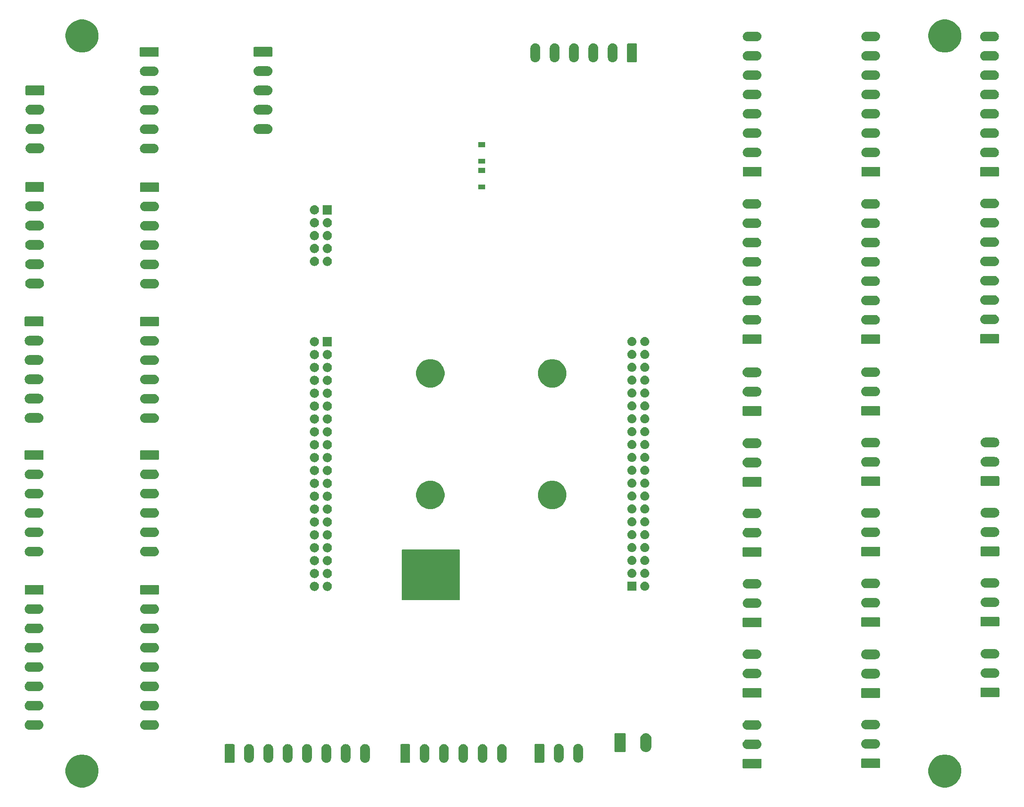
<source format=gbr>
G04 #@! TF.GenerationSoftware,KiCad,Pcbnew,5.1.4-e60b266~84~ubuntu18.04.1*
G04 #@! TF.CreationDate,2019-09-22T20:19:58-04:00*
G04 #@! TF.ProjectId,DE10nano interface,44453130-6e61-46e6-9f20-696e74657266,rev?*
G04 #@! TF.SameCoordinates,Original*
G04 #@! TF.FileFunction,Soldermask,Bot*
G04 #@! TF.FilePolarity,Negative*
%FSLAX46Y46*%
G04 Gerber Fmt 4.6, Leading zero omitted, Abs format (unit mm)*
G04 Created by KiCad (PCBNEW 5.1.4-e60b266~84~ubuntu18.04.1) date 2019-09-22 20:19:58*
%MOMM*%
%LPD*%
G04 APERTURE LIST*
%ADD10C,0.150000*%
%ADD11C,0.100000*%
G04 APERTURE END LIST*
D10*
G36*
X116539683Y-133041343D02*
G01*
X105236683Y-133041343D01*
X105236683Y-123198843D01*
X116539683Y-123198843D01*
X116539683Y-133041343D01*
G37*
X116539683Y-133041343D02*
X105236683Y-133041343D01*
X105236683Y-123198843D01*
X116539683Y-123198843D01*
X116539683Y-133041343D01*
D11*
G36*
X212795439Y-163626267D02*
G01*
X213109482Y-163688734D01*
X213701126Y-163933801D01*
X214233592Y-164289584D01*
X214686416Y-164742408D01*
X215042199Y-165274874D01*
X215287266Y-165866518D01*
X215287266Y-165866519D01*
X215412200Y-166494603D01*
X215412200Y-167134997D01*
X215349733Y-167449039D01*
X215287266Y-167763082D01*
X215042199Y-168354726D01*
X214686416Y-168887192D01*
X214233592Y-169340016D01*
X213701126Y-169695799D01*
X213109482Y-169940866D01*
X212795439Y-170003333D01*
X212481397Y-170065800D01*
X211841003Y-170065800D01*
X211526961Y-170003333D01*
X211212918Y-169940866D01*
X210621274Y-169695799D01*
X210088808Y-169340016D01*
X209635984Y-168887192D01*
X209280201Y-168354726D01*
X209035134Y-167763082D01*
X208972667Y-167449039D01*
X208910200Y-167134997D01*
X208910200Y-166494603D01*
X209035134Y-165866519D01*
X209035134Y-165866518D01*
X209280201Y-165274874D01*
X209635984Y-164742408D01*
X210088808Y-164289584D01*
X210621274Y-163933801D01*
X211212918Y-163688734D01*
X211526961Y-163626267D01*
X211841003Y-163563800D01*
X212481397Y-163563800D01*
X212795439Y-163626267D01*
X212795439Y-163626267D01*
G37*
G36*
X42795439Y-163626267D02*
G01*
X43109482Y-163688734D01*
X43701126Y-163933801D01*
X44233592Y-164289584D01*
X44686416Y-164742408D01*
X45042199Y-165274874D01*
X45287266Y-165866518D01*
X45287266Y-165866519D01*
X45412200Y-166494603D01*
X45412200Y-167134997D01*
X45349733Y-167449039D01*
X45287266Y-167763082D01*
X45042199Y-168354726D01*
X44686416Y-168887192D01*
X44233592Y-169340016D01*
X43701126Y-169695799D01*
X43109482Y-169940866D01*
X42795439Y-170003333D01*
X42481397Y-170065800D01*
X41841003Y-170065800D01*
X41526961Y-170003333D01*
X41212918Y-169940866D01*
X40621274Y-169695799D01*
X40088808Y-169340016D01*
X39635984Y-168887192D01*
X39280201Y-168354726D01*
X39035134Y-167763082D01*
X38972667Y-167449039D01*
X38910200Y-167134997D01*
X38910200Y-166494603D01*
X39035134Y-165866519D01*
X39035134Y-165866518D01*
X39280201Y-165274874D01*
X39635984Y-164742408D01*
X40088808Y-164289584D01*
X40621274Y-163933801D01*
X41212918Y-163688734D01*
X41526961Y-163626267D01*
X41841003Y-163563800D01*
X42481397Y-163563800D01*
X42795439Y-163626267D01*
X42795439Y-163626267D01*
G37*
G36*
X175904115Y-164391694D02*
G01*
X175936624Y-164401555D01*
X175966582Y-164417569D01*
X175992841Y-164439119D01*
X176014391Y-164465378D01*
X176030405Y-164495336D01*
X176040266Y-164527845D01*
X176044200Y-164567789D01*
X176044200Y-166109731D01*
X176040266Y-166149675D01*
X176030405Y-166182184D01*
X176014391Y-166212142D01*
X175992841Y-166238401D01*
X175966582Y-166259951D01*
X175936624Y-166275965D01*
X175904115Y-166285826D01*
X175864171Y-166289760D01*
X172522229Y-166289760D01*
X172482285Y-166285826D01*
X172449776Y-166275965D01*
X172419818Y-166259951D01*
X172393559Y-166238401D01*
X172372009Y-166212142D01*
X172355995Y-166182184D01*
X172346134Y-166149675D01*
X172342200Y-166109731D01*
X172342200Y-164567789D01*
X172346134Y-164527845D01*
X172355995Y-164495336D01*
X172372009Y-164465378D01*
X172393559Y-164439119D01*
X172419818Y-164417569D01*
X172449776Y-164401555D01*
X172482285Y-164391694D01*
X172522229Y-164387760D01*
X175864171Y-164387760D01*
X175904115Y-164391694D01*
X175904115Y-164391694D01*
G37*
G36*
X199256875Y-164323114D02*
G01*
X199289384Y-164332975D01*
X199319342Y-164348989D01*
X199345601Y-164370539D01*
X199367151Y-164396798D01*
X199383165Y-164426756D01*
X199393026Y-164459265D01*
X199396960Y-164499209D01*
X199396960Y-166041151D01*
X199393026Y-166081095D01*
X199383165Y-166113604D01*
X199367151Y-166143562D01*
X199345601Y-166169821D01*
X199319342Y-166191371D01*
X199289384Y-166207385D01*
X199256875Y-166217246D01*
X199216931Y-166221180D01*
X195874989Y-166221180D01*
X195835045Y-166217246D01*
X195802536Y-166207385D01*
X195772578Y-166191371D01*
X195746319Y-166169821D01*
X195724769Y-166143562D01*
X195708755Y-166113604D01*
X195698894Y-166081095D01*
X195694960Y-166041151D01*
X195694960Y-164499209D01*
X195698894Y-164459265D01*
X195708755Y-164426756D01*
X195724769Y-164396798D01*
X195746319Y-164370539D01*
X195772578Y-164348989D01*
X195802536Y-164332975D01*
X195835045Y-164323114D01*
X195874989Y-164319180D01*
X199216931Y-164319180D01*
X199256875Y-164323114D01*
X199256875Y-164323114D01*
G37*
G36*
X117466424Y-161512760D02*
G01*
X117466427Y-161512761D01*
X117466428Y-161512761D01*
X117645692Y-161567140D01*
X117645695Y-161567142D01*
X117645696Y-161567142D01*
X117810903Y-161655446D01*
X117955712Y-161774288D01*
X118074554Y-161919097D01*
X118162858Y-162084303D01*
X118162860Y-162084307D01*
X118202072Y-162213572D01*
X118217240Y-162263575D01*
X118231000Y-162403282D01*
X118231000Y-164296718D01*
X118217240Y-164436425D01*
X118217239Y-164436428D01*
X118217239Y-164436429D01*
X118162860Y-164615693D01*
X118162858Y-164615696D01*
X118162858Y-164615697D01*
X118074554Y-164780903D01*
X117955712Y-164925712D01*
X117810903Y-165044554D01*
X117663425Y-165123382D01*
X117645693Y-165132860D01*
X117466429Y-165187239D01*
X117466428Y-165187239D01*
X117466425Y-165187240D01*
X117280000Y-165205601D01*
X117093576Y-165187240D01*
X117093573Y-165187239D01*
X117093572Y-165187239D01*
X116914308Y-165132860D01*
X116896576Y-165123382D01*
X116749098Y-165044554D01*
X116604289Y-164925712D01*
X116485447Y-164780903D01*
X116397143Y-164615697D01*
X116397143Y-164615696D01*
X116397141Y-164615693D01*
X116342762Y-164436429D01*
X116342762Y-164436428D01*
X116342761Y-164436425D01*
X116329000Y-164296717D01*
X116329000Y-162403283D01*
X116342760Y-162263576D01*
X116342761Y-162263572D01*
X116397140Y-162084308D01*
X116410313Y-162059663D01*
X116485446Y-161919097D01*
X116604288Y-161774288D01*
X116749097Y-161655446D01*
X116914303Y-161567142D01*
X116914304Y-161567142D01*
X116914307Y-161567140D01*
X117093571Y-161512761D01*
X117093572Y-161512761D01*
X117093575Y-161512760D01*
X117280000Y-161494399D01*
X117466424Y-161512760D01*
X117466424Y-161512760D01*
G37*
G36*
X113656424Y-161512760D02*
G01*
X113656427Y-161512761D01*
X113656428Y-161512761D01*
X113835692Y-161567140D01*
X113835695Y-161567142D01*
X113835696Y-161567142D01*
X114000903Y-161655446D01*
X114145712Y-161774288D01*
X114264554Y-161919097D01*
X114352858Y-162084303D01*
X114352860Y-162084307D01*
X114392072Y-162213572D01*
X114407240Y-162263575D01*
X114421000Y-162403282D01*
X114421000Y-164296718D01*
X114407240Y-164436425D01*
X114407239Y-164436428D01*
X114407239Y-164436429D01*
X114352860Y-164615693D01*
X114352858Y-164615696D01*
X114352858Y-164615697D01*
X114264554Y-164780903D01*
X114145712Y-164925712D01*
X114000903Y-165044554D01*
X113853425Y-165123382D01*
X113835693Y-165132860D01*
X113656429Y-165187239D01*
X113656428Y-165187239D01*
X113656425Y-165187240D01*
X113470000Y-165205601D01*
X113283576Y-165187240D01*
X113283573Y-165187239D01*
X113283572Y-165187239D01*
X113104308Y-165132860D01*
X113086576Y-165123382D01*
X112939098Y-165044554D01*
X112794289Y-164925712D01*
X112675447Y-164780903D01*
X112587143Y-164615697D01*
X112587143Y-164615696D01*
X112587141Y-164615693D01*
X112532762Y-164436429D01*
X112532762Y-164436428D01*
X112532761Y-164436425D01*
X112519000Y-164296717D01*
X112519000Y-162403283D01*
X112532760Y-162263576D01*
X112532761Y-162263572D01*
X112587140Y-162084308D01*
X112600313Y-162059663D01*
X112675446Y-161919097D01*
X112794288Y-161774288D01*
X112939097Y-161655446D01*
X113104303Y-161567142D01*
X113104304Y-161567142D01*
X113104307Y-161567140D01*
X113283571Y-161512761D01*
X113283572Y-161512761D01*
X113283575Y-161512760D01*
X113470000Y-161494399D01*
X113656424Y-161512760D01*
X113656424Y-161512760D01*
G37*
G36*
X98106424Y-161512760D02*
G01*
X98106427Y-161512761D01*
X98106428Y-161512761D01*
X98285692Y-161567140D01*
X98285695Y-161567142D01*
X98285696Y-161567142D01*
X98450903Y-161655446D01*
X98595712Y-161774288D01*
X98714554Y-161919097D01*
X98802858Y-162084303D01*
X98802860Y-162084307D01*
X98842072Y-162213572D01*
X98857240Y-162263575D01*
X98871000Y-162403282D01*
X98871000Y-164296718D01*
X98857240Y-164436425D01*
X98857239Y-164436428D01*
X98857239Y-164436429D01*
X98802860Y-164615693D01*
X98802858Y-164615696D01*
X98802858Y-164615697D01*
X98714554Y-164780903D01*
X98595712Y-164925712D01*
X98450903Y-165044554D01*
X98303425Y-165123382D01*
X98285693Y-165132860D01*
X98106429Y-165187239D01*
X98106428Y-165187239D01*
X98106425Y-165187240D01*
X97920000Y-165205601D01*
X97733576Y-165187240D01*
X97733573Y-165187239D01*
X97733572Y-165187239D01*
X97554308Y-165132860D01*
X97536576Y-165123382D01*
X97389098Y-165044554D01*
X97244289Y-164925712D01*
X97125447Y-164780903D01*
X97037143Y-164615697D01*
X97037143Y-164615696D01*
X97037141Y-164615693D01*
X96982762Y-164436429D01*
X96982762Y-164436428D01*
X96982761Y-164436425D01*
X96969000Y-164296717D01*
X96969000Y-162403283D01*
X96982760Y-162263576D01*
X96982761Y-162263572D01*
X97037140Y-162084308D01*
X97050313Y-162059663D01*
X97125446Y-161919097D01*
X97244288Y-161774288D01*
X97389097Y-161655446D01*
X97554303Y-161567142D01*
X97554304Y-161567142D01*
X97554307Y-161567140D01*
X97733571Y-161512761D01*
X97733572Y-161512761D01*
X97733575Y-161512760D01*
X97920000Y-161494399D01*
X98106424Y-161512760D01*
X98106424Y-161512760D01*
G37*
G36*
X109846424Y-161512760D02*
G01*
X109846427Y-161512761D01*
X109846428Y-161512761D01*
X110025692Y-161567140D01*
X110025695Y-161567142D01*
X110025696Y-161567142D01*
X110190903Y-161655446D01*
X110335712Y-161774288D01*
X110454554Y-161919097D01*
X110542858Y-162084303D01*
X110542860Y-162084307D01*
X110582072Y-162213572D01*
X110597240Y-162263575D01*
X110611000Y-162403282D01*
X110611000Y-164296718D01*
X110597240Y-164436425D01*
X110597239Y-164436428D01*
X110597239Y-164436429D01*
X110542860Y-164615693D01*
X110542858Y-164615696D01*
X110542858Y-164615697D01*
X110454554Y-164780903D01*
X110335712Y-164925712D01*
X110190903Y-165044554D01*
X110043425Y-165123382D01*
X110025693Y-165132860D01*
X109846429Y-165187239D01*
X109846428Y-165187239D01*
X109846425Y-165187240D01*
X109660000Y-165205601D01*
X109473576Y-165187240D01*
X109473573Y-165187239D01*
X109473572Y-165187239D01*
X109294308Y-165132860D01*
X109276576Y-165123382D01*
X109129098Y-165044554D01*
X108984289Y-164925712D01*
X108865447Y-164780903D01*
X108777143Y-164615697D01*
X108777143Y-164615696D01*
X108777141Y-164615693D01*
X108722762Y-164436429D01*
X108722762Y-164436428D01*
X108722761Y-164436425D01*
X108709000Y-164296717D01*
X108709000Y-162403283D01*
X108722760Y-162263576D01*
X108722761Y-162263572D01*
X108777140Y-162084308D01*
X108790313Y-162059663D01*
X108865446Y-161919097D01*
X108984288Y-161774288D01*
X109129097Y-161655446D01*
X109294303Y-161567142D01*
X109294304Y-161567142D01*
X109294307Y-161567140D01*
X109473571Y-161512761D01*
X109473572Y-161512761D01*
X109473575Y-161512760D01*
X109660000Y-161494399D01*
X109846424Y-161512760D01*
X109846424Y-161512760D01*
G37*
G36*
X94296424Y-161512760D02*
G01*
X94296427Y-161512761D01*
X94296428Y-161512761D01*
X94475692Y-161567140D01*
X94475695Y-161567142D01*
X94475696Y-161567142D01*
X94640903Y-161655446D01*
X94785712Y-161774288D01*
X94904554Y-161919097D01*
X94992858Y-162084303D01*
X94992860Y-162084307D01*
X95032072Y-162213572D01*
X95047240Y-162263575D01*
X95061000Y-162403282D01*
X95061000Y-164296718D01*
X95047240Y-164436425D01*
X95047239Y-164436428D01*
X95047239Y-164436429D01*
X94992860Y-164615693D01*
X94992858Y-164615696D01*
X94992858Y-164615697D01*
X94904554Y-164780903D01*
X94785712Y-164925712D01*
X94640903Y-165044554D01*
X94493425Y-165123382D01*
X94475693Y-165132860D01*
X94296429Y-165187239D01*
X94296428Y-165187239D01*
X94296425Y-165187240D01*
X94110000Y-165205601D01*
X93923576Y-165187240D01*
X93923573Y-165187239D01*
X93923572Y-165187239D01*
X93744308Y-165132860D01*
X93726576Y-165123382D01*
X93579098Y-165044554D01*
X93434289Y-164925712D01*
X93315447Y-164780903D01*
X93227143Y-164615697D01*
X93227143Y-164615696D01*
X93227141Y-164615693D01*
X93172762Y-164436429D01*
X93172762Y-164436428D01*
X93172761Y-164436425D01*
X93159000Y-164296717D01*
X93159000Y-162403283D01*
X93172760Y-162263576D01*
X93172761Y-162263572D01*
X93227140Y-162084308D01*
X93240313Y-162059663D01*
X93315446Y-161919097D01*
X93434288Y-161774288D01*
X93579097Y-161655446D01*
X93744303Y-161567142D01*
X93744304Y-161567142D01*
X93744307Y-161567140D01*
X93923571Y-161512761D01*
X93923572Y-161512761D01*
X93923575Y-161512760D01*
X94110000Y-161494399D01*
X94296424Y-161512760D01*
X94296424Y-161512760D01*
G37*
G36*
X90486424Y-161512760D02*
G01*
X90486427Y-161512761D01*
X90486428Y-161512761D01*
X90665692Y-161567140D01*
X90665695Y-161567142D01*
X90665696Y-161567142D01*
X90830903Y-161655446D01*
X90975712Y-161774288D01*
X91094554Y-161919097D01*
X91182858Y-162084303D01*
X91182860Y-162084307D01*
X91222072Y-162213572D01*
X91237240Y-162263575D01*
X91251000Y-162403282D01*
X91251000Y-164296718D01*
X91237240Y-164436425D01*
X91237239Y-164436428D01*
X91237239Y-164436429D01*
X91182860Y-164615693D01*
X91182858Y-164615696D01*
X91182858Y-164615697D01*
X91094554Y-164780903D01*
X90975712Y-164925712D01*
X90830903Y-165044554D01*
X90683425Y-165123382D01*
X90665693Y-165132860D01*
X90486429Y-165187239D01*
X90486428Y-165187239D01*
X90486425Y-165187240D01*
X90300000Y-165205601D01*
X90113576Y-165187240D01*
X90113573Y-165187239D01*
X90113572Y-165187239D01*
X89934308Y-165132860D01*
X89916576Y-165123382D01*
X89769098Y-165044554D01*
X89624289Y-164925712D01*
X89505447Y-164780903D01*
X89417143Y-164615697D01*
X89417143Y-164615696D01*
X89417141Y-164615693D01*
X89362762Y-164436429D01*
X89362762Y-164436428D01*
X89362761Y-164436425D01*
X89349000Y-164296717D01*
X89349000Y-162403283D01*
X89362760Y-162263576D01*
X89362761Y-162263572D01*
X89417140Y-162084308D01*
X89430313Y-162059663D01*
X89505446Y-161919097D01*
X89624288Y-161774288D01*
X89769097Y-161655446D01*
X89934303Y-161567142D01*
X89934304Y-161567142D01*
X89934307Y-161567140D01*
X90113571Y-161512761D01*
X90113572Y-161512761D01*
X90113575Y-161512760D01*
X90300000Y-161494399D01*
X90486424Y-161512760D01*
X90486424Y-161512760D01*
G37*
G36*
X86676424Y-161512760D02*
G01*
X86676427Y-161512761D01*
X86676428Y-161512761D01*
X86855692Y-161567140D01*
X86855695Y-161567142D01*
X86855696Y-161567142D01*
X87020903Y-161655446D01*
X87165712Y-161774288D01*
X87284554Y-161919097D01*
X87372858Y-162084303D01*
X87372860Y-162084307D01*
X87412072Y-162213572D01*
X87427240Y-162263575D01*
X87441000Y-162403282D01*
X87441000Y-164296718D01*
X87427240Y-164436425D01*
X87427239Y-164436428D01*
X87427239Y-164436429D01*
X87372860Y-164615693D01*
X87372858Y-164615696D01*
X87372858Y-164615697D01*
X87284554Y-164780903D01*
X87165712Y-164925712D01*
X87020903Y-165044554D01*
X86873425Y-165123382D01*
X86855693Y-165132860D01*
X86676429Y-165187239D01*
X86676428Y-165187239D01*
X86676425Y-165187240D01*
X86490000Y-165205601D01*
X86303576Y-165187240D01*
X86303573Y-165187239D01*
X86303572Y-165187239D01*
X86124308Y-165132860D01*
X86106576Y-165123382D01*
X85959098Y-165044554D01*
X85814289Y-164925712D01*
X85695447Y-164780903D01*
X85607143Y-164615697D01*
X85607143Y-164615696D01*
X85607141Y-164615693D01*
X85552762Y-164436429D01*
X85552762Y-164436428D01*
X85552761Y-164436425D01*
X85539000Y-164296717D01*
X85539000Y-162403283D01*
X85552760Y-162263576D01*
X85552761Y-162263572D01*
X85607140Y-162084308D01*
X85620313Y-162059663D01*
X85695446Y-161919097D01*
X85814288Y-161774288D01*
X85959097Y-161655446D01*
X86124303Y-161567142D01*
X86124304Y-161567142D01*
X86124307Y-161567140D01*
X86303571Y-161512761D01*
X86303572Y-161512761D01*
X86303575Y-161512760D01*
X86490000Y-161494399D01*
X86676424Y-161512760D01*
X86676424Y-161512760D01*
G37*
G36*
X79056424Y-161512760D02*
G01*
X79056427Y-161512761D01*
X79056428Y-161512761D01*
X79235692Y-161567140D01*
X79235695Y-161567142D01*
X79235696Y-161567142D01*
X79400903Y-161655446D01*
X79545712Y-161774288D01*
X79664554Y-161919097D01*
X79752858Y-162084303D01*
X79752860Y-162084307D01*
X79792072Y-162213572D01*
X79807240Y-162263575D01*
X79821000Y-162403282D01*
X79821000Y-164296718D01*
X79807240Y-164436425D01*
X79807239Y-164436428D01*
X79807239Y-164436429D01*
X79752860Y-164615693D01*
X79752858Y-164615696D01*
X79752858Y-164615697D01*
X79664554Y-164780903D01*
X79545712Y-164925712D01*
X79400903Y-165044554D01*
X79253425Y-165123382D01*
X79235693Y-165132860D01*
X79056429Y-165187239D01*
X79056428Y-165187239D01*
X79056425Y-165187240D01*
X78870000Y-165205601D01*
X78683576Y-165187240D01*
X78683573Y-165187239D01*
X78683572Y-165187239D01*
X78504308Y-165132860D01*
X78486576Y-165123382D01*
X78339098Y-165044554D01*
X78194289Y-164925712D01*
X78075447Y-164780903D01*
X77987143Y-164615697D01*
X77987143Y-164615696D01*
X77987141Y-164615693D01*
X77932762Y-164436429D01*
X77932762Y-164436428D01*
X77932761Y-164436425D01*
X77919000Y-164296717D01*
X77919000Y-162403283D01*
X77932760Y-162263576D01*
X77932761Y-162263572D01*
X77987140Y-162084308D01*
X78000313Y-162059663D01*
X78075446Y-161919097D01*
X78194288Y-161774288D01*
X78339097Y-161655446D01*
X78504303Y-161567142D01*
X78504304Y-161567142D01*
X78504307Y-161567140D01*
X78683571Y-161512761D01*
X78683572Y-161512761D01*
X78683575Y-161512760D01*
X78870000Y-161494399D01*
X79056424Y-161512760D01*
X79056424Y-161512760D01*
G37*
G36*
X75246424Y-161512760D02*
G01*
X75246427Y-161512761D01*
X75246428Y-161512761D01*
X75425692Y-161567140D01*
X75425695Y-161567142D01*
X75425696Y-161567142D01*
X75590903Y-161655446D01*
X75735712Y-161774288D01*
X75854554Y-161919097D01*
X75942858Y-162084303D01*
X75942860Y-162084307D01*
X75982072Y-162213572D01*
X75997240Y-162263575D01*
X76011000Y-162403282D01*
X76011000Y-164296718D01*
X75997240Y-164436425D01*
X75997239Y-164436428D01*
X75997239Y-164436429D01*
X75942860Y-164615693D01*
X75942858Y-164615696D01*
X75942858Y-164615697D01*
X75854554Y-164780903D01*
X75735712Y-164925712D01*
X75590903Y-165044554D01*
X75443425Y-165123382D01*
X75425693Y-165132860D01*
X75246429Y-165187239D01*
X75246428Y-165187239D01*
X75246425Y-165187240D01*
X75060000Y-165205601D01*
X74873576Y-165187240D01*
X74873573Y-165187239D01*
X74873572Y-165187239D01*
X74694308Y-165132860D01*
X74676576Y-165123382D01*
X74529098Y-165044554D01*
X74384289Y-164925712D01*
X74265447Y-164780903D01*
X74177143Y-164615697D01*
X74177143Y-164615696D01*
X74177141Y-164615693D01*
X74122762Y-164436429D01*
X74122762Y-164436428D01*
X74122761Y-164436425D01*
X74109000Y-164296717D01*
X74109000Y-162403283D01*
X74122760Y-162263576D01*
X74122761Y-162263572D01*
X74177140Y-162084308D01*
X74190313Y-162059663D01*
X74265446Y-161919097D01*
X74384288Y-161774288D01*
X74529097Y-161655446D01*
X74694303Y-161567142D01*
X74694304Y-161567142D01*
X74694307Y-161567140D01*
X74873571Y-161512761D01*
X74873572Y-161512761D01*
X74873575Y-161512760D01*
X75060000Y-161494399D01*
X75246424Y-161512760D01*
X75246424Y-161512760D01*
G37*
G36*
X125086424Y-161512760D02*
G01*
X125086427Y-161512761D01*
X125086428Y-161512761D01*
X125265692Y-161567140D01*
X125265695Y-161567142D01*
X125265696Y-161567142D01*
X125430903Y-161655446D01*
X125575712Y-161774288D01*
X125694554Y-161919097D01*
X125782858Y-162084303D01*
X125782860Y-162084307D01*
X125822072Y-162213572D01*
X125837240Y-162263575D01*
X125851000Y-162403282D01*
X125851000Y-164296718D01*
X125837240Y-164436425D01*
X125837239Y-164436428D01*
X125837239Y-164436429D01*
X125782860Y-164615693D01*
X125782858Y-164615696D01*
X125782858Y-164615697D01*
X125694554Y-164780903D01*
X125575712Y-164925712D01*
X125430903Y-165044554D01*
X125283425Y-165123382D01*
X125265693Y-165132860D01*
X125086429Y-165187239D01*
X125086428Y-165187239D01*
X125086425Y-165187240D01*
X124900000Y-165205601D01*
X124713576Y-165187240D01*
X124713573Y-165187239D01*
X124713572Y-165187239D01*
X124534308Y-165132860D01*
X124516576Y-165123382D01*
X124369098Y-165044554D01*
X124224289Y-164925712D01*
X124105447Y-164780903D01*
X124017143Y-164615697D01*
X124017143Y-164615696D01*
X124017141Y-164615693D01*
X123962762Y-164436429D01*
X123962762Y-164436428D01*
X123962761Y-164436425D01*
X123949000Y-164296717D01*
X123949000Y-162403283D01*
X123962760Y-162263576D01*
X123962761Y-162263572D01*
X124017140Y-162084308D01*
X124030313Y-162059663D01*
X124105446Y-161919097D01*
X124224288Y-161774288D01*
X124369097Y-161655446D01*
X124534303Y-161567142D01*
X124534304Y-161567142D01*
X124534307Y-161567140D01*
X124713571Y-161512761D01*
X124713572Y-161512761D01*
X124713575Y-161512760D01*
X124900000Y-161494399D01*
X125086424Y-161512760D01*
X125086424Y-161512760D01*
G37*
G36*
X121276424Y-161512760D02*
G01*
X121276427Y-161512761D01*
X121276428Y-161512761D01*
X121455692Y-161567140D01*
X121455695Y-161567142D01*
X121455696Y-161567142D01*
X121620903Y-161655446D01*
X121765712Y-161774288D01*
X121884554Y-161919097D01*
X121972858Y-162084303D01*
X121972860Y-162084307D01*
X122012072Y-162213572D01*
X122027240Y-162263575D01*
X122041000Y-162403282D01*
X122041000Y-164296718D01*
X122027240Y-164436425D01*
X122027239Y-164436428D01*
X122027239Y-164436429D01*
X121972860Y-164615693D01*
X121972858Y-164615696D01*
X121972858Y-164615697D01*
X121884554Y-164780903D01*
X121765712Y-164925712D01*
X121620903Y-165044554D01*
X121473425Y-165123382D01*
X121455693Y-165132860D01*
X121276429Y-165187239D01*
X121276428Y-165187239D01*
X121276425Y-165187240D01*
X121090000Y-165205601D01*
X120903576Y-165187240D01*
X120903573Y-165187239D01*
X120903572Y-165187239D01*
X120724308Y-165132860D01*
X120706576Y-165123382D01*
X120559098Y-165044554D01*
X120414289Y-164925712D01*
X120295447Y-164780903D01*
X120207143Y-164615697D01*
X120207143Y-164615696D01*
X120207141Y-164615693D01*
X120152762Y-164436429D01*
X120152762Y-164436428D01*
X120152761Y-164436425D01*
X120139000Y-164296717D01*
X120139000Y-162403283D01*
X120152760Y-162263576D01*
X120152761Y-162263572D01*
X120207140Y-162084308D01*
X120220313Y-162059663D01*
X120295446Y-161919097D01*
X120414288Y-161774288D01*
X120559097Y-161655446D01*
X120724303Y-161567142D01*
X120724304Y-161567142D01*
X120724307Y-161567140D01*
X120903571Y-161512761D01*
X120903572Y-161512761D01*
X120903575Y-161512760D01*
X121090000Y-161494399D01*
X121276424Y-161512760D01*
X121276424Y-161512760D01*
G37*
G36*
X82866424Y-161512760D02*
G01*
X82866427Y-161512761D01*
X82866428Y-161512761D01*
X83045692Y-161567140D01*
X83045695Y-161567142D01*
X83045696Y-161567142D01*
X83210903Y-161655446D01*
X83355712Y-161774288D01*
X83474554Y-161919097D01*
X83562858Y-162084303D01*
X83562860Y-162084307D01*
X83602072Y-162213572D01*
X83617240Y-162263575D01*
X83631000Y-162403282D01*
X83631000Y-164296718D01*
X83617240Y-164436425D01*
X83617239Y-164436428D01*
X83617239Y-164436429D01*
X83562860Y-164615693D01*
X83562858Y-164615696D01*
X83562858Y-164615697D01*
X83474554Y-164780903D01*
X83355712Y-164925712D01*
X83210903Y-165044554D01*
X83063425Y-165123382D01*
X83045693Y-165132860D01*
X82866429Y-165187239D01*
X82866428Y-165187239D01*
X82866425Y-165187240D01*
X82680000Y-165205601D01*
X82493576Y-165187240D01*
X82493573Y-165187239D01*
X82493572Y-165187239D01*
X82314308Y-165132860D01*
X82296576Y-165123382D01*
X82149098Y-165044554D01*
X82004289Y-164925712D01*
X81885447Y-164780903D01*
X81797143Y-164615697D01*
X81797143Y-164615696D01*
X81797141Y-164615693D01*
X81742762Y-164436429D01*
X81742762Y-164436428D01*
X81742761Y-164436425D01*
X81729000Y-164296717D01*
X81729000Y-162403283D01*
X81742760Y-162263576D01*
X81742761Y-162263572D01*
X81797140Y-162084308D01*
X81810313Y-162059663D01*
X81885446Y-161919097D01*
X82004288Y-161774288D01*
X82149097Y-161655446D01*
X82314303Y-161567142D01*
X82314304Y-161567142D01*
X82314307Y-161567140D01*
X82493571Y-161512761D01*
X82493572Y-161512761D01*
X82493575Y-161512760D01*
X82680000Y-161494399D01*
X82866424Y-161512760D01*
X82866424Y-161512760D01*
G37*
G36*
X72060915Y-161502934D02*
G01*
X72093424Y-161512795D01*
X72123382Y-161528809D01*
X72149641Y-161550359D01*
X72171191Y-161576618D01*
X72187205Y-161606576D01*
X72197066Y-161639085D01*
X72201000Y-161679029D01*
X72201000Y-165020971D01*
X72197066Y-165060915D01*
X72187205Y-165093424D01*
X72171191Y-165123382D01*
X72149641Y-165149641D01*
X72123382Y-165171191D01*
X72093424Y-165187205D01*
X72060915Y-165197066D01*
X72020971Y-165201000D01*
X70479029Y-165201000D01*
X70439085Y-165197066D01*
X70406576Y-165187205D01*
X70376618Y-165171191D01*
X70350359Y-165149641D01*
X70328809Y-165123382D01*
X70312795Y-165093424D01*
X70302934Y-165060915D01*
X70299000Y-165020971D01*
X70299000Y-161679029D01*
X70302934Y-161639085D01*
X70312795Y-161606576D01*
X70328809Y-161576618D01*
X70350359Y-161550359D01*
X70376618Y-161528809D01*
X70406576Y-161512795D01*
X70439085Y-161502934D01*
X70479029Y-161499000D01*
X72020971Y-161499000D01*
X72060915Y-161502934D01*
X72060915Y-161502934D01*
G37*
G36*
X106660723Y-161502939D02*
G01*
X106693280Y-161512815D01*
X106723276Y-161528848D01*
X106749572Y-161550428D01*
X106771152Y-161576724D01*
X106787185Y-161606720D01*
X106797061Y-161639277D01*
X106801000Y-161679269D01*
X106801000Y-165020731D01*
X106797061Y-165060723D01*
X106787185Y-165093280D01*
X106771152Y-165123276D01*
X106749572Y-165149572D01*
X106723276Y-165171152D01*
X106693280Y-165187185D01*
X106660723Y-165197061D01*
X106620731Y-165201000D01*
X105079269Y-165201000D01*
X105039277Y-165197061D01*
X105006720Y-165187185D01*
X104976724Y-165171152D01*
X104950428Y-165149572D01*
X104928848Y-165123276D01*
X104912815Y-165093280D01*
X104902939Y-165060723D01*
X104899000Y-165020731D01*
X104899000Y-161679269D01*
X104902939Y-161639277D01*
X104912815Y-161606720D01*
X104928848Y-161576724D01*
X104950428Y-161550428D01*
X104976724Y-161528848D01*
X105006720Y-161512815D01*
X105039277Y-161502939D01*
X105079269Y-161499000D01*
X106620731Y-161499000D01*
X106660723Y-161502939D01*
X106660723Y-161502939D01*
G37*
G36*
X140106424Y-161462760D02*
G01*
X140106427Y-161462761D01*
X140106428Y-161462761D01*
X140285692Y-161517140D01*
X140285695Y-161517142D01*
X140285696Y-161517142D01*
X140450903Y-161605446D01*
X140595712Y-161724288D01*
X140714554Y-161869097D01*
X140791787Y-162013591D01*
X140802860Y-162034307D01*
X140845197Y-162173874D01*
X140857240Y-162213575D01*
X140871000Y-162353282D01*
X140871000Y-164246718D01*
X140857240Y-164386425D01*
X140857239Y-164386428D01*
X140857239Y-164386429D01*
X140802860Y-164565693D01*
X140802858Y-164565696D01*
X140802858Y-164565697D01*
X140714554Y-164730903D01*
X140595712Y-164875712D01*
X140450903Y-164994554D01*
X140303534Y-165073324D01*
X140285693Y-165082860D01*
X140106429Y-165137239D01*
X140106428Y-165137239D01*
X140106425Y-165137240D01*
X139920000Y-165155601D01*
X139733576Y-165137240D01*
X139733573Y-165137239D01*
X139733572Y-165137239D01*
X139554308Y-165082860D01*
X139536467Y-165073324D01*
X139389098Y-164994554D01*
X139244289Y-164875712D01*
X139125447Y-164730903D01*
X139037143Y-164565697D01*
X139037143Y-164565696D01*
X139037141Y-164565693D01*
X138982762Y-164386429D01*
X138982762Y-164386428D01*
X138982761Y-164386425D01*
X138969000Y-164246717D01*
X138969000Y-162353283D01*
X138982760Y-162213576D01*
X138982761Y-162213572D01*
X139037140Y-162034308D01*
X139098721Y-161919097D01*
X139125446Y-161869097D01*
X139244288Y-161724288D01*
X139389097Y-161605446D01*
X139554303Y-161517142D01*
X139554304Y-161517142D01*
X139554307Y-161517140D01*
X139733571Y-161462761D01*
X139733572Y-161462761D01*
X139733575Y-161462760D01*
X139920000Y-161444399D01*
X140106424Y-161462760D01*
X140106424Y-161462760D01*
G37*
G36*
X136296424Y-161462760D02*
G01*
X136296427Y-161462761D01*
X136296428Y-161462761D01*
X136475692Y-161517140D01*
X136475695Y-161517142D01*
X136475696Y-161517142D01*
X136640903Y-161605446D01*
X136785712Y-161724288D01*
X136904554Y-161869097D01*
X136981787Y-162013591D01*
X136992860Y-162034307D01*
X137035197Y-162173874D01*
X137047240Y-162213575D01*
X137061000Y-162353282D01*
X137061000Y-164246718D01*
X137047240Y-164386425D01*
X137047239Y-164386428D01*
X137047239Y-164386429D01*
X136992860Y-164565693D01*
X136992858Y-164565696D01*
X136992858Y-164565697D01*
X136904554Y-164730903D01*
X136785712Y-164875712D01*
X136640903Y-164994554D01*
X136493534Y-165073324D01*
X136475693Y-165082860D01*
X136296429Y-165137239D01*
X136296428Y-165137239D01*
X136296425Y-165137240D01*
X136110000Y-165155601D01*
X135923576Y-165137240D01*
X135923573Y-165137239D01*
X135923572Y-165137239D01*
X135744308Y-165082860D01*
X135726467Y-165073324D01*
X135579098Y-164994554D01*
X135434289Y-164875712D01*
X135315447Y-164730903D01*
X135227143Y-164565697D01*
X135227143Y-164565696D01*
X135227141Y-164565693D01*
X135172762Y-164386429D01*
X135172762Y-164386428D01*
X135172761Y-164386425D01*
X135159000Y-164246717D01*
X135159000Y-162353283D01*
X135172760Y-162213576D01*
X135172761Y-162213572D01*
X135227140Y-162034308D01*
X135288721Y-161919097D01*
X135315446Y-161869097D01*
X135434288Y-161724288D01*
X135579097Y-161605446D01*
X135744303Y-161517142D01*
X135744304Y-161517142D01*
X135744307Y-161517140D01*
X135923571Y-161462761D01*
X135923572Y-161462761D01*
X135923575Y-161462760D01*
X136110000Y-161444399D01*
X136296424Y-161462760D01*
X136296424Y-161462760D01*
G37*
G36*
X133110723Y-161452939D02*
G01*
X133143280Y-161462815D01*
X133173276Y-161478848D01*
X133199572Y-161500428D01*
X133221152Y-161526724D01*
X133237185Y-161556720D01*
X133247061Y-161589277D01*
X133251000Y-161629269D01*
X133251000Y-164970731D01*
X133247061Y-165010723D01*
X133237185Y-165043280D01*
X133221152Y-165073276D01*
X133199572Y-165099572D01*
X133173276Y-165121152D01*
X133143280Y-165137185D01*
X133110723Y-165147061D01*
X133070731Y-165151000D01*
X131529269Y-165151000D01*
X131489277Y-165147061D01*
X131456720Y-165137185D01*
X131426724Y-165121152D01*
X131400428Y-165099572D01*
X131378848Y-165073276D01*
X131362815Y-165043280D01*
X131352939Y-165010723D01*
X131349000Y-164970731D01*
X131349000Y-161629269D01*
X131352939Y-161589277D01*
X131362815Y-161556720D01*
X131378848Y-161526724D01*
X131400428Y-161500428D01*
X131426724Y-161478848D01*
X131456720Y-161462815D01*
X131489277Y-161452939D01*
X131529269Y-161449000D01*
X133070731Y-161449000D01*
X133110723Y-161452939D01*
X133110723Y-161452939D01*
G37*
G36*
X153493870Y-159364786D02*
G01*
X153604331Y-159398294D01*
X153687372Y-159423484D01*
X153699529Y-159427172D01*
X153855683Y-159510638D01*
X153889059Y-159528478D01*
X154055186Y-159664814D01*
X154191522Y-159830941D01*
X154191525Y-159830945D01*
X154292828Y-160020470D01*
X154355214Y-160226129D01*
X154371000Y-160386409D01*
X154371000Y-162013591D01*
X154355214Y-162173871D01*
X154292828Y-162379530D01*
X154191525Y-162569055D01*
X154191523Y-162569058D01*
X154191522Y-162569059D01*
X154055186Y-162735186D01*
X153889059Y-162871522D01*
X153889055Y-162871525D01*
X153699530Y-162972828D01*
X153699527Y-162972829D01*
X153661245Y-162984442D01*
X153493871Y-163035214D01*
X153280000Y-163056278D01*
X153066130Y-163035214D01*
X152898756Y-162984442D01*
X152860474Y-162972829D01*
X152860471Y-162972828D01*
X152670946Y-162871525D01*
X152670942Y-162871522D01*
X152504815Y-162735186D01*
X152368479Y-162569059D01*
X152368478Y-162569058D01*
X152368476Y-162569055D01*
X152267171Y-162379527D01*
X152204786Y-162173874D01*
X152189000Y-162013591D01*
X152189000Y-160386410D01*
X152204786Y-160226130D01*
X152267172Y-160020471D01*
X152368477Y-159830943D01*
X152368478Y-159830941D01*
X152504814Y-159664814D01*
X152670941Y-159528478D01*
X152670942Y-159528477D01*
X152670945Y-159528475D01*
X152860470Y-159427172D01*
X152872628Y-159423484D01*
X152955668Y-159398294D01*
X153066129Y-159364786D01*
X153280000Y-159343722D01*
X153493870Y-159364786D01*
X153493870Y-159364786D01*
G37*
G36*
X149156589Y-159352799D02*
G01*
X149187776Y-159362259D01*
X149216516Y-159377621D01*
X149241706Y-159398294D01*
X149262379Y-159423484D01*
X149277741Y-159452224D01*
X149287201Y-159483411D01*
X149291000Y-159521981D01*
X149291000Y-162878019D01*
X149287201Y-162916589D01*
X149277741Y-162947776D01*
X149262379Y-162976516D01*
X149241706Y-163001706D01*
X149216516Y-163022379D01*
X149187776Y-163037741D01*
X149156589Y-163047201D01*
X149118019Y-163051000D01*
X147281981Y-163051000D01*
X147243411Y-163047201D01*
X147212224Y-163037741D01*
X147183484Y-163022379D01*
X147158294Y-163001706D01*
X147137621Y-162976516D01*
X147122259Y-162947776D01*
X147112799Y-162916589D01*
X147109000Y-162878019D01*
X147109000Y-159521981D01*
X147112799Y-159483411D01*
X147122259Y-159452224D01*
X147137621Y-159423484D01*
X147158294Y-159398294D01*
X147183484Y-159377621D01*
X147212224Y-159362259D01*
X147243411Y-159352799D01*
X147281981Y-159349000D01*
X149118019Y-159349000D01*
X149156589Y-159352799D01*
X149156589Y-159352799D01*
G37*
G36*
X175279625Y-160591520D02*
G01*
X175279628Y-160591521D01*
X175279629Y-160591521D01*
X175458893Y-160645900D01*
X175458896Y-160645902D01*
X175458897Y-160645902D01*
X175624103Y-160734206D01*
X175768912Y-160853048D01*
X175887754Y-160997857D01*
X175976058Y-161163063D01*
X175976060Y-161163067D01*
X176030439Y-161342331D01*
X176030440Y-161342335D01*
X176048801Y-161528760D01*
X176030440Y-161715185D01*
X176030439Y-161715188D01*
X176030439Y-161715189D01*
X175976060Y-161894453D01*
X175976058Y-161894456D01*
X175976058Y-161894457D01*
X175887754Y-162059663D01*
X175768912Y-162204472D01*
X175624103Y-162323314D01*
X175474485Y-162403286D01*
X175458893Y-162411620D01*
X175279629Y-162465999D01*
X175279628Y-162465999D01*
X175279625Y-162466000D01*
X175139918Y-162479760D01*
X173246482Y-162479760D01*
X173106775Y-162466000D01*
X173106772Y-162465999D01*
X173106771Y-162465999D01*
X172927507Y-162411620D01*
X172911915Y-162403286D01*
X172762297Y-162323314D01*
X172617488Y-162204472D01*
X172498646Y-162059663D01*
X172410342Y-161894457D01*
X172410342Y-161894456D01*
X172410340Y-161894453D01*
X172355961Y-161715189D01*
X172355961Y-161715188D01*
X172355960Y-161715185D01*
X172337599Y-161528760D01*
X172355960Y-161342335D01*
X172355961Y-161342331D01*
X172410340Y-161163067D01*
X172410342Y-161163063D01*
X172498646Y-160997857D01*
X172617488Y-160853048D01*
X172762297Y-160734206D01*
X172927503Y-160645902D01*
X172927504Y-160645902D01*
X172927507Y-160645900D01*
X173106771Y-160591521D01*
X173106772Y-160591521D01*
X173106775Y-160591520D01*
X173246482Y-160577760D01*
X175139918Y-160577760D01*
X175279625Y-160591520D01*
X175279625Y-160591520D01*
G37*
G36*
X198632385Y-160522940D02*
G01*
X198632388Y-160522941D01*
X198632389Y-160522941D01*
X198811653Y-160577320D01*
X198811656Y-160577322D01*
X198811657Y-160577322D01*
X198976863Y-160665626D01*
X199121672Y-160784468D01*
X199240514Y-160929277D01*
X199328818Y-161094483D01*
X199328820Y-161094487D01*
X199349622Y-161163063D01*
X199383200Y-161273755D01*
X199401561Y-161460180D01*
X199383200Y-161646605D01*
X199383199Y-161646608D01*
X199383199Y-161646609D01*
X199328820Y-161825873D01*
X199328818Y-161825876D01*
X199328818Y-161825877D01*
X199240514Y-161991083D01*
X199121672Y-162135892D01*
X198976863Y-162254734D01*
X198848558Y-162323314D01*
X198811653Y-162343040D01*
X198632389Y-162397419D01*
X198632388Y-162397419D01*
X198632385Y-162397420D01*
X198492678Y-162411180D01*
X196599242Y-162411180D01*
X196459535Y-162397420D01*
X196459532Y-162397419D01*
X196459531Y-162397419D01*
X196280267Y-162343040D01*
X196243362Y-162323314D01*
X196115057Y-162254734D01*
X195970248Y-162135892D01*
X195851406Y-161991083D01*
X195763102Y-161825877D01*
X195763102Y-161825876D01*
X195763100Y-161825873D01*
X195708721Y-161646609D01*
X195708721Y-161646608D01*
X195708720Y-161646605D01*
X195690359Y-161460180D01*
X195708720Y-161273755D01*
X195742298Y-161163063D01*
X195763100Y-161094487D01*
X195763102Y-161094483D01*
X195851406Y-160929277D01*
X195970248Y-160784468D01*
X196115057Y-160665626D01*
X196280263Y-160577322D01*
X196280264Y-160577322D01*
X196280267Y-160577320D01*
X196459531Y-160522941D01*
X196459532Y-160522941D01*
X196459535Y-160522940D01*
X196599242Y-160509180D01*
X198492678Y-160509180D01*
X198632385Y-160522940D01*
X198632385Y-160522940D01*
G37*
G36*
X33819125Y-156784060D02*
G01*
X33819128Y-156784061D01*
X33819129Y-156784061D01*
X33998393Y-156838440D01*
X33998396Y-156838442D01*
X33998397Y-156838442D01*
X34163603Y-156926746D01*
X34308412Y-157045588D01*
X34427254Y-157190397D01*
X34514200Y-157353063D01*
X34515560Y-157355607D01*
X34569939Y-157534871D01*
X34569940Y-157534875D01*
X34588301Y-157721300D01*
X34569940Y-157907725D01*
X34569939Y-157907728D01*
X34569939Y-157907729D01*
X34515560Y-158086993D01*
X34515558Y-158086996D01*
X34515558Y-158086997D01*
X34427254Y-158252203D01*
X34308412Y-158397012D01*
X34163603Y-158515854D01*
X34003968Y-158601180D01*
X33998393Y-158604160D01*
X33819129Y-158658539D01*
X33819128Y-158658539D01*
X33819125Y-158658540D01*
X33679418Y-158672300D01*
X31785982Y-158672300D01*
X31646275Y-158658540D01*
X31646272Y-158658539D01*
X31646271Y-158658539D01*
X31467007Y-158604160D01*
X31461432Y-158601180D01*
X31301797Y-158515854D01*
X31156988Y-158397012D01*
X31038146Y-158252203D01*
X30949842Y-158086997D01*
X30949842Y-158086996D01*
X30949840Y-158086993D01*
X30895461Y-157907729D01*
X30895461Y-157907728D01*
X30895460Y-157907725D01*
X30877099Y-157721300D01*
X30895460Y-157534875D01*
X30895461Y-157534871D01*
X30949840Y-157355607D01*
X30951200Y-157353063D01*
X31038146Y-157190397D01*
X31156988Y-157045588D01*
X31301797Y-156926746D01*
X31467003Y-156838442D01*
X31467004Y-156838442D01*
X31467007Y-156838440D01*
X31646271Y-156784061D01*
X31646272Y-156784061D01*
X31646275Y-156784060D01*
X31785982Y-156770300D01*
X33679418Y-156770300D01*
X33819125Y-156784060D01*
X33819125Y-156784060D01*
G37*
G36*
X56552125Y-156784060D02*
G01*
X56552128Y-156784061D01*
X56552129Y-156784061D01*
X56731393Y-156838440D01*
X56731396Y-156838442D01*
X56731397Y-156838442D01*
X56896603Y-156926746D01*
X57041412Y-157045588D01*
X57160254Y-157190397D01*
X57247200Y-157353063D01*
X57248560Y-157355607D01*
X57302939Y-157534871D01*
X57302940Y-157534875D01*
X57321301Y-157721300D01*
X57302940Y-157907725D01*
X57302939Y-157907728D01*
X57302939Y-157907729D01*
X57248560Y-158086993D01*
X57248558Y-158086996D01*
X57248558Y-158086997D01*
X57160254Y-158252203D01*
X57041412Y-158397012D01*
X56896603Y-158515854D01*
X56736968Y-158601180D01*
X56731393Y-158604160D01*
X56552129Y-158658539D01*
X56552128Y-158658539D01*
X56552125Y-158658540D01*
X56412418Y-158672300D01*
X54518982Y-158672300D01*
X54379275Y-158658540D01*
X54379272Y-158658539D01*
X54379271Y-158658539D01*
X54200007Y-158604160D01*
X54194432Y-158601180D01*
X54034797Y-158515854D01*
X53889988Y-158397012D01*
X53771146Y-158252203D01*
X53682842Y-158086997D01*
X53682842Y-158086996D01*
X53682840Y-158086993D01*
X53628461Y-157907729D01*
X53628461Y-157907728D01*
X53628460Y-157907725D01*
X53610099Y-157721300D01*
X53628460Y-157534875D01*
X53628461Y-157534871D01*
X53682840Y-157355607D01*
X53684200Y-157353063D01*
X53771146Y-157190397D01*
X53889988Y-157045588D01*
X54034797Y-156926746D01*
X54200003Y-156838442D01*
X54200004Y-156838442D01*
X54200007Y-156838440D01*
X54379271Y-156784061D01*
X54379272Y-156784061D01*
X54379275Y-156784060D01*
X54518982Y-156770300D01*
X56412418Y-156770300D01*
X56552125Y-156784060D01*
X56552125Y-156784060D01*
G37*
G36*
X175279625Y-156781520D02*
G01*
X175279628Y-156781521D01*
X175279629Y-156781521D01*
X175458893Y-156835900D01*
X175458896Y-156835902D01*
X175458897Y-156835902D01*
X175624103Y-156924206D01*
X175768912Y-157043048D01*
X175887754Y-157187857D01*
X175976058Y-157353063D01*
X175976060Y-157353067D01*
X176030439Y-157532331D01*
X176030440Y-157532335D01*
X176048801Y-157718760D01*
X176030440Y-157905185D01*
X176030439Y-157905188D01*
X176030439Y-157905189D01*
X175976060Y-158084453D01*
X175976058Y-158084456D01*
X175976058Y-158084457D01*
X175887754Y-158249663D01*
X175768912Y-158394472D01*
X175624103Y-158513314D01*
X175459716Y-158601180D01*
X175458893Y-158601620D01*
X175279629Y-158655999D01*
X175279628Y-158655999D01*
X175279625Y-158656000D01*
X175139918Y-158669760D01*
X173246482Y-158669760D01*
X173106775Y-158656000D01*
X173106772Y-158655999D01*
X173106771Y-158655999D01*
X172927507Y-158601620D01*
X172926684Y-158601180D01*
X172762297Y-158513314D01*
X172617488Y-158394472D01*
X172498646Y-158249663D01*
X172410342Y-158084457D01*
X172410342Y-158084456D01*
X172410340Y-158084453D01*
X172355961Y-157905189D01*
X172355961Y-157905188D01*
X172355960Y-157905185D01*
X172337599Y-157718760D01*
X172355960Y-157532335D01*
X172355961Y-157532331D01*
X172410340Y-157353067D01*
X172410342Y-157353063D01*
X172498646Y-157187857D01*
X172617488Y-157043048D01*
X172762297Y-156924206D01*
X172927503Y-156835902D01*
X172927504Y-156835902D01*
X172927507Y-156835900D01*
X173106771Y-156781521D01*
X173106772Y-156781521D01*
X173106775Y-156781520D01*
X173246482Y-156767760D01*
X175139918Y-156767760D01*
X175279625Y-156781520D01*
X175279625Y-156781520D01*
G37*
G36*
X198632385Y-156712940D02*
G01*
X198632388Y-156712941D01*
X198632389Y-156712941D01*
X198811653Y-156767320D01*
X198811656Y-156767322D01*
X198811657Y-156767322D01*
X198976863Y-156855626D01*
X199121672Y-156974468D01*
X199240514Y-157119277D01*
X199278528Y-157190397D01*
X199328820Y-157284487D01*
X199383199Y-157463751D01*
X199383200Y-157463755D01*
X199401561Y-157650180D01*
X199383200Y-157836605D01*
X199383199Y-157836608D01*
X199383199Y-157836609D01*
X199328820Y-158015873D01*
X199328818Y-158015876D01*
X199328818Y-158015877D01*
X199240514Y-158181083D01*
X199121672Y-158325892D01*
X198976863Y-158444734D01*
X198843806Y-158515854D01*
X198811653Y-158533040D01*
X198632389Y-158587419D01*
X198632388Y-158587419D01*
X198632385Y-158587420D01*
X198492678Y-158601180D01*
X196599242Y-158601180D01*
X196459535Y-158587420D01*
X196459532Y-158587419D01*
X196459531Y-158587419D01*
X196280267Y-158533040D01*
X196248114Y-158515854D01*
X196115057Y-158444734D01*
X195970248Y-158325892D01*
X195851406Y-158181083D01*
X195763102Y-158015877D01*
X195763102Y-158015876D01*
X195763100Y-158015873D01*
X195708721Y-157836609D01*
X195708721Y-157836608D01*
X195708720Y-157836605D01*
X195690359Y-157650180D01*
X195708720Y-157463755D01*
X195708721Y-157463751D01*
X195763100Y-157284487D01*
X195813392Y-157190397D01*
X195851406Y-157119277D01*
X195970248Y-156974468D01*
X196115057Y-156855626D01*
X196280263Y-156767322D01*
X196280264Y-156767322D01*
X196280267Y-156767320D01*
X196459531Y-156712941D01*
X196459532Y-156712941D01*
X196459535Y-156712940D01*
X196599242Y-156699180D01*
X198492678Y-156699180D01*
X198632385Y-156712940D01*
X198632385Y-156712940D01*
G37*
G36*
X33819125Y-152974060D02*
G01*
X33819128Y-152974061D01*
X33819129Y-152974061D01*
X33998393Y-153028440D01*
X33998396Y-153028442D01*
X33998397Y-153028442D01*
X34163603Y-153116746D01*
X34308412Y-153235588D01*
X34427254Y-153380397D01*
X34515558Y-153545603D01*
X34515560Y-153545607D01*
X34569939Y-153724871D01*
X34569940Y-153724875D01*
X34588301Y-153911300D01*
X34569940Y-154097725D01*
X34569939Y-154097728D01*
X34569939Y-154097729D01*
X34515560Y-154276993D01*
X34515558Y-154276996D01*
X34515558Y-154276997D01*
X34427254Y-154442203D01*
X34308412Y-154587012D01*
X34163603Y-154705854D01*
X33998397Y-154794158D01*
X33998393Y-154794160D01*
X33819129Y-154848539D01*
X33819128Y-154848539D01*
X33819125Y-154848540D01*
X33679418Y-154862300D01*
X31785982Y-154862300D01*
X31646275Y-154848540D01*
X31646272Y-154848539D01*
X31646271Y-154848539D01*
X31467007Y-154794160D01*
X31467003Y-154794158D01*
X31301797Y-154705854D01*
X31156988Y-154587012D01*
X31038146Y-154442203D01*
X30949842Y-154276997D01*
X30949842Y-154276996D01*
X30949840Y-154276993D01*
X30895461Y-154097729D01*
X30895461Y-154097728D01*
X30895460Y-154097725D01*
X30877099Y-153911300D01*
X30895460Y-153724875D01*
X30895461Y-153724871D01*
X30949840Y-153545607D01*
X30949842Y-153545603D01*
X31038146Y-153380397D01*
X31156988Y-153235588D01*
X31301797Y-153116746D01*
X31467003Y-153028442D01*
X31467004Y-153028442D01*
X31467007Y-153028440D01*
X31646271Y-152974061D01*
X31646272Y-152974061D01*
X31646275Y-152974060D01*
X31785982Y-152960300D01*
X33679418Y-152960300D01*
X33819125Y-152974060D01*
X33819125Y-152974060D01*
G37*
G36*
X56552125Y-152974060D02*
G01*
X56552128Y-152974061D01*
X56552129Y-152974061D01*
X56731393Y-153028440D01*
X56731396Y-153028442D01*
X56731397Y-153028442D01*
X56896603Y-153116746D01*
X57041412Y-153235588D01*
X57160254Y-153380397D01*
X57248558Y-153545603D01*
X57248560Y-153545607D01*
X57302939Y-153724871D01*
X57302940Y-153724875D01*
X57321301Y-153911300D01*
X57302940Y-154097725D01*
X57302939Y-154097728D01*
X57302939Y-154097729D01*
X57248560Y-154276993D01*
X57248558Y-154276996D01*
X57248558Y-154276997D01*
X57160254Y-154442203D01*
X57041412Y-154587012D01*
X56896603Y-154705854D01*
X56731397Y-154794158D01*
X56731393Y-154794160D01*
X56552129Y-154848539D01*
X56552128Y-154848539D01*
X56552125Y-154848540D01*
X56412418Y-154862300D01*
X54518982Y-154862300D01*
X54379275Y-154848540D01*
X54379272Y-154848539D01*
X54379271Y-154848539D01*
X54200007Y-154794160D01*
X54200003Y-154794158D01*
X54034797Y-154705854D01*
X53889988Y-154587012D01*
X53771146Y-154442203D01*
X53682842Y-154276997D01*
X53682842Y-154276996D01*
X53682840Y-154276993D01*
X53628461Y-154097729D01*
X53628461Y-154097728D01*
X53628460Y-154097725D01*
X53610099Y-153911300D01*
X53628460Y-153724875D01*
X53628461Y-153724871D01*
X53682840Y-153545607D01*
X53682842Y-153545603D01*
X53771146Y-153380397D01*
X53889988Y-153235588D01*
X54034797Y-153116746D01*
X54200003Y-153028442D01*
X54200004Y-153028442D01*
X54200007Y-153028440D01*
X54379271Y-152974061D01*
X54379272Y-152974061D01*
X54379275Y-152974060D01*
X54518982Y-152960300D01*
X56412418Y-152960300D01*
X56552125Y-152974060D01*
X56552125Y-152974060D01*
G37*
G36*
X199256875Y-150472494D02*
G01*
X199289384Y-150482355D01*
X199319342Y-150498369D01*
X199345601Y-150519919D01*
X199367151Y-150546178D01*
X199383165Y-150576136D01*
X199393026Y-150608645D01*
X199396960Y-150648589D01*
X199396960Y-152190531D01*
X199393026Y-152230475D01*
X199383165Y-152262984D01*
X199367151Y-152292942D01*
X199345601Y-152319201D01*
X199319342Y-152340751D01*
X199289384Y-152356765D01*
X199256875Y-152366626D01*
X199216931Y-152370560D01*
X195874989Y-152370560D01*
X195835045Y-152366626D01*
X195802536Y-152356765D01*
X195772578Y-152340751D01*
X195746319Y-152319201D01*
X195724769Y-152292942D01*
X195708755Y-152262984D01*
X195698894Y-152230475D01*
X195694960Y-152190531D01*
X195694960Y-150648589D01*
X195698894Y-150608645D01*
X195708755Y-150576136D01*
X195724769Y-150546178D01*
X195746319Y-150519919D01*
X195772578Y-150498369D01*
X195802536Y-150482355D01*
X195835045Y-150472494D01*
X195874989Y-150468560D01*
X199216931Y-150468560D01*
X199256875Y-150472494D01*
X199256875Y-150472494D01*
G37*
G36*
X175904115Y-150442014D02*
G01*
X175936624Y-150451875D01*
X175966582Y-150467889D01*
X175992841Y-150489439D01*
X176014391Y-150515698D01*
X176030405Y-150545656D01*
X176040266Y-150578165D01*
X176044200Y-150618109D01*
X176044200Y-152160051D01*
X176040266Y-152199995D01*
X176030405Y-152232504D01*
X176014391Y-152262462D01*
X175992841Y-152288721D01*
X175966582Y-152310271D01*
X175936624Y-152326285D01*
X175904115Y-152336146D01*
X175864171Y-152340080D01*
X172522229Y-152340080D01*
X172482285Y-152336146D01*
X172449776Y-152326285D01*
X172419818Y-152310271D01*
X172393559Y-152288721D01*
X172372009Y-152262462D01*
X172355995Y-152232504D01*
X172346134Y-152199995D01*
X172342200Y-152160051D01*
X172342200Y-150618109D01*
X172346134Y-150578165D01*
X172355995Y-150545656D01*
X172372009Y-150515698D01*
X172393559Y-150489439D01*
X172419818Y-150467889D01*
X172449776Y-150451875D01*
X172482285Y-150442014D01*
X172522229Y-150438080D01*
X175864171Y-150438080D01*
X175904115Y-150442014D01*
X175904115Y-150442014D01*
G37*
G36*
X222764575Y-150355654D02*
G01*
X222797084Y-150365515D01*
X222827042Y-150381529D01*
X222853301Y-150403079D01*
X222874851Y-150429338D01*
X222890865Y-150459296D01*
X222900726Y-150491805D01*
X222904660Y-150531749D01*
X222904660Y-152073691D01*
X222900726Y-152113635D01*
X222890865Y-152146144D01*
X222874851Y-152176102D01*
X222853301Y-152202361D01*
X222827042Y-152223911D01*
X222797084Y-152239925D01*
X222764575Y-152249786D01*
X222724631Y-152253720D01*
X219382689Y-152253720D01*
X219342745Y-152249786D01*
X219310236Y-152239925D01*
X219280278Y-152223911D01*
X219254019Y-152202361D01*
X219232469Y-152176102D01*
X219216455Y-152146144D01*
X219206594Y-152113635D01*
X219202660Y-152073691D01*
X219202660Y-150531749D01*
X219206594Y-150491805D01*
X219216455Y-150459296D01*
X219232469Y-150429338D01*
X219254019Y-150403079D01*
X219280278Y-150381529D01*
X219310236Y-150365515D01*
X219342745Y-150355654D01*
X219382689Y-150351720D01*
X222724631Y-150351720D01*
X222764575Y-150355654D01*
X222764575Y-150355654D01*
G37*
G36*
X56552125Y-149164060D02*
G01*
X56552128Y-149164061D01*
X56552129Y-149164061D01*
X56731393Y-149218440D01*
X56731396Y-149218442D01*
X56731397Y-149218442D01*
X56896603Y-149306746D01*
X57041412Y-149425588D01*
X57160254Y-149570397D01*
X57248558Y-149735603D01*
X57248560Y-149735607D01*
X57302939Y-149914871D01*
X57302940Y-149914875D01*
X57321301Y-150101300D01*
X57302940Y-150287725D01*
X57302939Y-150287728D01*
X57302939Y-150287729D01*
X57248560Y-150466993D01*
X57248558Y-150466996D01*
X57248558Y-150466997D01*
X57160254Y-150632203D01*
X57041412Y-150777012D01*
X56896603Y-150895854D01*
X56731397Y-150984158D01*
X56731393Y-150984160D01*
X56552129Y-151038539D01*
X56552128Y-151038539D01*
X56552125Y-151038540D01*
X56412418Y-151052300D01*
X54518982Y-151052300D01*
X54379275Y-151038540D01*
X54379272Y-151038539D01*
X54379271Y-151038539D01*
X54200007Y-150984160D01*
X54200003Y-150984158D01*
X54034797Y-150895854D01*
X53889988Y-150777012D01*
X53771146Y-150632203D01*
X53682842Y-150466997D01*
X53682842Y-150466996D01*
X53682840Y-150466993D01*
X53628461Y-150287729D01*
X53628461Y-150287728D01*
X53628460Y-150287725D01*
X53610099Y-150101300D01*
X53628460Y-149914875D01*
X53628461Y-149914871D01*
X53682840Y-149735607D01*
X53682842Y-149735603D01*
X53771146Y-149570397D01*
X53889988Y-149425588D01*
X54034797Y-149306746D01*
X54200003Y-149218442D01*
X54200004Y-149218442D01*
X54200007Y-149218440D01*
X54379271Y-149164061D01*
X54379272Y-149164061D01*
X54379275Y-149164060D01*
X54518982Y-149150300D01*
X56412418Y-149150300D01*
X56552125Y-149164060D01*
X56552125Y-149164060D01*
G37*
G36*
X33819125Y-149164060D02*
G01*
X33819128Y-149164061D01*
X33819129Y-149164061D01*
X33998393Y-149218440D01*
X33998396Y-149218442D01*
X33998397Y-149218442D01*
X34163603Y-149306746D01*
X34308412Y-149425588D01*
X34427254Y-149570397D01*
X34515558Y-149735603D01*
X34515560Y-149735607D01*
X34569939Y-149914871D01*
X34569940Y-149914875D01*
X34588301Y-150101300D01*
X34569940Y-150287725D01*
X34569939Y-150287728D01*
X34569939Y-150287729D01*
X34515560Y-150466993D01*
X34515558Y-150466996D01*
X34515558Y-150466997D01*
X34427254Y-150632203D01*
X34308412Y-150777012D01*
X34163603Y-150895854D01*
X33998397Y-150984158D01*
X33998393Y-150984160D01*
X33819129Y-151038539D01*
X33819128Y-151038539D01*
X33819125Y-151038540D01*
X33679418Y-151052300D01*
X31785982Y-151052300D01*
X31646275Y-151038540D01*
X31646272Y-151038539D01*
X31646271Y-151038539D01*
X31467007Y-150984160D01*
X31467003Y-150984158D01*
X31301797Y-150895854D01*
X31156988Y-150777012D01*
X31038146Y-150632203D01*
X30949842Y-150466997D01*
X30949842Y-150466996D01*
X30949840Y-150466993D01*
X30895461Y-150287729D01*
X30895461Y-150287728D01*
X30895460Y-150287725D01*
X30877099Y-150101300D01*
X30895460Y-149914875D01*
X30895461Y-149914871D01*
X30949840Y-149735607D01*
X30949842Y-149735603D01*
X31038146Y-149570397D01*
X31156988Y-149425588D01*
X31301797Y-149306746D01*
X31467003Y-149218442D01*
X31467004Y-149218442D01*
X31467007Y-149218440D01*
X31646271Y-149164061D01*
X31646272Y-149164061D01*
X31646275Y-149164060D01*
X31785982Y-149150300D01*
X33679418Y-149150300D01*
X33819125Y-149164060D01*
X33819125Y-149164060D01*
G37*
G36*
X198632385Y-146672320D02*
G01*
X198632388Y-146672321D01*
X198632389Y-146672321D01*
X198811653Y-146726700D01*
X198811656Y-146726702D01*
X198811657Y-146726702D01*
X198976863Y-146815006D01*
X199121672Y-146933848D01*
X199240514Y-147078657D01*
X199328818Y-147243863D01*
X199328820Y-147243867D01*
X199347757Y-147306295D01*
X199383200Y-147423135D01*
X199401561Y-147609560D01*
X199383200Y-147795985D01*
X199383199Y-147795988D01*
X199383199Y-147795989D01*
X199328820Y-147975253D01*
X199328818Y-147975256D01*
X199328818Y-147975257D01*
X199240514Y-148140463D01*
X199121672Y-148285272D01*
X198976863Y-148404114D01*
X198811657Y-148492418D01*
X198811653Y-148492420D01*
X198632389Y-148546799D01*
X198632388Y-148546799D01*
X198632385Y-148546800D01*
X198492678Y-148560560D01*
X196599242Y-148560560D01*
X196459535Y-148546800D01*
X196459532Y-148546799D01*
X196459531Y-148546799D01*
X196280267Y-148492420D01*
X196280263Y-148492418D01*
X196115057Y-148404114D01*
X195970248Y-148285272D01*
X195851406Y-148140463D01*
X195763102Y-147975257D01*
X195763102Y-147975256D01*
X195763100Y-147975253D01*
X195708721Y-147795989D01*
X195708721Y-147795988D01*
X195708720Y-147795985D01*
X195690359Y-147609560D01*
X195708720Y-147423135D01*
X195744163Y-147306295D01*
X195763100Y-147243867D01*
X195763102Y-147243863D01*
X195851406Y-147078657D01*
X195970248Y-146933848D01*
X196115057Y-146815006D01*
X196280263Y-146726702D01*
X196280264Y-146726702D01*
X196280267Y-146726700D01*
X196459531Y-146672321D01*
X196459532Y-146672321D01*
X196459535Y-146672320D01*
X196599242Y-146658560D01*
X198492678Y-146658560D01*
X198632385Y-146672320D01*
X198632385Y-146672320D01*
G37*
G36*
X175279625Y-146641840D02*
G01*
X175279628Y-146641841D01*
X175279629Y-146641841D01*
X175458893Y-146696220D01*
X175458896Y-146696222D01*
X175458897Y-146696222D01*
X175624103Y-146784526D01*
X175768912Y-146903368D01*
X175887754Y-147048177D01*
X175955092Y-147174158D01*
X175976060Y-147213387D01*
X176004242Y-147306291D01*
X176030440Y-147392655D01*
X176048801Y-147579080D01*
X176030440Y-147765505D01*
X176030439Y-147765508D01*
X176030439Y-147765509D01*
X175976060Y-147944773D01*
X175976058Y-147944776D01*
X175976058Y-147944777D01*
X175887754Y-148109983D01*
X175768912Y-148254792D01*
X175624103Y-148373634D01*
X175458897Y-148461938D01*
X175458893Y-148461940D01*
X175279629Y-148516319D01*
X175279628Y-148516319D01*
X175279625Y-148516320D01*
X175139918Y-148530080D01*
X173246482Y-148530080D01*
X173106775Y-148516320D01*
X173106772Y-148516319D01*
X173106771Y-148516319D01*
X172927507Y-148461940D01*
X172927503Y-148461938D01*
X172762297Y-148373634D01*
X172617488Y-148254792D01*
X172498646Y-148109983D01*
X172410342Y-147944777D01*
X172410342Y-147944776D01*
X172410340Y-147944773D01*
X172355961Y-147765509D01*
X172355961Y-147765508D01*
X172355960Y-147765505D01*
X172337599Y-147579080D01*
X172355960Y-147392655D01*
X172382158Y-147306291D01*
X172410340Y-147213387D01*
X172431308Y-147174158D01*
X172498646Y-147048177D01*
X172617488Y-146903368D01*
X172762297Y-146784526D01*
X172927503Y-146696222D01*
X172927504Y-146696222D01*
X172927507Y-146696220D01*
X173106771Y-146641841D01*
X173106772Y-146641841D01*
X173106775Y-146641840D01*
X173246482Y-146628080D01*
X175139918Y-146628080D01*
X175279625Y-146641840D01*
X175279625Y-146641840D01*
G37*
G36*
X222140085Y-146555480D02*
G01*
X222140088Y-146555481D01*
X222140089Y-146555481D01*
X222319353Y-146609860D01*
X222319356Y-146609862D01*
X222319357Y-146609862D01*
X222484563Y-146698166D01*
X222629372Y-146817008D01*
X222748214Y-146961817D01*
X222836518Y-147127023D01*
X222836520Y-147127027D01*
X222871963Y-147243867D01*
X222890900Y-147306295D01*
X222909261Y-147492720D01*
X222890900Y-147679145D01*
X222890899Y-147679148D01*
X222890899Y-147679149D01*
X222836520Y-147858413D01*
X222836518Y-147858416D01*
X222836518Y-147858417D01*
X222748214Y-148023623D01*
X222629372Y-148168432D01*
X222484563Y-148287274D01*
X222322996Y-148373633D01*
X222319353Y-148375580D01*
X222140089Y-148429959D01*
X222140088Y-148429959D01*
X222140085Y-148429960D01*
X222000378Y-148443720D01*
X220106942Y-148443720D01*
X219967235Y-148429960D01*
X219967232Y-148429959D01*
X219967231Y-148429959D01*
X219787967Y-148375580D01*
X219784324Y-148373633D01*
X219622757Y-148287274D01*
X219477948Y-148168432D01*
X219359106Y-148023623D01*
X219270802Y-147858417D01*
X219270802Y-147858416D01*
X219270800Y-147858413D01*
X219216421Y-147679149D01*
X219216421Y-147679148D01*
X219216420Y-147679145D01*
X219198059Y-147492720D01*
X219216420Y-147306295D01*
X219235357Y-147243867D01*
X219270800Y-147127027D01*
X219270802Y-147127023D01*
X219359106Y-146961817D01*
X219477948Y-146817008D01*
X219622757Y-146698166D01*
X219787963Y-146609862D01*
X219787964Y-146609862D01*
X219787967Y-146609860D01*
X219967231Y-146555481D01*
X219967232Y-146555481D01*
X219967235Y-146555480D01*
X220106942Y-146541720D01*
X222000378Y-146541720D01*
X222140085Y-146555480D01*
X222140085Y-146555480D01*
G37*
G36*
X56552125Y-145354060D02*
G01*
X56552128Y-145354061D01*
X56552129Y-145354061D01*
X56731393Y-145408440D01*
X56731396Y-145408442D01*
X56731397Y-145408442D01*
X56896603Y-145496746D01*
X57041412Y-145615588D01*
X57160254Y-145760397D01*
X57248558Y-145925603D01*
X57248560Y-145925607D01*
X57302939Y-146104871D01*
X57302940Y-146104875D01*
X57321301Y-146291300D01*
X57302940Y-146477725D01*
X57302939Y-146477728D01*
X57302939Y-146477729D01*
X57248560Y-146656993D01*
X57248558Y-146656996D01*
X57248558Y-146656997D01*
X57160254Y-146822203D01*
X57041412Y-146967012D01*
X56896603Y-147085854D01*
X56731397Y-147174158D01*
X56731393Y-147174160D01*
X56552129Y-147228539D01*
X56552128Y-147228539D01*
X56552125Y-147228540D01*
X56412418Y-147242300D01*
X54518982Y-147242300D01*
X54379275Y-147228540D01*
X54379272Y-147228539D01*
X54379271Y-147228539D01*
X54200007Y-147174160D01*
X54200003Y-147174158D01*
X54034797Y-147085854D01*
X53889988Y-146967012D01*
X53771146Y-146822203D01*
X53682842Y-146656997D01*
X53682842Y-146656996D01*
X53682840Y-146656993D01*
X53628461Y-146477729D01*
X53628461Y-146477728D01*
X53628460Y-146477725D01*
X53610099Y-146291300D01*
X53628460Y-146104875D01*
X53628461Y-146104871D01*
X53682840Y-145925607D01*
X53682842Y-145925603D01*
X53771146Y-145760397D01*
X53889988Y-145615588D01*
X54034797Y-145496746D01*
X54200003Y-145408442D01*
X54200004Y-145408442D01*
X54200007Y-145408440D01*
X54379271Y-145354061D01*
X54379272Y-145354061D01*
X54379275Y-145354060D01*
X54518982Y-145340300D01*
X56412418Y-145340300D01*
X56552125Y-145354060D01*
X56552125Y-145354060D01*
G37*
G36*
X33819125Y-145354060D02*
G01*
X33819128Y-145354061D01*
X33819129Y-145354061D01*
X33998393Y-145408440D01*
X33998396Y-145408442D01*
X33998397Y-145408442D01*
X34163603Y-145496746D01*
X34308412Y-145615588D01*
X34427254Y-145760397D01*
X34515558Y-145925603D01*
X34515560Y-145925607D01*
X34569939Y-146104871D01*
X34569940Y-146104875D01*
X34588301Y-146291300D01*
X34569940Y-146477725D01*
X34569939Y-146477728D01*
X34569939Y-146477729D01*
X34515560Y-146656993D01*
X34515558Y-146656996D01*
X34515558Y-146656997D01*
X34427254Y-146822203D01*
X34308412Y-146967012D01*
X34163603Y-147085854D01*
X33998397Y-147174158D01*
X33998393Y-147174160D01*
X33819129Y-147228539D01*
X33819128Y-147228539D01*
X33819125Y-147228540D01*
X33679418Y-147242300D01*
X31785982Y-147242300D01*
X31646275Y-147228540D01*
X31646272Y-147228539D01*
X31646271Y-147228539D01*
X31467007Y-147174160D01*
X31467003Y-147174158D01*
X31301797Y-147085854D01*
X31156988Y-146967012D01*
X31038146Y-146822203D01*
X30949842Y-146656997D01*
X30949842Y-146656996D01*
X30949840Y-146656993D01*
X30895461Y-146477729D01*
X30895461Y-146477728D01*
X30895460Y-146477725D01*
X30877099Y-146291300D01*
X30895460Y-146104875D01*
X30895461Y-146104871D01*
X30949840Y-145925607D01*
X30949842Y-145925603D01*
X31038146Y-145760397D01*
X31156988Y-145615588D01*
X31301797Y-145496746D01*
X31467003Y-145408442D01*
X31467004Y-145408442D01*
X31467007Y-145408440D01*
X31646271Y-145354061D01*
X31646272Y-145354061D01*
X31646275Y-145354060D01*
X31785982Y-145340300D01*
X33679418Y-145340300D01*
X33819125Y-145354060D01*
X33819125Y-145354060D01*
G37*
G36*
X198632385Y-142862320D02*
G01*
X198632388Y-142862321D01*
X198632389Y-142862321D01*
X198811653Y-142916700D01*
X198811656Y-142916702D01*
X198811657Y-142916702D01*
X198976863Y-143005006D01*
X199121672Y-143123848D01*
X199240514Y-143268657D01*
X199328818Y-143433863D01*
X199328820Y-143433867D01*
X199347757Y-143496295D01*
X199383200Y-143613135D01*
X199401561Y-143799560D01*
X199383200Y-143985985D01*
X199383199Y-143985988D01*
X199383199Y-143985989D01*
X199328820Y-144165253D01*
X199328818Y-144165256D01*
X199328818Y-144165257D01*
X199240514Y-144330463D01*
X199121672Y-144475272D01*
X198976863Y-144594114D01*
X198811657Y-144682418D01*
X198811653Y-144682420D01*
X198632389Y-144736799D01*
X198632388Y-144736799D01*
X198632385Y-144736800D01*
X198492678Y-144750560D01*
X196599242Y-144750560D01*
X196459535Y-144736800D01*
X196459532Y-144736799D01*
X196459531Y-144736799D01*
X196280267Y-144682420D01*
X196280263Y-144682418D01*
X196115057Y-144594114D01*
X195970248Y-144475272D01*
X195851406Y-144330463D01*
X195763102Y-144165257D01*
X195763102Y-144165256D01*
X195763100Y-144165253D01*
X195708721Y-143985989D01*
X195708721Y-143985988D01*
X195708720Y-143985985D01*
X195690359Y-143799560D01*
X195708720Y-143613135D01*
X195744163Y-143496295D01*
X195763100Y-143433867D01*
X195763102Y-143433863D01*
X195851406Y-143268657D01*
X195970248Y-143123848D01*
X196115057Y-143005006D01*
X196280263Y-142916702D01*
X196280264Y-142916702D01*
X196280267Y-142916700D01*
X196459531Y-142862321D01*
X196459532Y-142862321D01*
X196459535Y-142862320D01*
X196599242Y-142848560D01*
X198492678Y-142848560D01*
X198632385Y-142862320D01*
X198632385Y-142862320D01*
G37*
G36*
X175279625Y-142831840D02*
G01*
X175279628Y-142831841D01*
X175279629Y-142831841D01*
X175458893Y-142886220D01*
X175458896Y-142886222D01*
X175458897Y-142886222D01*
X175624103Y-142974526D01*
X175768912Y-143093368D01*
X175887754Y-143238177D01*
X175955092Y-143364158D01*
X175976060Y-143403387D01*
X176004242Y-143496291D01*
X176030440Y-143582655D01*
X176048801Y-143769080D01*
X176030440Y-143955505D01*
X176030439Y-143955508D01*
X176030439Y-143955509D01*
X175976060Y-144134773D01*
X175976058Y-144134776D01*
X175976058Y-144134777D01*
X175887754Y-144299983D01*
X175768912Y-144444792D01*
X175624103Y-144563634D01*
X175458897Y-144651938D01*
X175458893Y-144651940D01*
X175279629Y-144706319D01*
X175279628Y-144706319D01*
X175279625Y-144706320D01*
X175139918Y-144720080D01*
X173246482Y-144720080D01*
X173106775Y-144706320D01*
X173106772Y-144706319D01*
X173106771Y-144706319D01*
X172927507Y-144651940D01*
X172927503Y-144651938D01*
X172762297Y-144563634D01*
X172617488Y-144444792D01*
X172498646Y-144299983D01*
X172410342Y-144134777D01*
X172410342Y-144134776D01*
X172410340Y-144134773D01*
X172355961Y-143955509D01*
X172355961Y-143955508D01*
X172355960Y-143955505D01*
X172337599Y-143769080D01*
X172355960Y-143582655D01*
X172382158Y-143496291D01*
X172410340Y-143403387D01*
X172431308Y-143364158D01*
X172498646Y-143238177D01*
X172617488Y-143093368D01*
X172762297Y-142974526D01*
X172927503Y-142886222D01*
X172927504Y-142886222D01*
X172927507Y-142886220D01*
X173106771Y-142831841D01*
X173106772Y-142831841D01*
X173106775Y-142831840D01*
X173246482Y-142818080D01*
X175139918Y-142818080D01*
X175279625Y-142831840D01*
X175279625Y-142831840D01*
G37*
G36*
X222140085Y-142745480D02*
G01*
X222140088Y-142745481D01*
X222140089Y-142745481D01*
X222319353Y-142799860D01*
X222319356Y-142799862D01*
X222319357Y-142799862D01*
X222484563Y-142888166D01*
X222629372Y-143007008D01*
X222748214Y-143151817D01*
X222836518Y-143317023D01*
X222836520Y-143317027D01*
X222871963Y-143433867D01*
X222890900Y-143496295D01*
X222909261Y-143682720D01*
X222890900Y-143869145D01*
X222890899Y-143869148D01*
X222890899Y-143869149D01*
X222836520Y-144048413D01*
X222836518Y-144048416D01*
X222836518Y-144048417D01*
X222748214Y-144213623D01*
X222629372Y-144358432D01*
X222484563Y-144477274D01*
X222322996Y-144563633D01*
X222319353Y-144565580D01*
X222140089Y-144619959D01*
X222140088Y-144619959D01*
X222140085Y-144619960D01*
X222000378Y-144633720D01*
X220106942Y-144633720D01*
X219967235Y-144619960D01*
X219967232Y-144619959D01*
X219967231Y-144619959D01*
X219787967Y-144565580D01*
X219784324Y-144563633D01*
X219622757Y-144477274D01*
X219477948Y-144358432D01*
X219359106Y-144213623D01*
X219270802Y-144048417D01*
X219270802Y-144048416D01*
X219270800Y-144048413D01*
X219216421Y-143869149D01*
X219216421Y-143869148D01*
X219216420Y-143869145D01*
X219198059Y-143682720D01*
X219216420Y-143496295D01*
X219235357Y-143433867D01*
X219270800Y-143317027D01*
X219270802Y-143317023D01*
X219359106Y-143151817D01*
X219477948Y-143007008D01*
X219622757Y-142888166D01*
X219787963Y-142799862D01*
X219787964Y-142799862D01*
X219787967Y-142799860D01*
X219967231Y-142745481D01*
X219967232Y-142745481D01*
X219967235Y-142745480D01*
X220106942Y-142731720D01*
X222000378Y-142731720D01*
X222140085Y-142745480D01*
X222140085Y-142745480D01*
G37*
G36*
X56552125Y-141544060D02*
G01*
X56552128Y-141544061D01*
X56552129Y-141544061D01*
X56731393Y-141598440D01*
X56731396Y-141598442D01*
X56731397Y-141598442D01*
X56896603Y-141686746D01*
X57041412Y-141805588D01*
X57160254Y-141950397D01*
X57248558Y-142115603D01*
X57248560Y-142115607D01*
X57302939Y-142294871D01*
X57302940Y-142294875D01*
X57321301Y-142481300D01*
X57302940Y-142667725D01*
X57302939Y-142667728D01*
X57302939Y-142667729D01*
X57248560Y-142846993D01*
X57248558Y-142846996D01*
X57248558Y-142846997D01*
X57160254Y-143012203D01*
X57041412Y-143157012D01*
X56896603Y-143275854D01*
X56731397Y-143364158D01*
X56731393Y-143364160D01*
X56552129Y-143418539D01*
X56552128Y-143418539D01*
X56552125Y-143418540D01*
X56412418Y-143432300D01*
X54518982Y-143432300D01*
X54379275Y-143418540D01*
X54379272Y-143418539D01*
X54379271Y-143418539D01*
X54200007Y-143364160D01*
X54200003Y-143364158D01*
X54034797Y-143275854D01*
X53889988Y-143157012D01*
X53771146Y-143012203D01*
X53682842Y-142846997D01*
X53682842Y-142846996D01*
X53682840Y-142846993D01*
X53628461Y-142667729D01*
X53628461Y-142667728D01*
X53628460Y-142667725D01*
X53610099Y-142481300D01*
X53628460Y-142294875D01*
X53628461Y-142294871D01*
X53682840Y-142115607D01*
X53682842Y-142115603D01*
X53771146Y-141950397D01*
X53889988Y-141805588D01*
X54034797Y-141686746D01*
X54200003Y-141598442D01*
X54200004Y-141598442D01*
X54200007Y-141598440D01*
X54379271Y-141544061D01*
X54379272Y-141544061D01*
X54379275Y-141544060D01*
X54518982Y-141530300D01*
X56412418Y-141530300D01*
X56552125Y-141544060D01*
X56552125Y-141544060D01*
G37*
G36*
X33819125Y-141544060D02*
G01*
X33819128Y-141544061D01*
X33819129Y-141544061D01*
X33998393Y-141598440D01*
X33998396Y-141598442D01*
X33998397Y-141598442D01*
X34163603Y-141686746D01*
X34308412Y-141805588D01*
X34427254Y-141950397D01*
X34515558Y-142115603D01*
X34515560Y-142115607D01*
X34569939Y-142294871D01*
X34569940Y-142294875D01*
X34588301Y-142481300D01*
X34569940Y-142667725D01*
X34569939Y-142667728D01*
X34569939Y-142667729D01*
X34515560Y-142846993D01*
X34515558Y-142846996D01*
X34515558Y-142846997D01*
X34427254Y-143012203D01*
X34308412Y-143157012D01*
X34163603Y-143275854D01*
X33998397Y-143364158D01*
X33998393Y-143364160D01*
X33819129Y-143418539D01*
X33819128Y-143418539D01*
X33819125Y-143418540D01*
X33679418Y-143432300D01*
X31785982Y-143432300D01*
X31646275Y-143418540D01*
X31646272Y-143418539D01*
X31646271Y-143418539D01*
X31467007Y-143364160D01*
X31467003Y-143364158D01*
X31301797Y-143275854D01*
X31156988Y-143157012D01*
X31038146Y-143012203D01*
X30949842Y-142846997D01*
X30949842Y-142846996D01*
X30949840Y-142846993D01*
X30895461Y-142667729D01*
X30895461Y-142667728D01*
X30895460Y-142667725D01*
X30877099Y-142481300D01*
X30895460Y-142294875D01*
X30895461Y-142294871D01*
X30949840Y-142115607D01*
X30949842Y-142115603D01*
X31038146Y-141950397D01*
X31156988Y-141805588D01*
X31301797Y-141686746D01*
X31467003Y-141598442D01*
X31467004Y-141598442D01*
X31467007Y-141598440D01*
X31646271Y-141544061D01*
X31646272Y-141544061D01*
X31646275Y-141544060D01*
X31785982Y-141530300D01*
X33679418Y-141530300D01*
X33819125Y-141544060D01*
X33819125Y-141544060D01*
G37*
G36*
X56552125Y-137734060D02*
G01*
X56552128Y-137734061D01*
X56552129Y-137734061D01*
X56731393Y-137788440D01*
X56731396Y-137788442D01*
X56731397Y-137788442D01*
X56896603Y-137876746D01*
X57041412Y-137995588D01*
X57160254Y-138140397D01*
X57243023Y-138295248D01*
X57248560Y-138305607D01*
X57291471Y-138447066D01*
X57302940Y-138484875D01*
X57321301Y-138671300D01*
X57302940Y-138857725D01*
X57302939Y-138857728D01*
X57302939Y-138857729D01*
X57248560Y-139036993D01*
X57248558Y-139036996D01*
X57248558Y-139036997D01*
X57160254Y-139202203D01*
X57041412Y-139347012D01*
X56896603Y-139465854D01*
X56731397Y-139554158D01*
X56731393Y-139554160D01*
X56552129Y-139608539D01*
X56552128Y-139608539D01*
X56552125Y-139608540D01*
X56412418Y-139622300D01*
X54518982Y-139622300D01*
X54379275Y-139608540D01*
X54379272Y-139608539D01*
X54379271Y-139608539D01*
X54200007Y-139554160D01*
X54200003Y-139554158D01*
X54034797Y-139465854D01*
X53889988Y-139347012D01*
X53771146Y-139202203D01*
X53682842Y-139036997D01*
X53682842Y-139036996D01*
X53682840Y-139036993D01*
X53628461Y-138857729D01*
X53628461Y-138857728D01*
X53628460Y-138857725D01*
X53610099Y-138671300D01*
X53628460Y-138484875D01*
X53639929Y-138447066D01*
X53682840Y-138305607D01*
X53688377Y-138295248D01*
X53771146Y-138140397D01*
X53889988Y-137995588D01*
X54034797Y-137876746D01*
X54200003Y-137788442D01*
X54200004Y-137788442D01*
X54200007Y-137788440D01*
X54379271Y-137734061D01*
X54379272Y-137734061D01*
X54379275Y-137734060D01*
X54518982Y-137720300D01*
X56412418Y-137720300D01*
X56552125Y-137734060D01*
X56552125Y-137734060D01*
G37*
G36*
X33819125Y-137734060D02*
G01*
X33819128Y-137734061D01*
X33819129Y-137734061D01*
X33998393Y-137788440D01*
X33998396Y-137788442D01*
X33998397Y-137788442D01*
X34163603Y-137876746D01*
X34308412Y-137995588D01*
X34427254Y-138140397D01*
X34510023Y-138295248D01*
X34515560Y-138305607D01*
X34558471Y-138447066D01*
X34569940Y-138484875D01*
X34588301Y-138671300D01*
X34569940Y-138857725D01*
X34569939Y-138857728D01*
X34569939Y-138857729D01*
X34515560Y-139036993D01*
X34515558Y-139036996D01*
X34515558Y-139036997D01*
X34427254Y-139202203D01*
X34308412Y-139347012D01*
X34163603Y-139465854D01*
X33998397Y-139554158D01*
X33998393Y-139554160D01*
X33819129Y-139608539D01*
X33819128Y-139608539D01*
X33819125Y-139608540D01*
X33679418Y-139622300D01*
X31785982Y-139622300D01*
X31646275Y-139608540D01*
X31646272Y-139608539D01*
X31646271Y-139608539D01*
X31467007Y-139554160D01*
X31467003Y-139554158D01*
X31301797Y-139465854D01*
X31156988Y-139347012D01*
X31038146Y-139202203D01*
X30949842Y-139036997D01*
X30949842Y-139036996D01*
X30949840Y-139036993D01*
X30895461Y-138857729D01*
X30895461Y-138857728D01*
X30895460Y-138857725D01*
X30877099Y-138671300D01*
X30895460Y-138484875D01*
X30906929Y-138447066D01*
X30949840Y-138305607D01*
X30955377Y-138295248D01*
X31038146Y-138140397D01*
X31156988Y-137995588D01*
X31301797Y-137876746D01*
X31467003Y-137788442D01*
X31467004Y-137788442D01*
X31467007Y-137788440D01*
X31646271Y-137734061D01*
X31646272Y-137734061D01*
X31646275Y-137734060D01*
X31785982Y-137720300D01*
X33679418Y-137720300D01*
X33819125Y-137734060D01*
X33819125Y-137734060D01*
G37*
G36*
X175910915Y-136552934D02*
G01*
X175943424Y-136562795D01*
X175973382Y-136578809D01*
X175999641Y-136600359D01*
X176021191Y-136626618D01*
X176037205Y-136656576D01*
X176047066Y-136689085D01*
X176051000Y-136729029D01*
X176051000Y-138270971D01*
X176047066Y-138310915D01*
X176037205Y-138343424D01*
X176021191Y-138373382D01*
X175999641Y-138399641D01*
X175973382Y-138421191D01*
X175943424Y-138437205D01*
X175910915Y-138447066D01*
X175870971Y-138451000D01*
X172529029Y-138451000D01*
X172489085Y-138447066D01*
X172456576Y-138437205D01*
X172426618Y-138421191D01*
X172400359Y-138399641D01*
X172378809Y-138373382D01*
X172362795Y-138343424D01*
X172352934Y-138310915D01*
X172349000Y-138270971D01*
X172349000Y-136729029D01*
X172352934Y-136689085D01*
X172362795Y-136656576D01*
X172378809Y-136626618D01*
X172400359Y-136600359D01*
X172426618Y-136578809D01*
X172456576Y-136562795D01*
X172489085Y-136552934D01*
X172529029Y-136549000D01*
X175870971Y-136549000D01*
X175910915Y-136552934D01*
X175910915Y-136552934D01*
G37*
G36*
X199256875Y-136474554D02*
G01*
X199289384Y-136484415D01*
X199319342Y-136500429D01*
X199345601Y-136521979D01*
X199367151Y-136548238D01*
X199383165Y-136578196D01*
X199393026Y-136610705D01*
X199396960Y-136650649D01*
X199396960Y-138192591D01*
X199393026Y-138232535D01*
X199383165Y-138265044D01*
X199367151Y-138295002D01*
X199345601Y-138321261D01*
X199319342Y-138342811D01*
X199289384Y-138358825D01*
X199256875Y-138368686D01*
X199216931Y-138372620D01*
X195874989Y-138372620D01*
X195835045Y-138368686D01*
X195802536Y-138358825D01*
X195772578Y-138342811D01*
X195746319Y-138321261D01*
X195724769Y-138295002D01*
X195708755Y-138265044D01*
X195698894Y-138232535D01*
X195694960Y-138192591D01*
X195694960Y-136650649D01*
X195698894Y-136610705D01*
X195708755Y-136578196D01*
X195724769Y-136548238D01*
X195746319Y-136521979D01*
X195772578Y-136500429D01*
X195802536Y-136484415D01*
X195835045Y-136474554D01*
X195874989Y-136470620D01*
X199216931Y-136470620D01*
X199256875Y-136474554D01*
X199256875Y-136474554D01*
G37*
G36*
X222764575Y-136385654D02*
G01*
X222797084Y-136395515D01*
X222827042Y-136411529D01*
X222853301Y-136433079D01*
X222874851Y-136459338D01*
X222890865Y-136489296D01*
X222900726Y-136521805D01*
X222904660Y-136561749D01*
X222904660Y-138103691D01*
X222900726Y-138143635D01*
X222890865Y-138176144D01*
X222874851Y-138206102D01*
X222853301Y-138232361D01*
X222827042Y-138253911D01*
X222797084Y-138269925D01*
X222764575Y-138279786D01*
X222724631Y-138283720D01*
X219382689Y-138283720D01*
X219342745Y-138279786D01*
X219310236Y-138269925D01*
X219280278Y-138253911D01*
X219254019Y-138232361D01*
X219232469Y-138206102D01*
X219216455Y-138176144D01*
X219206594Y-138143635D01*
X219202660Y-138103691D01*
X219202660Y-136561749D01*
X219206594Y-136521805D01*
X219216455Y-136489296D01*
X219232469Y-136459338D01*
X219254019Y-136433079D01*
X219280278Y-136411529D01*
X219310236Y-136395515D01*
X219342745Y-136385654D01*
X219382689Y-136381720D01*
X222724631Y-136381720D01*
X222764575Y-136385654D01*
X222764575Y-136385654D01*
G37*
G36*
X56552125Y-133924060D02*
G01*
X56552128Y-133924061D01*
X56552129Y-133924061D01*
X56731393Y-133978440D01*
X56731396Y-133978442D01*
X56731397Y-133978442D01*
X56896603Y-134066746D01*
X57041412Y-134185588D01*
X57160254Y-134330397D01*
X57242652Y-134484554D01*
X57248560Y-134495607D01*
X57271994Y-134572860D01*
X57302940Y-134674875D01*
X57321301Y-134861300D01*
X57302940Y-135047725D01*
X57302939Y-135047728D01*
X57302939Y-135047729D01*
X57248560Y-135226993D01*
X57248558Y-135226996D01*
X57248558Y-135226997D01*
X57160254Y-135392203D01*
X57041412Y-135537012D01*
X56896603Y-135655854D01*
X56731397Y-135744158D01*
X56731393Y-135744160D01*
X56552129Y-135798539D01*
X56552128Y-135798539D01*
X56552125Y-135798540D01*
X56412418Y-135812300D01*
X54518982Y-135812300D01*
X54379275Y-135798540D01*
X54379272Y-135798539D01*
X54379271Y-135798539D01*
X54200007Y-135744160D01*
X54200003Y-135744158D01*
X54034797Y-135655854D01*
X53889988Y-135537012D01*
X53771146Y-135392203D01*
X53682842Y-135226997D01*
X53682842Y-135226996D01*
X53682840Y-135226993D01*
X53628461Y-135047729D01*
X53628461Y-135047728D01*
X53628460Y-135047725D01*
X53610099Y-134861300D01*
X53628460Y-134674875D01*
X53659406Y-134572860D01*
X53682840Y-134495607D01*
X53688748Y-134484554D01*
X53771146Y-134330397D01*
X53889988Y-134185588D01*
X54034797Y-134066746D01*
X54200003Y-133978442D01*
X54200004Y-133978442D01*
X54200007Y-133978440D01*
X54379271Y-133924061D01*
X54379272Y-133924061D01*
X54379275Y-133924060D01*
X54518982Y-133910300D01*
X56412418Y-133910300D01*
X56552125Y-133924060D01*
X56552125Y-133924060D01*
G37*
G36*
X33819125Y-133924060D02*
G01*
X33819128Y-133924061D01*
X33819129Y-133924061D01*
X33998393Y-133978440D01*
X33998396Y-133978442D01*
X33998397Y-133978442D01*
X34163603Y-134066746D01*
X34308412Y-134185588D01*
X34427254Y-134330397D01*
X34509652Y-134484554D01*
X34515560Y-134495607D01*
X34538994Y-134572860D01*
X34569940Y-134674875D01*
X34588301Y-134861300D01*
X34569940Y-135047725D01*
X34569939Y-135047728D01*
X34569939Y-135047729D01*
X34515560Y-135226993D01*
X34515558Y-135226996D01*
X34515558Y-135226997D01*
X34427254Y-135392203D01*
X34308412Y-135537012D01*
X34163603Y-135655854D01*
X33998397Y-135744158D01*
X33998393Y-135744160D01*
X33819129Y-135798539D01*
X33819128Y-135798539D01*
X33819125Y-135798540D01*
X33679418Y-135812300D01*
X31785982Y-135812300D01*
X31646275Y-135798540D01*
X31646272Y-135798539D01*
X31646271Y-135798539D01*
X31467007Y-135744160D01*
X31467003Y-135744158D01*
X31301797Y-135655854D01*
X31156988Y-135537012D01*
X31038146Y-135392203D01*
X30949842Y-135226997D01*
X30949842Y-135226996D01*
X30949840Y-135226993D01*
X30895461Y-135047729D01*
X30895461Y-135047728D01*
X30895460Y-135047725D01*
X30877099Y-134861300D01*
X30895460Y-134674875D01*
X30926406Y-134572860D01*
X30949840Y-134495607D01*
X30955748Y-134484554D01*
X31038146Y-134330397D01*
X31156988Y-134185588D01*
X31301797Y-134066746D01*
X31467003Y-133978442D01*
X31467004Y-133978442D01*
X31467007Y-133978440D01*
X31646271Y-133924061D01*
X31646272Y-133924061D01*
X31646275Y-133924060D01*
X31785982Y-133910300D01*
X33679418Y-133910300D01*
X33819125Y-133924060D01*
X33819125Y-133924060D01*
G37*
G36*
X175286425Y-132752760D02*
G01*
X175286428Y-132752761D01*
X175286429Y-132752761D01*
X175465693Y-132807140D01*
X175465696Y-132807142D01*
X175465697Y-132807142D01*
X175630903Y-132895446D01*
X175775712Y-133014288D01*
X175894554Y-133159097D01*
X175940963Y-133245923D01*
X175982860Y-133324307D01*
X176037239Y-133503571D01*
X176037240Y-133503575D01*
X176055601Y-133690000D01*
X176037240Y-133876425D01*
X176037239Y-133876428D01*
X176037239Y-133876429D01*
X175982860Y-134055693D01*
X175982858Y-134055696D01*
X175982858Y-134055697D01*
X175894554Y-134220903D01*
X175775712Y-134365712D01*
X175630903Y-134484554D01*
X175510596Y-134548859D01*
X175465693Y-134572860D01*
X175286429Y-134627239D01*
X175286428Y-134627239D01*
X175286425Y-134627240D01*
X175146718Y-134641000D01*
X173253282Y-134641000D01*
X173113575Y-134627240D01*
X173113572Y-134627239D01*
X173113571Y-134627239D01*
X172934307Y-134572860D01*
X172889404Y-134548859D01*
X172769097Y-134484554D01*
X172624288Y-134365712D01*
X172505446Y-134220903D01*
X172417142Y-134055697D01*
X172417142Y-134055696D01*
X172417140Y-134055693D01*
X172362761Y-133876429D01*
X172362761Y-133876428D01*
X172362760Y-133876425D01*
X172344399Y-133690000D01*
X172362760Y-133503575D01*
X172362761Y-133503571D01*
X172417140Y-133324307D01*
X172459037Y-133245923D01*
X172505446Y-133159097D01*
X172624288Y-133014288D01*
X172769097Y-132895446D01*
X172934303Y-132807142D01*
X172934304Y-132807142D01*
X172934307Y-132807140D01*
X173113571Y-132752761D01*
X173113572Y-132752761D01*
X173113575Y-132752760D01*
X173253282Y-132739000D01*
X175146718Y-132739000D01*
X175286425Y-132752760D01*
X175286425Y-132752760D01*
G37*
G36*
X198632385Y-132674380D02*
G01*
X198632388Y-132674381D01*
X198632389Y-132674381D01*
X198811653Y-132728760D01*
X198811656Y-132728762D01*
X198811657Y-132728762D01*
X198976863Y-132817066D01*
X199121672Y-132935908D01*
X199240514Y-133080717D01*
X199328818Y-133245923D01*
X199328820Y-133245927D01*
X199383199Y-133425191D01*
X199383200Y-133425195D01*
X199401561Y-133611620D01*
X199383200Y-133798045D01*
X199383199Y-133798048D01*
X199383199Y-133798049D01*
X199328820Y-133977313D01*
X199328818Y-133977316D01*
X199328818Y-133977317D01*
X199240514Y-134142523D01*
X199121672Y-134287332D01*
X198976863Y-134406174D01*
X198811657Y-134494478D01*
X198811653Y-134494480D01*
X198632389Y-134548859D01*
X198632388Y-134548859D01*
X198632385Y-134548860D01*
X198492678Y-134562620D01*
X196599242Y-134562620D01*
X196459535Y-134548860D01*
X196459532Y-134548859D01*
X196459531Y-134548859D01*
X196280267Y-134494480D01*
X196280263Y-134494478D01*
X196115057Y-134406174D01*
X195970248Y-134287332D01*
X195851406Y-134142523D01*
X195763102Y-133977317D01*
X195763102Y-133977316D01*
X195763100Y-133977313D01*
X195708721Y-133798049D01*
X195708721Y-133798048D01*
X195708720Y-133798045D01*
X195690359Y-133611620D01*
X195708720Y-133425195D01*
X195708721Y-133425191D01*
X195763100Y-133245927D01*
X195763102Y-133245923D01*
X195851406Y-133080717D01*
X195970248Y-132935908D01*
X196115057Y-132817066D01*
X196280263Y-132728762D01*
X196280264Y-132728762D01*
X196280267Y-132728760D01*
X196459531Y-132674381D01*
X196459532Y-132674381D01*
X196459535Y-132674380D01*
X196599242Y-132660620D01*
X198492678Y-132660620D01*
X198632385Y-132674380D01*
X198632385Y-132674380D01*
G37*
G36*
X222140085Y-132585480D02*
G01*
X222140088Y-132585481D01*
X222140089Y-132585481D01*
X222319353Y-132639860D01*
X222319356Y-132639862D01*
X222319357Y-132639862D01*
X222484563Y-132728166D01*
X222629372Y-132847008D01*
X222748214Y-132991817D01*
X222836518Y-133157023D01*
X222836520Y-133157027D01*
X222890899Y-133336291D01*
X222890900Y-133336295D01*
X222909261Y-133522720D01*
X222890900Y-133709145D01*
X222890899Y-133709148D01*
X222890899Y-133709149D01*
X222836520Y-133888413D01*
X222836518Y-133888416D01*
X222836518Y-133888417D01*
X222748214Y-134053623D01*
X222629372Y-134198432D01*
X222484563Y-134317274D01*
X222319357Y-134405578D01*
X222319353Y-134405580D01*
X222140089Y-134459959D01*
X222140088Y-134459959D01*
X222140085Y-134459960D01*
X222000378Y-134473720D01*
X220106942Y-134473720D01*
X219967235Y-134459960D01*
X219967232Y-134459959D01*
X219967231Y-134459959D01*
X219787967Y-134405580D01*
X219787963Y-134405578D01*
X219622757Y-134317274D01*
X219477948Y-134198432D01*
X219359106Y-134053623D01*
X219270802Y-133888417D01*
X219270802Y-133888416D01*
X219270800Y-133888413D01*
X219216421Y-133709149D01*
X219216421Y-133709148D01*
X219216420Y-133709145D01*
X219198059Y-133522720D01*
X219216420Y-133336295D01*
X219216421Y-133336291D01*
X219270800Y-133157027D01*
X219270802Y-133157023D01*
X219359106Y-132991817D01*
X219477948Y-132847008D01*
X219622757Y-132728166D01*
X219787963Y-132639862D01*
X219787964Y-132639862D01*
X219787967Y-132639860D01*
X219967231Y-132585481D01*
X219967232Y-132585481D01*
X219967235Y-132585480D01*
X220106942Y-132571720D01*
X222000378Y-132571720D01*
X222140085Y-132585480D01*
X222140085Y-132585480D01*
G37*
G36*
X57176615Y-130104234D02*
G01*
X57209124Y-130114095D01*
X57239082Y-130130109D01*
X57265341Y-130151659D01*
X57286891Y-130177918D01*
X57302905Y-130207876D01*
X57312766Y-130240385D01*
X57316700Y-130280329D01*
X57316700Y-131822271D01*
X57312766Y-131862215D01*
X57302905Y-131894724D01*
X57286891Y-131924682D01*
X57265341Y-131950941D01*
X57239082Y-131972491D01*
X57209124Y-131988505D01*
X57176615Y-131998366D01*
X57136671Y-132002300D01*
X53794729Y-132002300D01*
X53754785Y-131998366D01*
X53722276Y-131988505D01*
X53692318Y-131972491D01*
X53666059Y-131950941D01*
X53644509Y-131924682D01*
X53628495Y-131894724D01*
X53618634Y-131862215D01*
X53614700Y-131822271D01*
X53614700Y-130280329D01*
X53618634Y-130240385D01*
X53628495Y-130207876D01*
X53644509Y-130177918D01*
X53666059Y-130151659D01*
X53692318Y-130130109D01*
X53722276Y-130114095D01*
X53754785Y-130104234D01*
X53794729Y-130100300D01*
X57136671Y-130100300D01*
X57176615Y-130104234D01*
X57176615Y-130104234D01*
G37*
G36*
X34443615Y-130104234D02*
G01*
X34476124Y-130114095D01*
X34506082Y-130130109D01*
X34532341Y-130151659D01*
X34553891Y-130177918D01*
X34569905Y-130207876D01*
X34579766Y-130240385D01*
X34583700Y-130280329D01*
X34583700Y-131822271D01*
X34579766Y-131862215D01*
X34569905Y-131894724D01*
X34553891Y-131924682D01*
X34532341Y-131950941D01*
X34506082Y-131972491D01*
X34476124Y-131988505D01*
X34443615Y-131998366D01*
X34403671Y-132002300D01*
X31061729Y-132002300D01*
X31021785Y-131998366D01*
X30989276Y-131988505D01*
X30959318Y-131972491D01*
X30933059Y-131950941D01*
X30911509Y-131924682D01*
X30895495Y-131894724D01*
X30885634Y-131862215D01*
X30881700Y-131822271D01*
X30881700Y-130280329D01*
X30885634Y-130240385D01*
X30895495Y-130207876D01*
X30911509Y-130177918D01*
X30933059Y-130151659D01*
X30959318Y-130130109D01*
X30989276Y-130114095D01*
X31021785Y-130104234D01*
X31061729Y-130100300D01*
X34403671Y-130100300D01*
X34443615Y-130104234D01*
X34443615Y-130104234D01*
G37*
G36*
X88068142Y-129493318D02*
G01*
X88134327Y-129499837D01*
X88304166Y-129551357D01*
X88460691Y-129635022D01*
X88496429Y-129664352D01*
X88597886Y-129747614D01*
X88681148Y-129849071D01*
X88710478Y-129884809D01*
X88794143Y-130041334D01*
X88845663Y-130211173D01*
X88863059Y-130387800D01*
X88845663Y-130564427D01*
X88794143Y-130734266D01*
X88794142Y-130734268D01*
X88784333Y-130752620D01*
X88710478Y-130890791D01*
X88681148Y-130926529D01*
X88597886Y-131027986D01*
X88503338Y-131105578D01*
X88460691Y-131140578D01*
X88304166Y-131224243D01*
X88134327Y-131275763D01*
X88068142Y-131282282D01*
X88001960Y-131288800D01*
X87913440Y-131288800D01*
X87847258Y-131282282D01*
X87781073Y-131275763D01*
X87611234Y-131224243D01*
X87454709Y-131140578D01*
X87412062Y-131105578D01*
X87317514Y-131027986D01*
X87234252Y-130926529D01*
X87204922Y-130890791D01*
X87131067Y-130752620D01*
X87121258Y-130734268D01*
X87121257Y-130734266D01*
X87069737Y-130564427D01*
X87052341Y-130387800D01*
X87069737Y-130211173D01*
X87121257Y-130041334D01*
X87204922Y-129884809D01*
X87234252Y-129849071D01*
X87317514Y-129747614D01*
X87418971Y-129664352D01*
X87454709Y-129635022D01*
X87611234Y-129551357D01*
X87781073Y-129499837D01*
X87847258Y-129493318D01*
X87913440Y-129486800D01*
X88001960Y-129486800D01*
X88068142Y-129493318D01*
X88068142Y-129493318D01*
G37*
G36*
X90608142Y-129493318D02*
G01*
X90674327Y-129499837D01*
X90844166Y-129551357D01*
X91000691Y-129635022D01*
X91036429Y-129664352D01*
X91137886Y-129747614D01*
X91221148Y-129849071D01*
X91250478Y-129884809D01*
X91334143Y-130041334D01*
X91385663Y-130211173D01*
X91403059Y-130387800D01*
X91385663Y-130564427D01*
X91334143Y-130734266D01*
X91334142Y-130734268D01*
X91324333Y-130752620D01*
X91250478Y-130890791D01*
X91221148Y-130926529D01*
X91137886Y-131027986D01*
X91043338Y-131105578D01*
X91000691Y-131140578D01*
X90844166Y-131224243D01*
X90674327Y-131275763D01*
X90608142Y-131282282D01*
X90541960Y-131288800D01*
X90453440Y-131288800D01*
X90387258Y-131282282D01*
X90321073Y-131275763D01*
X90151234Y-131224243D01*
X89994709Y-131140578D01*
X89952062Y-131105578D01*
X89857514Y-131027986D01*
X89774252Y-130926529D01*
X89744922Y-130890791D01*
X89671067Y-130752620D01*
X89661258Y-130734268D01*
X89661257Y-130734266D01*
X89609737Y-130564427D01*
X89592341Y-130387800D01*
X89609737Y-130211173D01*
X89661257Y-130041334D01*
X89744922Y-129884809D01*
X89774252Y-129849071D01*
X89857514Y-129747614D01*
X89958971Y-129664352D01*
X89994709Y-129635022D01*
X90151234Y-129551357D01*
X90321073Y-129499837D01*
X90387258Y-129493318D01*
X90453440Y-129486800D01*
X90541960Y-129486800D01*
X90608142Y-129493318D01*
X90608142Y-129493318D01*
G37*
G36*
X153158143Y-129458319D02*
G01*
X153224327Y-129464837D01*
X153394166Y-129516357D01*
X153550691Y-129600022D01*
X153569174Y-129615191D01*
X153687886Y-129712614D01*
X153760930Y-129801620D01*
X153800478Y-129849809D01*
X153884143Y-130006334D01*
X153935663Y-130176173D01*
X153953059Y-130352800D01*
X153935663Y-130529427D01*
X153884143Y-130699266D01*
X153800478Y-130855791D01*
X153771756Y-130890789D01*
X153687886Y-130992986D01*
X153586429Y-131076248D01*
X153550691Y-131105578D01*
X153394166Y-131189243D01*
X153224327Y-131240763D01*
X153158143Y-131247281D01*
X153091960Y-131253800D01*
X153003440Y-131253800D01*
X152937257Y-131247281D01*
X152871073Y-131240763D01*
X152701234Y-131189243D01*
X152544709Y-131105578D01*
X152508971Y-131076248D01*
X152407514Y-130992986D01*
X152323644Y-130890789D01*
X152294922Y-130855791D01*
X152211257Y-130699266D01*
X152159737Y-130529427D01*
X152142341Y-130352800D01*
X152159737Y-130176173D01*
X152211257Y-130006334D01*
X152294922Y-129849809D01*
X152334470Y-129801620D01*
X152407514Y-129712614D01*
X152526226Y-129615191D01*
X152544709Y-129600022D01*
X152701234Y-129516357D01*
X152871073Y-129464837D01*
X152937257Y-129458319D01*
X153003440Y-129451800D01*
X153091960Y-129451800D01*
X153158143Y-129458319D01*
X153158143Y-129458319D01*
G37*
G36*
X151408700Y-131253800D02*
G01*
X149606700Y-131253800D01*
X149606700Y-129451800D01*
X151408700Y-129451800D01*
X151408700Y-131253800D01*
X151408700Y-131253800D01*
G37*
G36*
X175286425Y-128942760D02*
G01*
X175286428Y-128942761D01*
X175286429Y-128942761D01*
X175465693Y-128997140D01*
X175465696Y-128997142D01*
X175465697Y-128997142D01*
X175630903Y-129085446D01*
X175775712Y-129204288D01*
X175894554Y-129349097D01*
X175956418Y-129464837D01*
X175982860Y-129514307D01*
X176019478Y-129635021D01*
X176037240Y-129693575D01*
X176055601Y-129880000D01*
X176037240Y-130066425D01*
X176037239Y-130066428D01*
X176037239Y-130066429D01*
X175982860Y-130245693D01*
X175982858Y-130245696D01*
X175982858Y-130245697D01*
X175894554Y-130410903D01*
X175775712Y-130555712D01*
X175630903Y-130674554D01*
X175519185Y-130734268D01*
X175465693Y-130762860D01*
X175286429Y-130817239D01*
X175286428Y-130817239D01*
X175286425Y-130817240D01*
X175146718Y-130831000D01*
X173253282Y-130831000D01*
X173113575Y-130817240D01*
X173113572Y-130817239D01*
X173113571Y-130817239D01*
X172934307Y-130762860D01*
X172880815Y-130734268D01*
X172769097Y-130674554D01*
X172624288Y-130555712D01*
X172505446Y-130410903D01*
X172417142Y-130245697D01*
X172417142Y-130245696D01*
X172417140Y-130245693D01*
X172362761Y-130066429D01*
X172362761Y-130066428D01*
X172362760Y-130066425D01*
X172344399Y-129880000D01*
X172362760Y-129693575D01*
X172380522Y-129635021D01*
X172417140Y-129514307D01*
X172443582Y-129464837D01*
X172505446Y-129349097D01*
X172624288Y-129204288D01*
X172769097Y-129085446D01*
X172934303Y-128997142D01*
X172934304Y-128997142D01*
X172934307Y-128997140D01*
X173113571Y-128942761D01*
X173113572Y-128942761D01*
X173113575Y-128942760D01*
X173253282Y-128929000D01*
X175146718Y-128929000D01*
X175286425Y-128942760D01*
X175286425Y-128942760D01*
G37*
G36*
X198632385Y-128864380D02*
G01*
X198632388Y-128864381D01*
X198632389Y-128864381D01*
X198811653Y-128918760D01*
X198811656Y-128918762D01*
X198811657Y-128918762D01*
X198976863Y-129007066D01*
X199121672Y-129125908D01*
X199240514Y-129270717D01*
X199328818Y-129435923D01*
X199328820Y-129435927D01*
X199383199Y-129615191D01*
X199383200Y-129615195D01*
X199401561Y-129801620D01*
X199383200Y-129988045D01*
X199383199Y-129988048D01*
X199383199Y-129988049D01*
X199328820Y-130167313D01*
X199328818Y-130167316D01*
X199328818Y-130167317D01*
X199240514Y-130332523D01*
X199121672Y-130477332D01*
X198976863Y-130596174D01*
X198811657Y-130684478D01*
X198811653Y-130684480D01*
X198632389Y-130738859D01*
X198632388Y-130738859D01*
X198632385Y-130738860D01*
X198492678Y-130752620D01*
X196599242Y-130752620D01*
X196459535Y-130738860D01*
X196459532Y-130738859D01*
X196459531Y-130738859D01*
X196280267Y-130684480D01*
X196280263Y-130684478D01*
X196115057Y-130596174D01*
X195970248Y-130477332D01*
X195851406Y-130332523D01*
X195763102Y-130167317D01*
X195763102Y-130167316D01*
X195763100Y-130167313D01*
X195708721Y-129988049D01*
X195708721Y-129988048D01*
X195708720Y-129988045D01*
X195690359Y-129801620D01*
X195708720Y-129615195D01*
X195708721Y-129615191D01*
X195763100Y-129435927D01*
X195763102Y-129435923D01*
X195851406Y-129270717D01*
X195970248Y-129125908D01*
X196115057Y-129007066D01*
X196280263Y-128918762D01*
X196280264Y-128918762D01*
X196280267Y-128918760D01*
X196459531Y-128864381D01*
X196459532Y-128864381D01*
X196459535Y-128864380D01*
X196599242Y-128850620D01*
X198492678Y-128850620D01*
X198632385Y-128864380D01*
X198632385Y-128864380D01*
G37*
G36*
X222140085Y-128775480D02*
G01*
X222140088Y-128775481D01*
X222140089Y-128775481D01*
X222319353Y-128829860D01*
X222319356Y-128829862D01*
X222319357Y-128829862D01*
X222484563Y-128918166D01*
X222629372Y-129037008D01*
X222748214Y-129181817D01*
X222836518Y-129347023D01*
X222836520Y-129347027D01*
X222887886Y-129516358D01*
X222890900Y-129526295D01*
X222909261Y-129712720D01*
X222890900Y-129899145D01*
X222890899Y-129899148D01*
X222890899Y-129899149D01*
X222836520Y-130078413D01*
X222836518Y-130078416D01*
X222836518Y-130078417D01*
X222748214Y-130243623D01*
X222629372Y-130388432D01*
X222484563Y-130507274D01*
X222319357Y-130595578D01*
X222319353Y-130595580D01*
X222140089Y-130649959D01*
X222140088Y-130649959D01*
X222140085Y-130649960D01*
X222000378Y-130663720D01*
X220106942Y-130663720D01*
X219967235Y-130649960D01*
X219967232Y-130649959D01*
X219967231Y-130649959D01*
X219787967Y-130595580D01*
X219787963Y-130595578D01*
X219622757Y-130507274D01*
X219477948Y-130388432D01*
X219359106Y-130243623D01*
X219270802Y-130078417D01*
X219270802Y-130078416D01*
X219270800Y-130078413D01*
X219216421Y-129899149D01*
X219216421Y-129899148D01*
X219216420Y-129899145D01*
X219198059Y-129712720D01*
X219216420Y-129526295D01*
X219219434Y-129516358D01*
X219270800Y-129347027D01*
X219270802Y-129347023D01*
X219359106Y-129181817D01*
X219477948Y-129037008D01*
X219622757Y-128918166D01*
X219787963Y-128829862D01*
X219787964Y-128829862D01*
X219787967Y-128829860D01*
X219967231Y-128775481D01*
X219967232Y-128775481D01*
X219967235Y-128775480D01*
X220106942Y-128761720D01*
X222000378Y-128761720D01*
X222140085Y-128775480D01*
X222140085Y-128775480D01*
G37*
G36*
X90608143Y-126953319D02*
G01*
X90674327Y-126959837D01*
X90844166Y-127011357D01*
X91000691Y-127095022D01*
X91036429Y-127124352D01*
X91137886Y-127207614D01*
X91221148Y-127309071D01*
X91250478Y-127344809D01*
X91334143Y-127501334D01*
X91385663Y-127671173D01*
X91403059Y-127847800D01*
X91385663Y-128024427D01*
X91334143Y-128194266D01*
X91250478Y-128350791D01*
X91221148Y-128386529D01*
X91137886Y-128487986D01*
X91043338Y-128565578D01*
X91000691Y-128600578D01*
X90844166Y-128684243D01*
X90674327Y-128735763D01*
X90608142Y-128742282D01*
X90541960Y-128748800D01*
X90453440Y-128748800D01*
X90387258Y-128742282D01*
X90321073Y-128735763D01*
X90151234Y-128684243D01*
X89994709Y-128600578D01*
X89952062Y-128565578D01*
X89857514Y-128487986D01*
X89774252Y-128386529D01*
X89744922Y-128350791D01*
X89661257Y-128194266D01*
X89609737Y-128024427D01*
X89592341Y-127847800D01*
X89609737Y-127671173D01*
X89661257Y-127501334D01*
X89744922Y-127344809D01*
X89774252Y-127309071D01*
X89857514Y-127207614D01*
X89958971Y-127124352D01*
X89994709Y-127095022D01*
X90151234Y-127011357D01*
X90321073Y-126959837D01*
X90387257Y-126953319D01*
X90453440Y-126946800D01*
X90541960Y-126946800D01*
X90608143Y-126953319D01*
X90608143Y-126953319D01*
G37*
G36*
X88068143Y-126953319D02*
G01*
X88134327Y-126959837D01*
X88304166Y-127011357D01*
X88460691Y-127095022D01*
X88496429Y-127124352D01*
X88597886Y-127207614D01*
X88681148Y-127309071D01*
X88710478Y-127344809D01*
X88794143Y-127501334D01*
X88845663Y-127671173D01*
X88863059Y-127847800D01*
X88845663Y-128024427D01*
X88794143Y-128194266D01*
X88710478Y-128350791D01*
X88681148Y-128386529D01*
X88597886Y-128487986D01*
X88503338Y-128565578D01*
X88460691Y-128600578D01*
X88304166Y-128684243D01*
X88134327Y-128735763D01*
X88068142Y-128742282D01*
X88001960Y-128748800D01*
X87913440Y-128748800D01*
X87847258Y-128742282D01*
X87781073Y-128735763D01*
X87611234Y-128684243D01*
X87454709Y-128600578D01*
X87412062Y-128565578D01*
X87317514Y-128487986D01*
X87234252Y-128386529D01*
X87204922Y-128350791D01*
X87121257Y-128194266D01*
X87069737Y-128024427D01*
X87052341Y-127847800D01*
X87069737Y-127671173D01*
X87121257Y-127501334D01*
X87204922Y-127344809D01*
X87234252Y-127309071D01*
X87317514Y-127207614D01*
X87418971Y-127124352D01*
X87454709Y-127095022D01*
X87611234Y-127011357D01*
X87781073Y-126959837D01*
X87847257Y-126953319D01*
X87913440Y-126946800D01*
X88001960Y-126946800D01*
X88068143Y-126953319D01*
X88068143Y-126953319D01*
G37*
G36*
X150618143Y-126918319D02*
G01*
X150684327Y-126924837D01*
X150854166Y-126976357D01*
X151010691Y-127060022D01*
X151046429Y-127089352D01*
X151147886Y-127172614D01*
X151231148Y-127274071D01*
X151260478Y-127309809D01*
X151344143Y-127466334D01*
X151395663Y-127636173D01*
X151413059Y-127812800D01*
X151395663Y-127989427D01*
X151344143Y-128159266D01*
X151260478Y-128315791D01*
X151231756Y-128350789D01*
X151147886Y-128452986D01*
X151046429Y-128536248D01*
X151010691Y-128565578D01*
X150854166Y-128649243D01*
X150684327Y-128700763D01*
X150618143Y-128707281D01*
X150551960Y-128713800D01*
X150463440Y-128713800D01*
X150397257Y-128707281D01*
X150331073Y-128700763D01*
X150161234Y-128649243D01*
X150004709Y-128565578D01*
X149968971Y-128536248D01*
X149867514Y-128452986D01*
X149783644Y-128350789D01*
X149754922Y-128315791D01*
X149671257Y-128159266D01*
X149619737Y-127989427D01*
X149602341Y-127812800D01*
X149619737Y-127636173D01*
X149671257Y-127466334D01*
X149754922Y-127309809D01*
X149784252Y-127274071D01*
X149867514Y-127172614D01*
X149968971Y-127089352D01*
X150004709Y-127060022D01*
X150161234Y-126976357D01*
X150331073Y-126924837D01*
X150397257Y-126918319D01*
X150463440Y-126911800D01*
X150551960Y-126911800D01*
X150618143Y-126918319D01*
X150618143Y-126918319D01*
G37*
G36*
X153158143Y-126918319D02*
G01*
X153224327Y-126924837D01*
X153394166Y-126976357D01*
X153550691Y-127060022D01*
X153586429Y-127089352D01*
X153687886Y-127172614D01*
X153771148Y-127274071D01*
X153800478Y-127309809D01*
X153884143Y-127466334D01*
X153935663Y-127636173D01*
X153953059Y-127812800D01*
X153935663Y-127989427D01*
X153884143Y-128159266D01*
X153800478Y-128315791D01*
X153771756Y-128350789D01*
X153687886Y-128452986D01*
X153586429Y-128536248D01*
X153550691Y-128565578D01*
X153394166Y-128649243D01*
X153224327Y-128700763D01*
X153158143Y-128707281D01*
X153091960Y-128713800D01*
X153003440Y-128713800D01*
X152937257Y-128707281D01*
X152871073Y-128700763D01*
X152701234Y-128649243D01*
X152544709Y-128565578D01*
X152508971Y-128536248D01*
X152407514Y-128452986D01*
X152323644Y-128350789D01*
X152294922Y-128315791D01*
X152211257Y-128159266D01*
X152159737Y-127989427D01*
X152142341Y-127812800D01*
X152159737Y-127636173D01*
X152211257Y-127466334D01*
X152294922Y-127309809D01*
X152324252Y-127274071D01*
X152407514Y-127172614D01*
X152508971Y-127089352D01*
X152544709Y-127060022D01*
X152701234Y-126976357D01*
X152871073Y-126924837D01*
X152937257Y-126918319D01*
X153003440Y-126911800D01*
X153091960Y-126911800D01*
X153158143Y-126918319D01*
X153158143Y-126918319D01*
G37*
G36*
X90608143Y-124413319D02*
G01*
X90674327Y-124419837D01*
X90844166Y-124471357D01*
X90844168Y-124471358D01*
X90848415Y-124473628D01*
X91000691Y-124555022D01*
X91036429Y-124584352D01*
X91137886Y-124667614D01*
X91221148Y-124769071D01*
X91250478Y-124804809D01*
X91334143Y-124961334D01*
X91385663Y-125131173D01*
X91403059Y-125307800D01*
X91385663Y-125484427D01*
X91334143Y-125654266D01*
X91250478Y-125810791D01*
X91221148Y-125846529D01*
X91137886Y-125947986D01*
X91043338Y-126025578D01*
X91000691Y-126060578D01*
X90844166Y-126144243D01*
X90674327Y-126195763D01*
X90608142Y-126202282D01*
X90541960Y-126208800D01*
X90453440Y-126208800D01*
X90387258Y-126202282D01*
X90321073Y-126195763D01*
X90151234Y-126144243D01*
X89994709Y-126060578D01*
X89952062Y-126025578D01*
X89857514Y-125947986D01*
X89774252Y-125846529D01*
X89744922Y-125810791D01*
X89661257Y-125654266D01*
X89609737Y-125484427D01*
X89592341Y-125307800D01*
X89609737Y-125131173D01*
X89661257Y-124961334D01*
X89744922Y-124804809D01*
X89774252Y-124769071D01*
X89857514Y-124667614D01*
X89958971Y-124584352D01*
X89994709Y-124555022D01*
X90146985Y-124473628D01*
X90151232Y-124471358D01*
X90151234Y-124471357D01*
X90321073Y-124419837D01*
X90387257Y-124413319D01*
X90453440Y-124406800D01*
X90541960Y-124406800D01*
X90608143Y-124413319D01*
X90608143Y-124413319D01*
G37*
G36*
X88068143Y-124413319D02*
G01*
X88134327Y-124419837D01*
X88304166Y-124471357D01*
X88304168Y-124471358D01*
X88308415Y-124473628D01*
X88460691Y-124555022D01*
X88496429Y-124584352D01*
X88597886Y-124667614D01*
X88681148Y-124769071D01*
X88710478Y-124804809D01*
X88794143Y-124961334D01*
X88845663Y-125131173D01*
X88863059Y-125307800D01*
X88845663Y-125484427D01*
X88794143Y-125654266D01*
X88710478Y-125810791D01*
X88681148Y-125846529D01*
X88597886Y-125947986D01*
X88503338Y-126025578D01*
X88460691Y-126060578D01*
X88304166Y-126144243D01*
X88134327Y-126195763D01*
X88068142Y-126202282D01*
X88001960Y-126208800D01*
X87913440Y-126208800D01*
X87847258Y-126202282D01*
X87781073Y-126195763D01*
X87611234Y-126144243D01*
X87454709Y-126060578D01*
X87412062Y-126025578D01*
X87317514Y-125947986D01*
X87234252Y-125846529D01*
X87204922Y-125810791D01*
X87121257Y-125654266D01*
X87069737Y-125484427D01*
X87052341Y-125307800D01*
X87069737Y-125131173D01*
X87121257Y-124961334D01*
X87204922Y-124804809D01*
X87234252Y-124769071D01*
X87317514Y-124667614D01*
X87418971Y-124584352D01*
X87454709Y-124555022D01*
X87606985Y-124473628D01*
X87611232Y-124471358D01*
X87611234Y-124471357D01*
X87781073Y-124419837D01*
X87847257Y-124413319D01*
X87913440Y-124406800D01*
X88001960Y-124406800D01*
X88068143Y-124413319D01*
X88068143Y-124413319D01*
G37*
G36*
X150618142Y-124378318D02*
G01*
X150684327Y-124384837D01*
X150854166Y-124436357D01*
X151010691Y-124520022D01*
X151012115Y-124521191D01*
X151147886Y-124632614D01*
X151231148Y-124734071D01*
X151260478Y-124769809D01*
X151344143Y-124926334D01*
X151395663Y-125096173D01*
X151413059Y-125272800D01*
X151395663Y-125449427D01*
X151344143Y-125619266D01*
X151260478Y-125775791D01*
X151231756Y-125810789D01*
X151147886Y-125912986D01*
X151046429Y-125996248D01*
X151010691Y-126025578D01*
X150854166Y-126109243D01*
X150684327Y-126160763D01*
X150618142Y-126167282D01*
X150551960Y-126173800D01*
X150463440Y-126173800D01*
X150397258Y-126167282D01*
X150331073Y-126160763D01*
X150161234Y-126109243D01*
X150004709Y-126025578D01*
X149968971Y-125996248D01*
X149867514Y-125912986D01*
X149783644Y-125810789D01*
X149754922Y-125775791D01*
X149671257Y-125619266D01*
X149619737Y-125449427D01*
X149602341Y-125272800D01*
X149619737Y-125096173D01*
X149671257Y-124926334D01*
X149754922Y-124769809D01*
X149784252Y-124734071D01*
X149867514Y-124632614D01*
X150003285Y-124521191D01*
X150004709Y-124520022D01*
X150161234Y-124436357D01*
X150331073Y-124384837D01*
X150397258Y-124378318D01*
X150463440Y-124371800D01*
X150551960Y-124371800D01*
X150618142Y-124378318D01*
X150618142Y-124378318D01*
G37*
G36*
X153158142Y-124378318D02*
G01*
X153224327Y-124384837D01*
X153394166Y-124436357D01*
X153550691Y-124520022D01*
X153552115Y-124521191D01*
X153687886Y-124632614D01*
X153771148Y-124734071D01*
X153800478Y-124769809D01*
X153884143Y-124926334D01*
X153935663Y-125096173D01*
X153953059Y-125272800D01*
X153935663Y-125449427D01*
X153884143Y-125619266D01*
X153800478Y-125775791D01*
X153771756Y-125810789D01*
X153687886Y-125912986D01*
X153586429Y-125996248D01*
X153550691Y-126025578D01*
X153394166Y-126109243D01*
X153224327Y-126160763D01*
X153158142Y-126167282D01*
X153091960Y-126173800D01*
X153003440Y-126173800D01*
X152937258Y-126167282D01*
X152871073Y-126160763D01*
X152701234Y-126109243D01*
X152544709Y-126025578D01*
X152508971Y-125996248D01*
X152407514Y-125912986D01*
X152323644Y-125810789D01*
X152294922Y-125775791D01*
X152211257Y-125619266D01*
X152159737Y-125449427D01*
X152142341Y-125272800D01*
X152159737Y-125096173D01*
X152211257Y-124926334D01*
X152294922Y-124769809D01*
X152324252Y-124734071D01*
X152407514Y-124632614D01*
X152543285Y-124521191D01*
X152544709Y-124520022D01*
X152701234Y-124436357D01*
X152871073Y-124384837D01*
X152937258Y-124378318D01*
X153003440Y-124371800D01*
X153091960Y-124371800D01*
X153158142Y-124378318D01*
X153158142Y-124378318D01*
G37*
G36*
X175904115Y-122652934D02*
G01*
X175936624Y-122662795D01*
X175966582Y-122678809D01*
X175992841Y-122700359D01*
X176014391Y-122726618D01*
X176030405Y-122756576D01*
X176040266Y-122789085D01*
X176044200Y-122829029D01*
X176044200Y-124370971D01*
X176040266Y-124410915D01*
X176030405Y-124443424D01*
X176014391Y-124473382D01*
X175992841Y-124499641D01*
X175966582Y-124521191D01*
X175936624Y-124537205D01*
X175904115Y-124547066D01*
X175864171Y-124551000D01*
X172522229Y-124551000D01*
X172482285Y-124547066D01*
X172449776Y-124537205D01*
X172419818Y-124521191D01*
X172393559Y-124499641D01*
X172372009Y-124473382D01*
X172355995Y-124443424D01*
X172346134Y-124410915D01*
X172342200Y-124370971D01*
X172342200Y-122829029D01*
X172346134Y-122789085D01*
X172355995Y-122756576D01*
X172372009Y-122726618D01*
X172393559Y-122700359D01*
X172419818Y-122678809D01*
X172449776Y-122662795D01*
X172482285Y-122652934D01*
X172522229Y-122649000D01*
X175864171Y-122649000D01*
X175904115Y-122652934D01*
X175904115Y-122652934D01*
G37*
G36*
X33806425Y-122595660D02*
G01*
X33806428Y-122595661D01*
X33806429Y-122595661D01*
X33985693Y-122650040D01*
X33985696Y-122650042D01*
X33985697Y-122650042D01*
X34150903Y-122738346D01*
X34295712Y-122857188D01*
X34414554Y-123001997D01*
X34495638Y-123153695D01*
X34502860Y-123167207D01*
X34557239Y-123346471D01*
X34557240Y-123346475D01*
X34575601Y-123532900D01*
X34557240Y-123719325D01*
X34557239Y-123719328D01*
X34557239Y-123719329D01*
X34502860Y-123898593D01*
X34502858Y-123898596D01*
X34502858Y-123898597D01*
X34414554Y-124063803D01*
X34295712Y-124208612D01*
X34150903Y-124327454D01*
X33985697Y-124415758D01*
X33985693Y-124415760D01*
X33806429Y-124470139D01*
X33806428Y-124470139D01*
X33806425Y-124470140D01*
X33666718Y-124483900D01*
X31773282Y-124483900D01*
X31633575Y-124470140D01*
X31633572Y-124470139D01*
X31633571Y-124470139D01*
X31454307Y-124415760D01*
X31454303Y-124415758D01*
X31289097Y-124327454D01*
X31144288Y-124208612D01*
X31025446Y-124063803D01*
X30937142Y-123898597D01*
X30937142Y-123898596D01*
X30937140Y-123898593D01*
X30882761Y-123719329D01*
X30882761Y-123719328D01*
X30882760Y-123719325D01*
X30864399Y-123532900D01*
X30882760Y-123346475D01*
X30882761Y-123346471D01*
X30937140Y-123167207D01*
X30944362Y-123153695D01*
X31025446Y-123001997D01*
X31144288Y-122857188D01*
X31289097Y-122738346D01*
X31454303Y-122650042D01*
X31454304Y-122650042D01*
X31454307Y-122650040D01*
X31633571Y-122595661D01*
X31633572Y-122595661D01*
X31633575Y-122595660D01*
X31773282Y-122581900D01*
X33666718Y-122581900D01*
X33806425Y-122595660D01*
X33806425Y-122595660D01*
G37*
G36*
X56548675Y-122582152D02*
G01*
X56548678Y-122582153D01*
X56548679Y-122582153D01*
X56727943Y-122636532D01*
X56727946Y-122636534D01*
X56727947Y-122636534D01*
X56893153Y-122724838D01*
X57037962Y-122843680D01*
X57156804Y-122988489D01*
X57205325Y-123079266D01*
X57245110Y-123153699D01*
X57280629Y-123270791D01*
X57299490Y-123332967D01*
X57317851Y-123519392D01*
X57299490Y-123705817D01*
X57299489Y-123705820D01*
X57299489Y-123705821D01*
X57245110Y-123885085D01*
X57245108Y-123885088D01*
X57245108Y-123885089D01*
X57156804Y-124050295D01*
X57037962Y-124195104D01*
X56893153Y-124313946D01*
X56727947Y-124402250D01*
X56727943Y-124402252D01*
X56548679Y-124456631D01*
X56548678Y-124456631D01*
X56548675Y-124456632D01*
X56408968Y-124470392D01*
X54515532Y-124470392D01*
X54375825Y-124456632D01*
X54375822Y-124456631D01*
X54375821Y-124456631D01*
X54196557Y-124402252D01*
X54196553Y-124402250D01*
X54031347Y-124313946D01*
X53886538Y-124195104D01*
X53767696Y-124050295D01*
X53679392Y-123885089D01*
X53679392Y-123885088D01*
X53679390Y-123885085D01*
X53625011Y-123705821D01*
X53625011Y-123705820D01*
X53625010Y-123705817D01*
X53606649Y-123519392D01*
X53625010Y-123332967D01*
X53643871Y-123270791D01*
X53679390Y-123153699D01*
X53719175Y-123079266D01*
X53767696Y-122988489D01*
X53886538Y-122843680D01*
X54031347Y-122724838D01*
X54196553Y-122636534D01*
X54196554Y-122636534D01*
X54196557Y-122636532D01*
X54375821Y-122582153D01*
X54375822Y-122582153D01*
X54375825Y-122582152D01*
X54515532Y-122568392D01*
X56408968Y-122568392D01*
X56548675Y-122582152D01*
X56548675Y-122582152D01*
G37*
G36*
X199256875Y-122562974D02*
G01*
X199289384Y-122572835D01*
X199319342Y-122588849D01*
X199345601Y-122610399D01*
X199367151Y-122636658D01*
X199383165Y-122666616D01*
X199393026Y-122699125D01*
X199396960Y-122739069D01*
X199396960Y-124281011D01*
X199393026Y-124320955D01*
X199383165Y-124353464D01*
X199367151Y-124383422D01*
X199345601Y-124409681D01*
X199319342Y-124431231D01*
X199289384Y-124447245D01*
X199256875Y-124457106D01*
X199216931Y-124461040D01*
X195874989Y-124461040D01*
X195835045Y-124457106D01*
X195802536Y-124447245D01*
X195772578Y-124431231D01*
X195746319Y-124409681D01*
X195724769Y-124383422D01*
X195708755Y-124353464D01*
X195698894Y-124320955D01*
X195694960Y-124281011D01*
X195694960Y-122739069D01*
X195698894Y-122699125D01*
X195708755Y-122666616D01*
X195724769Y-122636658D01*
X195746319Y-122610399D01*
X195772578Y-122588849D01*
X195802536Y-122572835D01*
X195835045Y-122562974D01*
X195874989Y-122559040D01*
X199216931Y-122559040D01*
X199256875Y-122562974D01*
X199256875Y-122562974D01*
G37*
G36*
X222764575Y-122524874D02*
G01*
X222797084Y-122534735D01*
X222827042Y-122550749D01*
X222853301Y-122572299D01*
X222874851Y-122598558D01*
X222890865Y-122628516D01*
X222900726Y-122661025D01*
X222904660Y-122700969D01*
X222904660Y-124242911D01*
X222900726Y-124282855D01*
X222890865Y-124315364D01*
X222874851Y-124345322D01*
X222853301Y-124371581D01*
X222827042Y-124393131D01*
X222797084Y-124409145D01*
X222764575Y-124419006D01*
X222724631Y-124422940D01*
X219382689Y-124422940D01*
X219342745Y-124419006D01*
X219310236Y-124409145D01*
X219280278Y-124393131D01*
X219254019Y-124371581D01*
X219232469Y-124345322D01*
X219216455Y-124315364D01*
X219206594Y-124282855D01*
X219202660Y-124242911D01*
X219202660Y-122700969D01*
X219206594Y-122661025D01*
X219216455Y-122628516D01*
X219232469Y-122598558D01*
X219254019Y-122572299D01*
X219280278Y-122550749D01*
X219310236Y-122534735D01*
X219342745Y-122524874D01*
X219382689Y-122520940D01*
X222724631Y-122520940D01*
X222764575Y-122524874D01*
X222764575Y-122524874D01*
G37*
G36*
X88068142Y-121873318D02*
G01*
X88134327Y-121879837D01*
X88304166Y-121931357D01*
X88460691Y-122015022D01*
X88496429Y-122044352D01*
X88597886Y-122127614D01*
X88681148Y-122229071D01*
X88710478Y-122264809D01*
X88794143Y-122421334D01*
X88845663Y-122591173D01*
X88863059Y-122767800D01*
X88845663Y-122944427D01*
X88794143Y-123114266D01*
X88710478Y-123270791D01*
X88681148Y-123306529D01*
X88597886Y-123407986D01*
X88503338Y-123485578D01*
X88460691Y-123520578D01*
X88304166Y-123604243D01*
X88134327Y-123655763D01*
X88068143Y-123662281D01*
X88001960Y-123668800D01*
X87913440Y-123668800D01*
X87847257Y-123662281D01*
X87781073Y-123655763D01*
X87611234Y-123604243D01*
X87454709Y-123520578D01*
X87412062Y-123485578D01*
X87317514Y-123407986D01*
X87234252Y-123306529D01*
X87204922Y-123270791D01*
X87121257Y-123114266D01*
X87069737Y-122944427D01*
X87052341Y-122767800D01*
X87069737Y-122591173D01*
X87121257Y-122421334D01*
X87204922Y-122264809D01*
X87234252Y-122229071D01*
X87317514Y-122127614D01*
X87418971Y-122044352D01*
X87454709Y-122015022D01*
X87611234Y-121931357D01*
X87781073Y-121879837D01*
X87847258Y-121873318D01*
X87913440Y-121866800D01*
X88001960Y-121866800D01*
X88068142Y-121873318D01*
X88068142Y-121873318D01*
G37*
G36*
X90608142Y-121873318D02*
G01*
X90674327Y-121879837D01*
X90844166Y-121931357D01*
X91000691Y-122015022D01*
X91036429Y-122044352D01*
X91137886Y-122127614D01*
X91221148Y-122229071D01*
X91250478Y-122264809D01*
X91334143Y-122421334D01*
X91385663Y-122591173D01*
X91403059Y-122767800D01*
X91385663Y-122944427D01*
X91334143Y-123114266D01*
X91250478Y-123270791D01*
X91221148Y-123306529D01*
X91137886Y-123407986D01*
X91043338Y-123485578D01*
X91000691Y-123520578D01*
X90844166Y-123604243D01*
X90674327Y-123655763D01*
X90608143Y-123662281D01*
X90541960Y-123668800D01*
X90453440Y-123668800D01*
X90387257Y-123662281D01*
X90321073Y-123655763D01*
X90151234Y-123604243D01*
X89994709Y-123520578D01*
X89952062Y-123485578D01*
X89857514Y-123407986D01*
X89774252Y-123306529D01*
X89744922Y-123270791D01*
X89661257Y-123114266D01*
X89609737Y-122944427D01*
X89592341Y-122767800D01*
X89609737Y-122591173D01*
X89661257Y-122421334D01*
X89744922Y-122264809D01*
X89774252Y-122229071D01*
X89857514Y-122127614D01*
X89958971Y-122044352D01*
X89994709Y-122015022D01*
X90151234Y-121931357D01*
X90321073Y-121879837D01*
X90387258Y-121873318D01*
X90453440Y-121866800D01*
X90541960Y-121866800D01*
X90608142Y-121873318D01*
X90608142Y-121873318D01*
G37*
G36*
X150618143Y-121838319D02*
G01*
X150684327Y-121844837D01*
X150854166Y-121896357D01*
X151010691Y-121980022D01*
X151046429Y-122009352D01*
X151147886Y-122092614D01*
X151231148Y-122194071D01*
X151260478Y-122229809D01*
X151344143Y-122386334D01*
X151395663Y-122556173D01*
X151413059Y-122732800D01*
X151395663Y-122909427D01*
X151344143Y-123079266D01*
X151260478Y-123235791D01*
X151231756Y-123270789D01*
X151147886Y-123372986D01*
X151046429Y-123456248D01*
X151010691Y-123485578D01*
X150854166Y-123569243D01*
X150684327Y-123620763D01*
X150618143Y-123627281D01*
X150551960Y-123633800D01*
X150463440Y-123633800D01*
X150397257Y-123627281D01*
X150331073Y-123620763D01*
X150161234Y-123569243D01*
X150004709Y-123485578D01*
X149968971Y-123456248D01*
X149867514Y-123372986D01*
X149783644Y-123270789D01*
X149754922Y-123235791D01*
X149671257Y-123079266D01*
X149619737Y-122909427D01*
X149602341Y-122732800D01*
X149619737Y-122556173D01*
X149671257Y-122386334D01*
X149754922Y-122229809D01*
X149784252Y-122194071D01*
X149867514Y-122092614D01*
X149968971Y-122009352D01*
X150004709Y-121980022D01*
X150161234Y-121896357D01*
X150331073Y-121844837D01*
X150397257Y-121838319D01*
X150463440Y-121831800D01*
X150551960Y-121831800D01*
X150618143Y-121838319D01*
X150618143Y-121838319D01*
G37*
G36*
X153158143Y-121838319D02*
G01*
X153224327Y-121844837D01*
X153394166Y-121896357D01*
X153550691Y-121980022D01*
X153586429Y-122009352D01*
X153687886Y-122092614D01*
X153771148Y-122194071D01*
X153800478Y-122229809D01*
X153884143Y-122386334D01*
X153935663Y-122556173D01*
X153953059Y-122732800D01*
X153935663Y-122909427D01*
X153884143Y-123079266D01*
X153800478Y-123235791D01*
X153771756Y-123270789D01*
X153687886Y-123372986D01*
X153586429Y-123456248D01*
X153550691Y-123485578D01*
X153394166Y-123569243D01*
X153224327Y-123620763D01*
X153158143Y-123627281D01*
X153091960Y-123633800D01*
X153003440Y-123633800D01*
X152937257Y-123627281D01*
X152871073Y-123620763D01*
X152701234Y-123569243D01*
X152544709Y-123485578D01*
X152508971Y-123456248D01*
X152407514Y-123372986D01*
X152323644Y-123270789D01*
X152294922Y-123235791D01*
X152211257Y-123079266D01*
X152159737Y-122909427D01*
X152142341Y-122732800D01*
X152159737Y-122556173D01*
X152211257Y-122386334D01*
X152294922Y-122229809D01*
X152324252Y-122194071D01*
X152407514Y-122092614D01*
X152508971Y-122009352D01*
X152544709Y-121980022D01*
X152701234Y-121896357D01*
X152871073Y-121844837D01*
X152937257Y-121838319D01*
X153003440Y-121831800D01*
X153091960Y-121831800D01*
X153158143Y-121838319D01*
X153158143Y-121838319D01*
G37*
G36*
X88068143Y-119333319D02*
G01*
X88134327Y-119339837D01*
X88304166Y-119391357D01*
X88460691Y-119475022D01*
X88496429Y-119504352D01*
X88597886Y-119587614D01*
X88681148Y-119689071D01*
X88710478Y-119724809D01*
X88794143Y-119881334D01*
X88845663Y-120051173D01*
X88863059Y-120227800D01*
X88845663Y-120404427D01*
X88803082Y-120544798D01*
X88794142Y-120574268D01*
X88788644Y-120584554D01*
X88710478Y-120730791D01*
X88681148Y-120766529D01*
X88597886Y-120867986D01*
X88503338Y-120945578D01*
X88460691Y-120980578D01*
X88304166Y-121064243D01*
X88134327Y-121115763D01*
X88068143Y-121122281D01*
X88001960Y-121128800D01*
X87913440Y-121128800D01*
X87847257Y-121122281D01*
X87781073Y-121115763D01*
X87611234Y-121064243D01*
X87454709Y-120980578D01*
X87412062Y-120945578D01*
X87317514Y-120867986D01*
X87234252Y-120766529D01*
X87204922Y-120730791D01*
X87126756Y-120584554D01*
X87121258Y-120574268D01*
X87112318Y-120544798D01*
X87069737Y-120404427D01*
X87052341Y-120227800D01*
X87069737Y-120051173D01*
X87121257Y-119881334D01*
X87204922Y-119724809D01*
X87234252Y-119689071D01*
X87317514Y-119587614D01*
X87418971Y-119504352D01*
X87454709Y-119475022D01*
X87611234Y-119391357D01*
X87781073Y-119339837D01*
X87847257Y-119333319D01*
X87913440Y-119326800D01*
X88001960Y-119326800D01*
X88068143Y-119333319D01*
X88068143Y-119333319D01*
G37*
G36*
X90608143Y-119333319D02*
G01*
X90674327Y-119339837D01*
X90844166Y-119391357D01*
X91000691Y-119475022D01*
X91036429Y-119504352D01*
X91137886Y-119587614D01*
X91221148Y-119689071D01*
X91250478Y-119724809D01*
X91334143Y-119881334D01*
X91385663Y-120051173D01*
X91403059Y-120227800D01*
X91385663Y-120404427D01*
X91343082Y-120544798D01*
X91334142Y-120574268D01*
X91328644Y-120584554D01*
X91250478Y-120730791D01*
X91221148Y-120766529D01*
X91137886Y-120867986D01*
X91043338Y-120945578D01*
X91000691Y-120980578D01*
X90844166Y-121064243D01*
X90674327Y-121115763D01*
X90608143Y-121122281D01*
X90541960Y-121128800D01*
X90453440Y-121128800D01*
X90387257Y-121122281D01*
X90321073Y-121115763D01*
X90151234Y-121064243D01*
X89994709Y-120980578D01*
X89952062Y-120945578D01*
X89857514Y-120867986D01*
X89774252Y-120766529D01*
X89744922Y-120730791D01*
X89666756Y-120584554D01*
X89661258Y-120574268D01*
X89652318Y-120544798D01*
X89609737Y-120404427D01*
X89592341Y-120227800D01*
X89609737Y-120051173D01*
X89661257Y-119881334D01*
X89744922Y-119724809D01*
X89774252Y-119689071D01*
X89857514Y-119587614D01*
X89958971Y-119504352D01*
X89994709Y-119475022D01*
X90151234Y-119391357D01*
X90321073Y-119339837D01*
X90387257Y-119333319D01*
X90453440Y-119326800D01*
X90541960Y-119326800D01*
X90608143Y-119333319D01*
X90608143Y-119333319D01*
G37*
G36*
X153158142Y-119298318D02*
G01*
X153224327Y-119304837D01*
X153394166Y-119356357D01*
X153550691Y-119440022D01*
X153586429Y-119469352D01*
X153687886Y-119552614D01*
X153771148Y-119654071D01*
X153800478Y-119689809D01*
X153884143Y-119846334D01*
X153935663Y-120016173D01*
X153953059Y-120192800D01*
X153935663Y-120369427D01*
X153884143Y-120539266D01*
X153800478Y-120695791D01*
X153774669Y-120727239D01*
X153687886Y-120832986D01*
X153586429Y-120916248D01*
X153550691Y-120945578D01*
X153394166Y-121029243D01*
X153224327Y-121080763D01*
X153158142Y-121087282D01*
X153091960Y-121093800D01*
X153003440Y-121093800D01*
X152937258Y-121087282D01*
X152871073Y-121080763D01*
X152701234Y-121029243D01*
X152544709Y-120945578D01*
X152508971Y-120916248D01*
X152407514Y-120832986D01*
X152320731Y-120727239D01*
X152294922Y-120695791D01*
X152211257Y-120539266D01*
X152159737Y-120369427D01*
X152142341Y-120192800D01*
X152159737Y-120016173D01*
X152211257Y-119846334D01*
X152294922Y-119689809D01*
X152324252Y-119654071D01*
X152407514Y-119552614D01*
X152508971Y-119469352D01*
X152544709Y-119440022D01*
X152701234Y-119356357D01*
X152871073Y-119304837D01*
X152937258Y-119298318D01*
X153003440Y-119291800D01*
X153091960Y-119291800D01*
X153158142Y-119298318D01*
X153158142Y-119298318D01*
G37*
G36*
X150618142Y-119298318D02*
G01*
X150684327Y-119304837D01*
X150854166Y-119356357D01*
X151010691Y-119440022D01*
X151046429Y-119469352D01*
X151147886Y-119552614D01*
X151231148Y-119654071D01*
X151260478Y-119689809D01*
X151344143Y-119846334D01*
X151395663Y-120016173D01*
X151413059Y-120192800D01*
X151395663Y-120369427D01*
X151344143Y-120539266D01*
X151260478Y-120695791D01*
X151234669Y-120727239D01*
X151147886Y-120832986D01*
X151046429Y-120916248D01*
X151010691Y-120945578D01*
X150854166Y-121029243D01*
X150684327Y-121080763D01*
X150618142Y-121087282D01*
X150551960Y-121093800D01*
X150463440Y-121093800D01*
X150397258Y-121087282D01*
X150331073Y-121080763D01*
X150161234Y-121029243D01*
X150004709Y-120945578D01*
X149968971Y-120916248D01*
X149867514Y-120832986D01*
X149780731Y-120727239D01*
X149754922Y-120695791D01*
X149671257Y-120539266D01*
X149619737Y-120369427D01*
X149602341Y-120192800D01*
X149619737Y-120016173D01*
X149671257Y-119846334D01*
X149754922Y-119689809D01*
X149784252Y-119654071D01*
X149867514Y-119552614D01*
X149968971Y-119469352D01*
X150004709Y-119440022D01*
X150161234Y-119356357D01*
X150331073Y-119304837D01*
X150397258Y-119298318D01*
X150463440Y-119291800D01*
X150551960Y-119291800D01*
X150618142Y-119298318D01*
X150618142Y-119298318D01*
G37*
G36*
X175279625Y-118852760D02*
G01*
X175279628Y-118852761D01*
X175279629Y-118852761D01*
X175458893Y-118907140D01*
X175458896Y-118907142D01*
X175458897Y-118907142D01*
X175624103Y-118995446D01*
X175768912Y-119114288D01*
X175887754Y-119259097D01*
X175976058Y-119424303D01*
X175976060Y-119424307D01*
X176025599Y-119587615D01*
X176030440Y-119603575D01*
X176048801Y-119790000D01*
X176030440Y-119976425D01*
X176030439Y-119976428D01*
X176030439Y-119976429D01*
X175976060Y-120155693D01*
X175976058Y-120155696D01*
X175976058Y-120155697D01*
X175887754Y-120320903D01*
X175768912Y-120465712D01*
X175624103Y-120584554D01*
X175482219Y-120660392D01*
X175458893Y-120672860D01*
X175279629Y-120727239D01*
X175279628Y-120727239D01*
X175279625Y-120727240D01*
X175139918Y-120741000D01*
X173246482Y-120741000D01*
X173106775Y-120727240D01*
X173106772Y-120727239D01*
X173106771Y-120727239D01*
X172927507Y-120672860D01*
X172904181Y-120660392D01*
X172762297Y-120584554D01*
X172617488Y-120465712D01*
X172498646Y-120320903D01*
X172410342Y-120155697D01*
X172410342Y-120155696D01*
X172410340Y-120155693D01*
X172355961Y-119976429D01*
X172355961Y-119976428D01*
X172355960Y-119976425D01*
X172337599Y-119790000D01*
X172355960Y-119603575D01*
X172360801Y-119587615D01*
X172410340Y-119424307D01*
X172410342Y-119424303D01*
X172498646Y-119259097D01*
X172617488Y-119114288D01*
X172762297Y-118995446D01*
X172927503Y-118907142D01*
X172927504Y-118907142D01*
X172927507Y-118907140D01*
X173106771Y-118852761D01*
X173106772Y-118852761D01*
X173106775Y-118852760D01*
X173246482Y-118839000D01*
X175139918Y-118839000D01*
X175279625Y-118852760D01*
X175279625Y-118852760D01*
G37*
G36*
X33806425Y-118785660D02*
G01*
X33806428Y-118785661D01*
X33806429Y-118785661D01*
X33985693Y-118840040D01*
X33985696Y-118840042D01*
X33985697Y-118840042D01*
X34150903Y-118928346D01*
X34295712Y-119047188D01*
X34414554Y-119191997D01*
X34495638Y-119343695D01*
X34502860Y-119357207D01*
X34557239Y-119536471D01*
X34557240Y-119536475D01*
X34575601Y-119722900D01*
X34557240Y-119909325D01*
X34557239Y-119909328D01*
X34557239Y-119909329D01*
X34502860Y-120088593D01*
X34502858Y-120088596D01*
X34502858Y-120088597D01*
X34414554Y-120253803D01*
X34295712Y-120398612D01*
X34150903Y-120517454D01*
X33985697Y-120605758D01*
X33985693Y-120605760D01*
X33806429Y-120660139D01*
X33806428Y-120660139D01*
X33806425Y-120660140D01*
X33666718Y-120673900D01*
X31773282Y-120673900D01*
X31633575Y-120660140D01*
X31633572Y-120660139D01*
X31633571Y-120660139D01*
X31454307Y-120605760D01*
X31454303Y-120605758D01*
X31289097Y-120517454D01*
X31144288Y-120398612D01*
X31025446Y-120253803D01*
X30937142Y-120088597D01*
X30937142Y-120088596D01*
X30937140Y-120088593D01*
X30882761Y-119909329D01*
X30882761Y-119909328D01*
X30882760Y-119909325D01*
X30864399Y-119722900D01*
X30882760Y-119536475D01*
X30882761Y-119536471D01*
X30937140Y-119357207D01*
X30944362Y-119343695D01*
X31025446Y-119191997D01*
X31144288Y-119047188D01*
X31289097Y-118928346D01*
X31454303Y-118840042D01*
X31454304Y-118840042D01*
X31454307Y-118840040D01*
X31633571Y-118785661D01*
X31633572Y-118785661D01*
X31633575Y-118785660D01*
X31773282Y-118771900D01*
X33666718Y-118771900D01*
X33806425Y-118785660D01*
X33806425Y-118785660D01*
G37*
G36*
X56548675Y-118772152D02*
G01*
X56548678Y-118772153D01*
X56548679Y-118772153D01*
X56727943Y-118826532D01*
X56727946Y-118826534D01*
X56727947Y-118826534D01*
X56893153Y-118914838D01*
X57037962Y-119033680D01*
X57156804Y-119178489D01*
X57224338Y-119304837D01*
X57245110Y-119343699D01*
X57296652Y-119513611D01*
X57299490Y-119522967D01*
X57317851Y-119709392D01*
X57299490Y-119895817D01*
X57299489Y-119895820D01*
X57299489Y-119895821D01*
X57245110Y-120075085D01*
X57245108Y-120075088D01*
X57245108Y-120075089D01*
X57156804Y-120240295D01*
X57037962Y-120385104D01*
X56893153Y-120503946D01*
X56742347Y-120584553D01*
X56727943Y-120592252D01*
X56548679Y-120646631D01*
X56548678Y-120646631D01*
X56548675Y-120646632D01*
X56408968Y-120660392D01*
X54515532Y-120660392D01*
X54375825Y-120646632D01*
X54375822Y-120646631D01*
X54375821Y-120646631D01*
X54196557Y-120592252D01*
X54182153Y-120584553D01*
X54031347Y-120503946D01*
X53886538Y-120385104D01*
X53767696Y-120240295D01*
X53679392Y-120075089D01*
X53679392Y-120075088D01*
X53679390Y-120075085D01*
X53625011Y-119895821D01*
X53625011Y-119895820D01*
X53625010Y-119895817D01*
X53606649Y-119709392D01*
X53625010Y-119522967D01*
X53627848Y-119513611D01*
X53679390Y-119343699D01*
X53700162Y-119304837D01*
X53767696Y-119178489D01*
X53886538Y-119033680D01*
X54031347Y-118914838D01*
X54196553Y-118826534D01*
X54196554Y-118826534D01*
X54196557Y-118826532D01*
X54375821Y-118772153D01*
X54375822Y-118772153D01*
X54375825Y-118772152D01*
X54515532Y-118758392D01*
X56408968Y-118758392D01*
X56548675Y-118772152D01*
X56548675Y-118772152D01*
G37*
G36*
X198632385Y-118762800D02*
G01*
X198632388Y-118762801D01*
X198632389Y-118762801D01*
X198811653Y-118817180D01*
X198811656Y-118817182D01*
X198811657Y-118817182D01*
X198976863Y-118905486D01*
X199121672Y-119024328D01*
X199240514Y-119169137D01*
X199288598Y-119259097D01*
X199328820Y-119334347D01*
X199383199Y-119513611D01*
X199383200Y-119513615D01*
X199401561Y-119700040D01*
X199383200Y-119886465D01*
X199383199Y-119886468D01*
X199383199Y-119886469D01*
X199328820Y-120065733D01*
X199328818Y-120065736D01*
X199328818Y-120065737D01*
X199240514Y-120230943D01*
X199121672Y-120375752D01*
X198976863Y-120494594D01*
X198811657Y-120582898D01*
X198811653Y-120582900D01*
X198632389Y-120637279D01*
X198632388Y-120637279D01*
X198632385Y-120637280D01*
X198492678Y-120651040D01*
X196599242Y-120651040D01*
X196459535Y-120637280D01*
X196459532Y-120637279D01*
X196459531Y-120637279D01*
X196280267Y-120582900D01*
X196280263Y-120582898D01*
X196115057Y-120494594D01*
X195970248Y-120375752D01*
X195851406Y-120230943D01*
X195763102Y-120065737D01*
X195763102Y-120065736D01*
X195763100Y-120065733D01*
X195708721Y-119886469D01*
X195708721Y-119886468D01*
X195708720Y-119886465D01*
X195690359Y-119700040D01*
X195708720Y-119513615D01*
X195708721Y-119513611D01*
X195763100Y-119334347D01*
X195803322Y-119259097D01*
X195851406Y-119169137D01*
X195970248Y-119024328D01*
X196115057Y-118905486D01*
X196280263Y-118817182D01*
X196280264Y-118817182D01*
X196280267Y-118817180D01*
X196459531Y-118762801D01*
X196459532Y-118762801D01*
X196459535Y-118762800D01*
X196599242Y-118749040D01*
X198492678Y-118749040D01*
X198632385Y-118762800D01*
X198632385Y-118762800D01*
G37*
G36*
X222140085Y-118724700D02*
G01*
X222140088Y-118724701D01*
X222140089Y-118724701D01*
X222319353Y-118779080D01*
X222319356Y-118779082D01*
X222319357Y-118779082D01*
X222484563Y-118867386D01*
X222629372Y-118986228D01*
X222748214Y-119131037D01*
X222816663Y-119259097D01*
X222836520Y-119296247D01*
X222890899Y-119475511D01*
X222890900Y-119475515D01*
X222909261Y-119661940D01*
X222890900Y-119848365D01*
X222890899Y-119848368D01*
X222890899Y-119848369D01*
X222836520Y-120027633D01*
X222836518Y-120027636D01*
X222836518Y-120027637D01*
X222748214Y-120192843D01*
X222629372Y-120337652D01*
X222484563Y-120456494D01*
X222329703Y-120539268D01*
X222319353Y-120544800D01*
X222140089Y-120599179D01*
X222140088Y-120599179D01*
X222140085Y-120599180D01*
X222000378Y-120612940D01*
X220106942Y-120612940D01*
X219967235Y-120599180D01*
X219967232Y-120599179D01*
X219967231Y-120599179D01*
X219787967Y-120544800D01*
X219777617Y-120539268D01*
X219622757Y-120456494D01*
X219477948Y-120337652D01*
X219359106Y-120192843D01*
X219270802Y-120027637D01*
X219270802Y-120027636D01*
X219270800Y-120027633D01*
X219216421Y-119848369D01*
X219216421Y-119848368D01*
X219216420Y-119848365D01*
X219198059Y-119661940D01*
X219216420Y-119475515D01*
X219216421Y-119475511D01*
X219270800Y-119296247D01*
X219290657Y-119259097D01*
X219359106Y-119131037D01*
X219477948Y-118986228D01*
X219622757Y-118867386D01*
X219787963Y-118779082D01*
X219787964Y-118779082D01*
X219787967Y-118779080D01*
X219967231Y-118724701D01*
X219967232Y-118724701D01*
X219967235Y-118724700D01*
X220106942Y-118710940D01*
X222000378Y-118710940D01*
X222140085Y-118724700D01*
X222140085Y-118724700D01*
G37*
G36*
X88068143Y-116793319D02*
G01*
X88134327Y-116799837D01*
X88304166Y-116851357D01*
X88304168Y-116851358D01*
X88327632Y-116863900D01*
X88460691Y-116935022D01*
X88496429Y-116964352D01*
X88597886Y-117047614D01*
X88681148Y-117149071D01*
X88710478Y-117184809D01*
X88794143Y-117341334D01*
X88845663Y-117511173D01*
X88863059Y-117687800D01*
X88845663Y-117864427D01*
X88794143Y-118034266D01*
X88710478Y-118190791D01*
X88681148Y-118226529D01*
X88597886Y-118327986D01*
X88503338Y-118405578D01*
X88460691Y-118440578D01*
X88304166Y-118524243D01*
X88134327Y-118575763D01*
X88068143Y-118582281D01*
X88001960Y-118588800D01*
X87913440Y-118588800D01*
X87847257Y-118582281D01*
X87781073Y-118575763D01*
X87611234Y-118524243D01*
X87454709Y-118440578D01*
X87412062Y-118405578D01*
X87317514Y-118327986D01*
X87234252Y-118226529D01*
X87204922Y-118190791D01*
X87121257Y-118034266D01*
X87069737Y-117864427D01*
X87052341Y-117687800D01*
X87069737Y-117511173D01*
X87121257Y-117341334D01*
X87204922Y-117184809D01*
X87234252Y-117149071D01*
X87317514Y-117047614D01*
X87418971Y-116964352D01*
X87454709Y-116935022D01*
X87587768Y-116863900D01*
X87611232Y-116851358D01*
X87611234Y-116851357D01*
X87781073Y-116799837D01*
X87847257Y-116793319D01*
X87913440Y-116786800D01*
X88001960Y-116786800D01*
X88068143Y-116793319D01*
X88068143Y-116793319D01*
G37*
G36*
X90608143Y-116793319D02*
G01*
X90674327Y-116799837D01*
X90844166Y-116851357D01*
X90844168Y-116851358D01*
X90867632Y-116863900D01*
X91000691Y-116935022D01*
X91036429Y-116964352D01*
X91137886Y-117047614D01*
X91221148Y-117149071D01*
X91250478Y-117184809D01*
X91334143Y-117341334D01*
X91385663Y-117511173D01*
X91403059Y-117687800D01*
X91385663Y-117864427D01*
X91334143Y-118034266D01*
X91250478Y-118190791D01*
X91221148Y-118226529D01*
X91137886Y-118327986D01*
X91043338Y-118405578D01*
X91000691Y-118440578D01*
X90844166Y-118524243D01*
X90674327Y-118575763D01*
X90608143Y-118582281D01*
X90541960Y-118588800D01*
X90453440Y-118588800D01*
X90387257Y-118582281D01*
X90321073Y-118575763D01*
X90151234Y-118524243D01*
X89994709Y-118440578D01*
X89952062Y-118405578D01*
X89857514Y-118327986D01*
X89774252Y-118226529D01*
X89744922Y-118190791D01*
X89661257Y-118034266D01*
X89609737Y-117864427D01*
X89592341Y-117687800D01*
X89609737Y-117511173D01*
X89661257Y-117341334D01*
X89744922Y-117184809D01*
X89774252Y-117149071D01*
X89857514Y-117047614D01*
X89958971Y-116964352D01*
X89994709Y-116935022D01*
X90127768Y-116863900D01*
X90151232Y-116851358D01*
X90151234Y-116851357D01*
X90321073Y-116799837D01*
X90387257Y-116793319D01*
X90453440Y-116786800D01*
X90541960Y-116786800D01*
X90608143Y-116793319D01*
X90608143Y-116793319D01*
G37*
G36*
X150618142Y-116758318D02*
G01*
X150684327Y-116764837D01*
X150854166Y-116816357D01*
X150854168Y-116816358D01*
X150874601Y-116827280D01*
X151010691Y-116900022D01*
X151031670Y-116917239D01*
X151147886Y-117012614D01*
X151231148Y-117114071D01*
X151260478Y-117149809D01*
X151344143Y-117306334D01*
X151395663Y-117476173D01*
X151413059Y-117652800D01*
X151395663Y-117829427D01*
X151344143Y-117999266D01*
X151260478Y-118155791D01*
X151231756Y-118190789D01*
X151147886Y-118292986D01*
X151046429Y-118376248D01*
X151010691Y-118405578D01*
X150854166Y-118489243D01*
X150684327Y-118540763D01*
X150618142Y-118547282D01*
X150551960Y-118553800D01*
X150463440Y-118553800D01*
X150397258Y-118547282D01*
X150331073Y-118540763D01*
X150161234Y-118489243D01*
X150004709Y-118405578D01*
X149968971Y-118376248D01*
X149867514Y-118292986D01*
X149783644Y-118190789D01*
X149754922Y-118155791D01*
X149671257Y-117999266D01*
X149619737Y-117829427D01*
X149602341Y-117652800D01*
X149619737Y-117476173D01*
X149671257Y-117306334D01*
X149754922Y-117149809D01*
X149784252Y-117114071D01*
X149867514Y-117012614D01*
X149983730Y-116917239D01*
X150004709Y-116900022D01*
X150140799Y-116827280D01*
X150161232Y-116816358D01*
X150161234Y-116816357D01*
X150331073Y-116764837D01*
X150397258Y-116758318D01*
X150463440Y-116751800D01*
X150551960Y-116751800D01*
X150618142Y-116758318D01*
X150618142Y-116758318D01*
G37*
G36*
X153158142Y-116758318D02*
G01*
X153224327Y-116764837D01*
X153394166Y-116816357D01*
X153394168Y-116816358D01*
X153414601Y-116827280D01*
X153550691Y-116900022D01*
X153571670Y-116917239D01*
X153687886Y-117012614D01*
X153771148Y-117114071D01*
X153800478Y-117149809D01*
X153884143Y-117306334D01*
X153935663Y-117476173D01*
X153953059Y-117652800D01*
X153935663Y-117829427D01*
X153884143Y-117999266D01*
X153800478Y-118155791D01*
X153771756Y-118190789D01*
X153687886Y-118292986D01*
X153586429Y-118376248D01*
X153550691Y-118405578D01*
X153394166Y-118489243D01*
X153224327Y-118540763D01*
X153158142Y-118547282D01*
X153091960Y-118553800D01*
X153003440Y-118553800D01*
X152937258Y-118547282D01*
X152871073Y-118540763D01*
X152701234Y-118489243D01*
X152544709Y-118405578D01*
X152508971Y-118376248D01*
X152407514Y-118292986D01*
X152323644Y-118190789D01*
X152294922Y-118155791D01*
X152211257Y-117999266D01*
X152159737Y-117829427D01*
X152142341Y-117652800D01*
X152159737Y-117476173D01*
X152211257Y-117306334D01*
X152294922Y-117149809D01*
X152324252Y-117114071D01*
X152407514Y-117012614D01*
X152523730Y-116917239D01*
X152544709Y-116900022D01*
X152680799Y-116827280D01*
X152701232Y-116816358D01*
X152701234Y-116816357D01*
X152871073Y-116764837D01*
X152937258Y-116758318D01*
X153003440Y-116751800D01*
X153091960Y-116751800D01*
X153158142Y-116758318D01*
X153158142Y-116758318D01*
G37*
G36*
X175279625Y-115042760D02*
G01*
X175279628Y-115042761D01*
X175279629Y-115042761D01*
X175458893Y-115097140D01*
X175458896Y-115097142D01*
X175458897Y-115097142D01*
X175624103Y-115185446D01*
X175768912Y-115304288D01*
X175887754Y-115449097D01*
X175976058Y-115614303D01*
X175976060Y-115614307D01*
X176028745Y-115787986D01*
X176030440Y-115793575D01*
X176048801Y-115980000D01*
X176030440Y-116166425D01*
X176030439Y-116166428D01*
X176030439Y-116166429D01*
X175976060Y-116345693D01*
X175976058Y-116345696D01*
X175976058Y-116345697D01*
X175887754Y-116510903D01*
X175768912Y-116655712D01*
X175624103Y-116774554D01*
X175480412Y-116851358D01*
X175458893Y-116862860D01*
X175279629Y-116917239D01*
X175279628Y-116917239D01*
X175279625Y-116917240D01*
X175139918Y-116931000D01*
X173246482Y-116931000D01*
X173106775Y-116917240D01*
X173106772Y-116917239D01*
X173106771Y-116917239D01*
X172927507Y-116862860D01*
X172905988Y-116851358D01*
X172762297Y-116774554D01*
X172617488Y-116655712D01*
X172498646Y-116510903D01*
X172410342Y-116345697D01*
X172410342Y-116345696D01*
X172410340Y-116345693D01*
X172355961Y-116166429D01*
X172355961Y-116166428D01*
X172355960Y-116166425D01*
X172337599Y-115980000D01*
X172355960Y-115793575D01*
X172357655Y-115787986D01*
X172410340Y-115614307D01*
X172410342Y-115614303D01*
X172498646Y-115449097D01*
X172617488Y-115304288D01*
X172762297Y-115185446D01*
X172927503Y-115097142D01*
X172927504Y-115097142D01*
X172927507Y-115097140D01*
X173106771Y-115042761D01*
X173106772Y-115042761D01*
X173106775Y-115042760D01*
X173246482Y-115029000D01*
X175139918Y-115029000D01*
X175279625Y-115042760D01*
X175279625Y-115042760D01*
G37*
G36*
X33806425Y-114975660D02*
G01*
X33806428Y-114975661D01*
X33806429Y-114975661D01*
X33985693Y-115030040D01*
X33985696Y-115030042D01*
X33985697Y-115030042D01*
X34150903Y-115118346D01*
X34295712Y-115237188D01*
X34414554Y-115381997D01*
X34490639Y-115524343D01*
X34502860Y-115547207D01*
X34557239Y-115726471D01*
X34557240Y-115726475D01*
X34575601Y-115912900D01*
X34557240Y-116099325D01*
X34557239Y-116099328D01*
X34557239Y-116099329D01*
X34502860Y-116278593D01*
X34502858Y-116278596D01*
X34502858Y-116278597D01*
X34414554Y-116443803D01*
X34295712Y-116588612D01*
X34150903Y-116707454D01*
X33985697Y-116795758D01*
X33985693Y-116795760D01*
X33806429Y-116850139D01*
X33806428Y-116850139D01*
X33806425Y-116850140D01*
X33666718Y-116863900D01*
X31773282Y-116863900D01*
X31633575Y-116850140D01*
X31633572Y-116850139D01*
X31633571Y-116850139D01*
X31454307Y-116795760D01*
X31454303Y-116795758D01*
X31289097Y-116707454D01*
X31144288Y-116588612D01*
X31025446Y-116443803D01*
X30937142Y-116278597D01*
X30937142Y-116278596D01*
X30937140Y-116278593D01*
X30882761Y-116099329D01*
X30882761Y-116099328D01*
X30882760Y-116099325D01*
X30864399Y-115912900D01*
X30882760Y-115726475D01*
X30882761Y-115726471D01*
X30937140Y-115547207D01*
X30949361Y-115524343D01*
X31025446Y-115381997D01*
X31144288Y-115237188D01*
X31289097Y-115118346D01*
X31454303Y-115030042D01*
X31454304Y-115030042D01*
X31454307Y-115030040D01*
X31633571Y-114975661D01*
X31633572Y-114975661D01*
X31633575Y-114975660D01*
X31773282Y-114961900D01*
X33666718Y-114961900D01*
X33806425Y-114975660D01*
X33806425Y-114975660D01*
G37*
G36*
X56548675Y-114962152D02*
G01*
X56548678Y-114962153D01*
X56548679Y-114962153D01*
X56727943Y-115016532D01*
X56727946Y-115016534D01*
X56727947Y-115016534D01*
X56893153Y-115104838D01*
X57037962Y-115223680D01*
X57156804Y-115368489D01*
X57224033Y-115494266D01*
X57245110Y-115533699D01*
X57296652Y-115703611D01*
X57299490Y-115712967D01*
X57317851Y-115899392D01*
X57299490Y-116085817D01*
X57299489Y-116085820D01*
X57299489Y-116085821D01*
X57245110Y-116265085D01*
X57245108Y-116265088D01*
X57245108Y-116265089D01*
X57156804Y-116430295D01*
X57037962Y-116575104D01*
X56893153Y-116693946D01*
X56742347Y-116774553D01*
X56727943Y-116782252D01*
X56548679Y-116836631D01*
X56548678Y-116836631D01*
X56548675Y-116836632D01*
X56408968Y-116850392D01*
X54515532Y-116850392D01*
X54375825Y-116836632D01*
X54375822Y-116836631D01*
X54375821Y-116836631D01*
X54196557Y-116782252D01*
X54182153Y-116774553D01*
X54031347Y-116693946D01*
X53886538Y-116575104D01*
X53767696Y-116430295D01*
X53679392Y-116265089D01*
X53679392Y-116265088D01*
X53679390Y-116265085D01*
X53625011Y-116085821D01*
X53625011Y-116085820D01*
X53625010Y-116085817D01*
X53606649Y-115899392D01*
X53625010Y-115712967D01*
X53627848Y-115703611D01*
X53679390Y-115533699D01*
X53700467Y-115494266D01*
X53767696Y-115368489D01*
X53886538Y-115223680D01*
X54031347Y-115104838D01*
X54196553Y-115016534D01*
X54196554Y-115016534D01*
X54196557Y-115016532D01*
X54375821Y-114962153D01*
X54375822Y-114962153D01*
X54375825Y-114962152D01*
X54515532Y-114948392D01*
X56408968Y-114948392D01*
X56548675Y-114962152D01*
X56548675Y-114962152D01*
G37*
G36*
X198632385Y-114952800D02*
G01*
X198632388Y-114952801D01*
X198632389Y-114952801D01*
X198811653Y-115007180D01*
X198811656Y-115007182D01*
X198811657Y-115007182D01*
X198976863Y-115095486D01*
X199121672Y-115214328D01*
X199240514Y-115359137D01*
X199328818Y-115524343D01*
X199328820Y-115524347D01*
X199383199Y-115703611D01*
X199383200Y-115703615D01*
X199401561Y-115890040D01*
X199383200Y-116076465D01*
X199383199Y-116076468D01*
X199383199Y-116076469D01*
X199328820Y-116255733D01*
X199328818Y-116255736D01*
X199328818Y-116255737D01*
X199240514Y-116420943D01*
X199121672Y-116565752D01*
X198976863Y-116684594D01*
X198826738Y-116764837D01*
X198811653Y-116772900D01*
X198632389Y-116827279D01*
X198632388Y-116827279D01*
X198632385Y-116827280D01*
X198492678Y-116841040D01*
X196599242Y-116841040D01*
X196459535Y-116827280D01*
X196459532Y-116827279D01*
X196459531Y-116827279D01*
X196280267Y-116772900D01*
X196265182Y-116764837D01*
X196115057Y-116684594D01*
X195970248Y-116565752D01*
X195851406Y-116420943D01*
X195763102Y-116255737D01*
X195763102Y-116255736D01*
X195763100Y-116255733D01*
X195708721Y-116076469D01*
X195708721Y-116076468D01*
X195708720Y-116076465D01*
X195690359Y-115890040D01*
X195708720Y-115703615D01*
X195708721Y-115703611D01*
X195763100Y-115524347D01*
X195763102Y-115524343D01*
X195851406Y-115359137D01*
X195970248Y-115214328D01*
X196115057Y-115095486D01*
X196280263Y-115007182D01*
X196280264Y-115007182D01*
X196280267Y-115007180D01*
X196459531Y-114952801D01*
X196459532Y-114952801D01*
X196459535Y-114952800D01*
X196599242Y-114939040D01*
X198492678Y-114939040D01*
X198632385Y-114952800D01*
X198632385Y-114952800D01*
G37*
G36*
X222140085Y-114914700D02*
G01*
X222140088Y-114914701D01*
X222140089Y-114914701D01*
X222319353Y-114969080D01*
X222319356Y-114969082D01*
X222319357Y-114969082D01*
X222484563Y-115057386D01*
X222629372Y-115176228D01*
X222748214Y-115321037D01*
X222836518Y-115486243D01*
X222836520Y-115486247D01*
X222890899Y-115665511D01*
X222890900Y-115665515D01*
X222909261Y-115851940D01*
X222890900Y-116038365D01*
X222890899Y-116038368D01*
X222890899Y-116038369D01*
X222836520Y-116217633D01*
X222836518Y-116217636D01*
X222836518Y-116217637D01*
X222748214Y-116382843D01*
X222629372Y-116527652D01*
X222484563Y-116646494D01*
X222370514Y-116707454D01*
X222319353Y-116734800D01*
X222140089Y-116789179D01*
X222140088Y-116789179D01*
X222140085Y-116789180D01*
X222000378Y-116802940D01*
X220106942Y-116802940D01*
X219967235Y-116789180D01*
X219967232Y-116789179D01*
X219967231Y-116789179D01*
X219787967Y-116734800D01*
X219736806Y-116707454D01*
X219622757Y-116646494D01*
X219477948Y-116527652D01*
X219359106Y-116382843D01*
X219270802Y-116217637D01*
X219270802Y-116217636D01*
X219270800Y-116217633D01*
X219216421Y-116038369D01*
X219216421Y-116038368D01*
X219216420Y-116038365D01*
X219198059Y-115851940D01*
X219216420Y-115665515D01*
X219216421Y-115665511D01*
X219270800Y-115486247D01*
X219270802Y-115486243D01*
X219359106Y-115321037D01*
X219477948Y-115176228D01*
X219622757Y-115057386D01*
X219787963Y-114969082D01*
X219787964Y-114969082D01*
X219787967Y-114969080D01*
X219967231Y-114914701D01*
X219967232Y-114914701D01*
X219967235Y-114914700D01*
X220106942Y-114900940D01*
X222000378Y-114900940D01*
X222140085Y-114914700D01*
X222140085Y-114914700D01*
G37*
G36*
X88068142Y-114253318D02*
G01*
X88134327Y-114259837D01*
X88304166Y-114311357D01*
X88460691Y-114395022D01*
X88496429Y-114424352D01*
X88597886Y-114507614D01*
X88681148Y-114609071D01*
X88710478Y-114644809D01*
X88794143Y-114801334D01*
X88845663Y-114971173D01*
X88863059Y-115147800D01*
X88845663Y-115324427D01*
X88794143Y-115494266D01*
X88710478Y-115650791D01*
X88698394Y-115665515D01*
X88597886Y-115787986D01*
X88503338Y-115865578D01*
X88460691Y-115900578D01*
X88304166Y-115984243D01*
X88134327Y-116035763D01*
X88068142Y-116042282D01*
X88001960Y-116048800D01*
X87913440Y-116048800D01*
X87847258Y-116042282D01*
X87781073Y-116035763D01*
X87611234Y-115984243D01*
X87454709Y-115900578D01*
X87412062Y-115865578D01*
X87317514Y-115787986D01*
X87217006Y-115665515D01*
X87204922Y-115650791D01*
X87121257Y-115494266D01*
X87069737Y-115324427D01*
X87052341Y-115147800D01*
X87069737Y-114971173D01*
X87121257Y-114801334D01*
X87204922Y-114644809D01*
X87234252Y-114609071D01*
X87317514Y-114507614D01*
X87418971Y-114424352D01*
X87454709Y-114395022D01*
X87611234Y-114311357D01*
X87781073Y-114259837D01*
X87847258Y-114253318D01*
X87913440Y-114246800D01*
X88001960Y-114246800D01*
X88068142Y-114253318D01*
X88068142Y-114253318D01*
G37*
G36*
X90608142Y-114253318D02*
G01*
X90674327Y-114259837D01*
X90844166Y-114311357D01*
X91000691Y-114395022D01*
X91036429Y-114424352D01*
X91137886Y-114507614D01*
X91221148Y-114609071D01*
X91250478Y-114644809D01*
X91334143Y-114801334D01*
X91385663Y-114971173D01*
X91403059Y-115147800D01*
X91385663Y-115324427D01*
X91334143Y-115494266D01*
X91250478Y-115650791D01*
X91238394Y-115665515D01*
X91137886Y-115787986D01*
X91043338Y-115865578D01*
X91000691Y-115900578D01*
X90844166Y-115984243D01*
X90674327Y-116035763D01*
X90608142Y-116042282D01*
X90541960Y-116048800D01*
X90453440Y-116048800D01*
X90387258Y-116042282D01*
X90321073Y-116035763D01*
X90151234Y-115984243D01*
X89994709Y-115900578D01*
X89952062Y-115865578D01*
X89857514Y-115787986D01*
X89757006Y-115665515D01*
X89744922Y-115650791D01*
X89661257Y-115494266D01*
X89609737Y-115324427D01*
X89592341Y-115147800D01*
X89609737Y-114971173D01*
X89661257Y-114801334D01*
X89744922Y-114644809D01*
X89774252Y-114609071D01*
X89857514Y-114507614D01*
X89958971Y-114424352D01*
X89994709Y-114395022D01*
X90151234Y-114311357D01*
X90321073Y-114259837D01*
X90387258Y-114253318D01*
X90453440Y-114246800D01*
X90541960Y-114246800D01*
X90608142Y-114253318D01*
X90608142Y-114253318D01*
G37*
G36*
X153158143Y-114218319D02*
G01*
X153224327Y-114224837D01*
X153394166Y-114276357D01*
X153550691Y-114360022D01*
X153586429Y-114389352D01*
X153687886Y-114472614D01*
X153747028Y-114544680D01*
X153800478Y-114609809D01*
X153884143Y-114766334D01*
X153935663Y-114936173D01*
X153953059Y-115112800D01*
X153935663Y-115289427D01*
X153884143Y-115459266D01*
X153800478Y-115615791D01*
X153771756Y-115650789D01*
X153687886Y-115752986D01*
X153586429Y-115836248D01*
X153550691Y-115865578D01*
X153394166Y-115949243D01*
X153224327Y-116000763D01*
X153158142Y-116007282D01*
X153091960Y-116013800D01*
X153003440Y-116013800D01*
X152937258Y-116007282D01*
X152871073Y-116000763D01*
X152701234Y-115949243D01*
X152544709Y-115865578D01*
X152508971Y-115836248D01*
X152407514Y-115752986D01*
X152323644Y-115650789D01*
X152294922Y-115615791D01*
X152211257Y-115459266D01*
X152159737Y-115289427D01*
X152142341Y-115112800D01*
X152159737Y-114936173D01*
X152211257Y-114766334D01*
X152294922Y-114609809D01*
X152348372Y-114544680D01*
X152407514Y-114472614D01*
X152508971Y-114389352D01*
X152544709Y-114360022D01*
X152701234Y-114276357D01*
X152871073Y-114224837D01*
X152937257Y-114218319D01*
X153003440Y-114211800D01*
X153091960Y-114211800D01*
X153158143Y-114218319D01*
X153158143Y-114218319D01*
G37*
G36*
X150618143Y-114218319D02*
G01*
X150684327Y-114224837D01*
X150854166Y-114276357D01*
X151010691Y-114360022D01*
X151046429Y-114389352D01*
X151147886Y-114472614D01*
X151207028Y-114544680D01*
X151260478Y-114609809D01*
X151344143Y-114766334D01*
X151395663Y-114936173D01*
X151413059Y-115112800D01*
X151395663Y-115289427D01*
X151344143Y-115459266D01*
X151260478Y-115615791D01*
X151231756Y-115650789D01*
X151147886Y-115752986D01*
X151046429Y-115836248D01*
X151010691Y-115865578D01*
X150854166Y-115949243D01*
X150684327Y-116000763D01*
X150618142Y-116007282D01*
X150551960Y-116013800D01*
X150463440Y-116013800D01*
X150397258Y-116007282D01*
X150331073Y-116000763D01*
X150161234Y-115949243D01*
X150004709Y-115865578D01*
X149968971Y-115836248D01*
X149867514Y-115752986D01*
X149783644Y-115650789D01*
X149754922Y-115615791D01*
X149671257Y-115459266D01*
X149619737Y-115289427D01*
X149602341Y-115112800D01*
X149619737Y-114936173D01*
X149671257Y-114766334D01*
X149754922Y-114609809D01*
X149808372Y-114544680D01*
X149867514Y-114472614D01*
X149968971Y-114389352D01*
X150004709Y-114360022D01*
X150161234Y-114276357D01*
X150331073Y-114224837D01*
X150397257Y-114218319D01*
X150463440Y-114211800D01*
X150551960Y-114211800D01*
X150618143Y-114218319D01*
X150618143Y-114218319D01*
G37*
G36*
X135619022Y-109675641D02*
G01*
X136128770Y-109886786D01*
X136128772Y-109886787D01*
X136587535Y-110193322D01*
X136977680Y-110583467D01*
X137284215Y-111042230D01*
X137284216Y-111042232D01*
X137495361Y-111551980D01*
X137603001Y-112093125D01*
X137603001Y-112644877D01*
X137495361Y-113186022D01*
X137284216Y-113695770D01*
X137284215Y-113695772D01*
X136977680Y-114154535D01*
X136587535Y-114544680D01*
X136128772Y-114851215D01*
X136128771Y-114851216D01*
X136128770Y-114851216D01*
X135619022Y-115062361D01*
X135077877Y-115170001D01*
X134526125Y-115170001D01*
X133984980Y-115062361D01*
X133475232Y-114851216D01*
X133475231Y-114851216D01*
X133475230Y-114851215D01*
X133016467Y-114544680D01*
X132626322Y-114154535D01*
X132319787Y-113695772D01*
X132319786Y-113695770D01*
X132108641Y-113186022D01*
X132001001Y-112644877D01*
X132001001Y-112093125D01*
X132108641Y-111551980D01*
X132319786Y-111042232D01*
X132319787Y-111042230D01*
X132626322Y-110583467D01*
X133016467Y-110193322D01*
X133475230Y-109886787D01*
X133475232Y-109886786D01*
X133984980Y-109675641D01*
X134526125Y-109568001D01*
X135077877Y-109568001D01*
X135619022Y-109675641D01*
X135619022Y-109675641D01*
G37*
G36*
X111619022Y-109675641D02*
G01*
X112128770Y-109886786D01*
X112128772Y-109886787D01*
X112587535Y-110193322D01*
X112977680Y-110583467D01*
X113284215Y-111042230D01*
X113284216Y-111042232D01*
X113495361Y-111551980D01*
X113603001Y-112093125D01*
X113603001Y-112644877D01*
X113495361Y-113186022D01*
X113284216Y-113695770D01*
X113284215Y-113695772D01*
X112977680Y-114154535D01*
X112587535Y-114544680D01*
X112128772Y-114851215D01*
X112128771Y-114851216D01*
X112128770Y-114851216D01*
X111619022Y-115062361D01*
X111077877Y-115170001D01*
X110526125Y-115170001D01*
X109984980Y-115062361D01*
X109475232Y-114851216D01*
X109475231Y-114851216D01*
X109475230Y-114851215D01*
X109016467Y-114544680D01*
X108626322Y-114154535D01*
X108319787Y-113695772D01*
X108319786Y-113695770D01*
X108108641Y-113186022D01*
X108001001Y-112644877D01*
X108001001Y-112093125D01*
X108108641Y-111551980D01*
X108319786Y-111042232D01*
X108319787Y-111042230D01*
X108626322Y-110583467D01*
X109016467Y-110193322D01*
X109475230Y-109886787D01*
X109475232Y-109886786D01*
X109984980Y-109675641D01*
X110526125Y-109568001D01*
X111077877Y-109568001D01*
X111619022Y-109675641D01*
X111619022Y-109675641D01*
G37*
G36*
X88068143Y-111713319D02*
G01*
X88134327Y-111719837D01*
X88304166Y-111771357D01*
X88460691Y-111855022D01*
X88496429Y-111884352D01*
X88597886Y-111967614D01*
X88681148Y-112069071D01*
X88710478Y-112104809D01*
X88794143Y-112261334D01*
X88845663Y-112431173D01*
X88863059Y-112607800D01*
X88845663Y-112784427D01*
X88794143Y-112954266D01*
X88710478Y-113110791D01*
X88681148Y-113146529D01*
X88597886Y-113247986D01*
X88503338Y-113325578D01*
X88460691Y-113360578D01*
X88304166Y-113444243D01*
X88134327Y-113495763D01*
X88068143Y-113502281D01*
X88001960Y-113508800D01*
X87913440Y-113508800D01*
X87847257Y-113502281D01*
X87781073Y-113495763D01*
X87611234Y-113444243D01*
X87454709Y-113360578D01*
X87412062Y-113325578D01*
X87317514Y-113247986D01*
X87234252Y-113146529D01*
X87204922Y-113110791D01*
X87121257Y-112954266D01*
X87069737Y-112784427D01*
X87052341Y-112607800D01*
X87069737Y-112431173D01*
X87121257Y-112261334D01*
X87204922Y-112104809D01*
X87234252Y-112069071D01*
X87317514Y-111967614D01*
X87418971Y-111884352D01*
X87454709Y-111855022D01*
X87611234Y-111771357D01*
X87781073Y-111719837D01*
X87847257Y-111713319D01*
X87913440Y-111706800D01*
X88001960Y-111706800D01*
X88068143Y-111713319D01*
X88068143Y-111713319D01*
G37*
G36*
X90608143Y-111713319D02*
G01*
X90674327Y-111719837D01*
X90844166Y-111771357D01*
X91000691Y-111855022D01*
X91036429Y-111884352D01*
X91137886Y-111967614D01*
X91221148Y-112069071D01*
X91250478Y-112104809D01*
X91334143Y-112261334D01*
X91385663Y-112431173D01*
X91403059Y-112607800D01*
X91385663Y-112784427D01*
X91334143Y-112954266D01*
X91250478Y-113110791D01*
X91221148Y-113146529D01*
X91137886Y-113247986D01*
X91043338Y-113325578D01*
X91000691Y-113360578D01*
X90844166Y-113444243D01*
X90674327Y-113495763D01*
X90608143Y-113502281D01*
X90541960Y-113508800D01*
X90453440Y-113508800D01*
X90387257Y-113502281D01*
X90321073Y-113495763D01*
X90151234Y-113444243D01*
X89994709Y-113360578D01*
X89952062Y-113325578D01*
X89857514Y-113247986D01*
X89774252Y-113146529D01*
X89744922Y-113110791D01*
X89661257Y-112954266D01*
X89609737Y-112784427D01*
X89592341Y-112607800D01*
X89609737Y-112431173D01*
X89661257Y-112261334D01*
X89744922Y-112104809D01*
X89774252Y-112069071D01*
X89857514Y-111967614D01*
X89958971Y-111884352D01*
X89994709Y-111855022D01*
X90151234Y-111771357D01*
X90321073Y-111719837D01*
X90387257Y-111713319D01*
X90453440Y-111706800D01*
X90541960Y-111706800D01*
X90608143Y-111713319D01*
X90608143Y-111713319D01*
G37*
G36*
X150618143Y-111678319D02*
G01*
X150684327Y-111684837D01*
X150854166Y-111736357D01*
X151010691Y-111820022D01*
X151046429Y-111849352D01*
X151147886Y-111932614D01*
X151231148Y-112034071D01*
X151260478Y-112069809D01*
X151344143Y-112226334D01*
X151395663Y-112396173D01*
X151413059Y-112572800D01*
X151395663Y-112749427D01*
X151344143Y-112919266D01*
X151260478Y-113075791D01*
X151231756Y-113110789D01*
X151147886Y-113212986D01*
X151046429Y-113296248D01*
X151010691Y-113325578D01*
X150854166Y-113409243D01*
X150684327Y-113460763D01*
X150618143Y-113467281D01*
X150551960Y-113473800D01*
X150463440Y-113473800D01*
X150397257Y-113467281D01*
X150331073Y-113460763D01*
X150161234Y-113409243D01*
X150004709Y-113325578D01*
X149968971Y-113296248D01*
X149867514Y-113212986D01*
X149783644Y-113110789D01*
X149754922Y-113075791D01*
X149671257Y-112919266D01*
X149619737Y-112749427D01*
X149602341Y-112572800D01*
X149619737Y-112396173D01*
X149671257Y-112226334D01*
X149754922Y-112069809D01*
X149784252Y-112034071D01*
X149867514Y-111932614D01*
X149968971Y-111849352D01*
X150004709Y-111820022D01*
X150161234Y-111736357D01*
X150331073Y-111684837D01*
X150397257Y-111678319D01*
X150463440Y-111671800D01*
X150551960Y-111671800D01*
X150618143Y-111678319D01*
X150618143Y-111678319D01*
G37*
G36*
X153158143Y-111678319D02*
G01*
X153224327Y-111684837D01*
X153394166Y-111736357D01*
X153550691Y-111820022D01*
X153586429Y-111849352D01*
X153687886Y-111932614D01*
X153771148Y-112034071D01*
X153800478Y-112069809D01*
X153884143Y-112226334D01*
X153935663Y-112396173D01*
X153953059Y-112572800D01*
X153935663Y-112749427D01*
X153884143Y-112919266D01*
X153800478Y-113075791D01*
X153771756Y-113110789D01*
X153687886Y-113212986D01*
X153586429Y-113296248D01*
X153550691Y-113325578D01*
X153394166Y-113409243D01*
X153224327Y-113460763D01*
X153158143Y-113467281D01*
X153091960Y-113473800D01*
X153003440Y-113473800D01*
X152937257Y-113467281D01*
X152871073Y-113460763D01*
X152701234Y-113409243D01*
X152544709Y-113325578D01*
X152508971Y-113296248D01*
X152407514Y-113212986D01*
X152323644Y-113110789D01*
X152294922Y-113075791D01*
X152211257Y-112919266D01*
X152159737Y-112749427D01*
X152142341Y-112572800D01*
X152159737Y-112396173D01*
X152211257Y-112226334D01*
X152294922Y-112069809D01*
X152324252Y-112034071D01*
X152407514Y-111932614D01*
X152508971Y-111849352D01*
X152544709Y-111820022D01*
X152701234Y-111736357D01*
X152871073Y-111684837D01*
X152937257Y-111678319D01*
X153003440Y-111671800D01*
X153091960Y-111671800D01*
X153158143Y-111678319D01*
X153158143Y-111678319D01*
G37*
G36*
X33806425Y-111165660D02*
G01*
X33806428Y-111165661D01*
X33806429Y-111165661D01*
X33985693Y-111220040D01*
X33985696Y-111220042D01*
X33985697Y-111220042D01*
X34150903Y-111308346D01*
X34295712Y-111427188D01*
X34414554Y-111571997D01*
X34495638Y-111723695D01*
X34502860Y-111737207D01*
X34557239Y-111916471D01*
X34557240Y-111916475D01*
X34575601Y-112102900D01*
X34557240Y-112289325D01*
X34557239Y-112289328D01*
X34557239Y-112289329D01*
X34502860Y-112468593D01*
X34502858Y-112468596D01*
X34502858Y-112468597D01*
X34414554Y-112633803D01*
X34295712Y-112778612D01*
X34150903Y-112897454D01*
X34010965Y-112972252D01*
X33985693Y-112985760D01*
X33806429Y-113040139D01*
X33806428Y-113040139D01*
X33806425Y-113040140D01*
X33666718Y-113053900D01*
X31773282Y-113053900D01*
X31633575Y-113040140D01*
X31633572Y-113040139D01*
X31633571Y-113040139D01*
X31454307Y-112985760D01*
X31429035Y-112972252D01*
X31289097Y-112897454D01*
X31144288Y-112778612D01*
X31025446Y-112633803D01*
X30937142Y-112468597D01*
X30937142Y-112468596D01*
X30937140Y-112468593D01*
X30882761Y-112289329D01*
X30882761Y-112289328D01*
X30882760Y-112289325D01*
X30864399Y-112102900D01*
X30882760Y-111916475D01*
X30882761Y-111916471D01*
X30937140Y-111737207D01*
X30944362Y-111723695D01*
X31025446Y-111571997D01*
X31144288Y-111427188D01*
X31289097Y-111308346D01*
X31454303Y-111220042D01*
X31454304Y-111220042D01*
X31454307Y-111220040D01*
X31633571Y-111165661D01*
X31633572Y-111165661D01*
X31633575Y-111165660D01*
X31773282Y-111151900D01*
X33666718Y-111151900D01*
X33806425Y-111165660D01*
X33806425Y-111165660D01*
G37*
G36*
X56548675Y-111152152D02*
G01*
X56548678Y-111152153D01*
X56548679Y-111152153D01*
X56727943Y-111206532D01*
X56727946Y-111206534D01*
X56727947Y-111206534D01*
X56893153Y-111294838D01*
X57037962Y-111413680D01*
X57156804Y-111558489D01*
X57224338Y-111684837D01*
X57245110Y-111723699D01*
X57274329Y-111820022D01*
X57299490Y-111902967D01*
X57317851Y-112089392D01*
X57299490Y-112275817D01*
X57299489Y-112275820D01*
X57299489Y-112275821D01*
X57245110Y-112455085D01*
X57245108Y-112455088D01*
X57245108Y-112455089D01*
X57156804Y-112620295D01*
X57037962Y-112765104D01*
X56893153Y-112883946D01*
X56761589Y-112954268D01*
X56727943Y-112972252D01*
X56548679Y-113026631D01*
X56548678Y-113026631D01*
X56548675Y-113026632D01*
X56408968Y-113040392D01*
X54515532Y-113040392D01*
X54375825Y-113026632D01*
X54375822Y-113026631D01*
X54375821Y-113026631D01*
X54196557Y-112972252D01*
X54162911Y-112954268D01*
X54031347Y-112883946D01*
X53886538Y-112765104D01*
X53767696Y-112620295D01*
X53679392Y-112455089D01*
X53679392Y-112455088D01*
X53679390Y-112455085D01*
X53625011Y-112275821D01*
X53625011Y-112275820D01*
X53625010Y-112275817D01*
X53606649Y-112089392D01*
X53625010Y-111902967D01*
X53650171Y-111820022D01*
X53679390Y-111723699D01*
X53700162Y-111684837D01*
X53767696Y-111558489D01*
X53886538Y-111413680D01*
X54031347Y-111294838D01*
X54196553Y-111206534D01*
X54196554Y-111206534D01*
X54196557Y-111206532D01*
X54375821Y-111152153D01*
X54375822Y-111152153D01*
X54375825Y-111152152D01*
X54515532Y-111138392D01*
X56408968Y-111138392D01*
X56548675Y-111152152D01*
X56548675Y-111152152D01*
G37*
G36*
X88068142Y-109173318D02*
G01*
X88134327Y-109179837D01*
X88304166Y-109231357D01*
X88460691Y-109315022D01*
X88496429Y-109344352D01*
X88597886Y-109427614D01*
X88681148Y-109529071D01*
X88710478Y-109564809D01*
X88794143Y-109721334D01*
X88845663Y-109891173D01*
X88863059Y-110067800D01*
X88845663Y-110244427D01*
X88794143Y-110414266D01*
X88710478Y-110570791D01*
X88700075Y-110583467D01*
X88597886Y-110707986D01*
X88503338Y-110785578D01*
X88460691Y-110820578D01*
X88304166Y-110904243D01*
X88134327Y-110955763D01*
X88068142Y-110962282D01*
X88001960Y-110968800D01*
X87913440Y-110968800D01*
X87847258Y-110962282D01*
X87781073Y-110955763D01*
X87611234Y-110904243D01*
X87454709Y-110820578D01*
X87412062Y-110785578D01*
X87317514Y-110707986D01*
X87215325Y-110583467D01*
X87204922Y-110570791D01*
X87121257Y-110414266D01*
X87069737Y-110244427D01*
X87052341Y-110067800D01*
X87069737Y-109891173D01*
X87121257Y-109721334D01*
X87204922Y-109564809D01*
X87234252Y-109529071D01*
X87317514Y-109427614D01*
X87418971Y-109344352D01*
X87454709Y-109315022D01*
X87611234Y-109231357D01*
X87781073Y-109179837D01*
X87847258Y-109173318D01*
X87913440Y-109166800D01*
X88001960Y-109166800D01*
X88068142Y-109173318D01*
X88068142Y-109173318D01*
G37*
G36*
X90608142Y-109173318D02*
G01*
X90674327Y-109179837D01*
X90844166Y-109231357D01*
X91000691Y-109315022D01*
X91036429Y-109344352D01*
X91137886Y-109427614D01*
X91221148Y-109529071D01*
X91250478Y-109564809D01*
X91334143Y-109721334D01*
X91385663Y-109891173D01*
X91403059Y-110067800D01*
X91385663Y-110244427D01*
X91334143Y-110414266D01*
X91250478Y-110570791D01*
X91240075Y-110583467D01*
X91137886Y-110707986D01*
X91043338Y-110785578D01*
X91000691Y-110820578D01*
X90844166Y-110904243D01*
X90674327Y-110955763D01*
X90608142Y-110962282D01*
X90541960Y-110968800D01*
X90453440Y-110968800D01*
X90387258Y-110962282D01*
X90321073Y-110955763D01*
X90151234Y-110904243D01*
X89994709Y-110820578D01*
X89952062Y-110785578D01*
X89857514Y-110707986D01*
X89755325Y-110583467D01*
X89744922Y-110570791D01*
X89661257Y-110414266D01*
X89609737Y-110244427D01*
X89592341Y-110067800D01*
X89609737Y-109891173D01*
X89661257Y-109721334D01*
X89744922Y-109564809D01*
X89774252Y-109529071D01*
X89857514Y-109427614D01*
X89958971Y-109344352D01*
X89994709Y-109315022D01*
X90151234Y-109231357D01*
X90321073Y-109179837D01*
X90387258Y-109173318D01*
X90453440Y-109166800D01*
X90541960Y-109166800D01*
X90608142Y-109173318D01*
X90608142Y-109173318D01*
G37*
G36*
X150618142Y-109138318D02*
G01*
X150684327Y-109144837D01*
X150854166Y-109196357D01*
X151010691Y-109280022D01*
X151046429Y-109309352D01*
X151147886Y-109392614D01*
X151231148Y-109494071D01*
X151260478Y-109529809D01*
X151344143Y-109686334D01*
X151395663Y-109856173D01*
X151413059Y-110032800D01*
X151395663Y-110209427D01*
X151344143Y-110379266D01*
X151260478Y-110535791D01*
X151238837Y-110562160D01*
X151147886Y-110672986D01*
X151046429Y-110756248D01*
X151010691Y-110785578D01*
X150854166Y-110869243D01*
X150684327Y-110920763D01*
X150618143Y-110927281D01*
X150551960Y-110933800D01*
X150463440Y-110933800D01*
X150397257Y-110927281D01*
X150331073Y-110920763D01*
X150161234Y-110869243D01*
X150004709Y-110785578D01*
X149968971Y-110756248D01*
X149867514Y-110672986D01*
X149776563Y-110562160D01*
X149754922Y-110535791D01*
X149671257Y-110379266D01*
X149619737Y-110209427D01*
X149602341Y-110032800D01*
X149619737Y-109856173D01*
X149671257Y-109686334D01*
X149754922Y-109529809D01*
X149784252Y-109494071D01*
X149867514Y-109392614D01*
X149968971Y-109309352D01*
X150004709Y-109280022D01*
X150161234Y-109196357D01*
X150331073Y-109144837D01*
X150397258Y-109138318D01*
X150463440Y-109131800D01*
X150551960Y-109131800D01*
X150618142Y-109138318D01*
X150618142Y-109138318D01*
G37*
G36*
X153158142Y-109138318D02*
G01*
X153224327Y-109144837D01*
X153394166Y-109196357D01*
X153550691Y-109280022D01*
X153586429Y-109309352D01*
X153687886Y-109392614D01*
X153771148Y-109494071D01*
X153800478Y-109529809D01*
X153884143Y-109686334D01*
X153935663Y-109856173D01*
X153953059Y-110032800D01*
X153935663Y-110209427D01*
X153884143Y-110379266D01*
X153800478Y-110535791D01*
X153778837Y-110562160D01*
X153687886Y-110672986D01*
X153586429Y-110756248D01*
X153550691Y-110785578D01*
X153394166Y-110869243D01*
X153224327Y-110920763D01*
X153158143Y-110927281D01*
X153091960Y-110933800D01*
X153003440Y-110933800D01*
X152937257Y-110927281D01*
X152871073Y-110920763D01*
X152701234Y-110869243D01*
X152544709Y-110785578D01*
X152508971Y-110756248D01*
X152407514Y-110672986D01*
X152316563Y-110562160D01*
X152294922Y-110535791D01*
X152211257Y-110379266D01*
X152159737Y-110209427D01*
X152142341Y-110032800D01*
X152159737Y-109856173D01*
X152211257Y-109686334D01*
X152294922Y-109529809D01*
X152324252Y-109494071D01*
X152407514Y-109392614D01*
X152508971Y-109309352D01*
X152544709Y-109280022D01*
X152701234Y-109196357D01*
X152871073Y-109144837D01*
X152937258Y-109138318D01*
X153003440Y-109131800D01*
X153091960Y-109131800D01*
X153158142Y-109138318D01*
X153158142Y-109138318D01*
G37*
G36*
X175904115Y-108821574D02*
G01*
X175936624Y-108831435D01*
X175966582Y-108847449D01*
X175992841Y-108868999D01*
X176014391Y-108895258D01*
X176030405Y-108925216D01*
X176040266Y-108957725D01*
X176044200Y-108997669D01*
X176044200Y-110539611D01*
X176040266Y-110579555D01*
X176030405Y-110612064D01*
X176014391Y-110642022D01*
X175992841Y-110668281D01*
X175966582Y-110689831D01*
X175936624Y-110705845D01*
X175904115Y-110715706D01*
X175864171Y-110719640D01*
X172522229Y-110719640D01*
X172482285Y-110715706D01*
X172449776Y-110705845D01*
X172419818Y-110689831D01*
X172393559Y-110668281D01*
X172372009Y-110642022D01*
X172355995Y-110612064D01*
X172346134Y-110579555D01*
X172342200Y-110539611D01*
X172342200Y-108997669D01*
X172346134Y-108957725D01*
X172355995Y-108925216D01*
X172372009Y-108895258D01*
X172393559Y-108868999D01*
X172419818Y-108847449D01*
X172449776Y-108831435D01*
X172482285Y-108821574D01*
X172522229Y-108817640D01*
X175864171Y-108817640D01*
X175904115Y-108821574D01*
X175904115Y-108821574D01*
G37*
G36*
X199256875Y-108712354D02*
G01*
X199289384Y-108722215D01*
X199319342Y-108738229D01*
X199345601Y-108759779D01*
X199367151Y-108786038D01*
X199383165Y-108815996D01*
X199393026Y-108848505D01*
X199396960Y-108888449D01*
X199396960Y-110430391D01*
X199393026Y-110470335D01*
X199383165Y-110502844D01*
X199367151Y-110532802D01*
X199345601Y-110559061D01*
X199319342Y-110580611D01*
X199289384Y-110596625D01*
X199256875Y-110606486D01*
X199216931Y-110610420D01*
X195874989Y-110610420D01*
X195835045Y-110606486D01*
X195802536Y-110596625D01*
X195772578Y-110580611D01*
X195746319Y-110559061D01*
X195724769Y-110532802D01*
X195708755Y-110502844D01*
X195698894Y-110470335D01*
X195694960Y-110430391D01*
X195694960Y-108888449D01*
X195698894Y-108848505D01*
X195708755Y-108815996D01*
X195724769Y-108786038D01*
X195746319Y-108759779D01*
X195772578Y-108738229D01*
X195802536Y-108722215D01*
X195835045Y-108712354D01*
X195874989Y-108708420D01*
X199216931Y-108708420D01*
X199256875Y-108712354D01*
X199256875Y-108712354D01*
G37*
G36*
X222764575Y-108664094D02*
G01*
X222797084Y-108673955D01*
X222827042Y-108689969D01*
X222853301Y-108711519D01*
X222874851Y-108737778D01*
X222890865Y-108767736D01*
X222900726Y-108800245D01*
X222904660Y-108840189D01*
X222904660Y-110382131D01*
X222900726Y-110422075D01*
X222890865Y-110454584D01*
X222874851Y-110484542D01*
X222853301Y-110510801D01*
X222827042Y-110532351D01*
X222797084Y-110548365D01*
X222764575Y-110558226D01*
X222724631Y-110562160D01*
X219382689Y-110562160D01*
X219342745Y-110558226D01*
X219310236Y-110548365D01*
X219280278Y-110532351D01*
X219254019Y-110510801D01*
X219232469Y-110484542D01*
X219216455Y-110454584D01*
X219206594Y-110422075D01*
X219202660Y-110382131D01*
X219202660Y-108840189D01*
X219206594Y-108800245D01*
X219216455Y-108767736D01*
X219232469Y-108737778D01*
X219254019Y-108711519D01*
X219280278Y-108689969D01*
X219310236Y-108673955D01*
X219342745Y-108664094D01*
X219382689Y-108660160D01*
X222724631Y-108660160D01*
X222764575Y-108664094D01*
X222764575Y-108664094D01*
G37*
G36*
X33806425Y-107355660D02*
G01*
X33806428Y-107355661D01*
X33806429Y-107355661D01*
X33985693Y-107410040D01*
X33985696Y-107410042D01*
X33985697Y-107410042D01*
X34150903Y-107498346D01*
X34295712Y-107617188D01*
X34414554Y-107761997D01*
X34495638Y-107913695D01*
X34502860Y-107927207D01*
X34557239Y-108106471D01*
X34557240Y-108106475D01*
X34575601Y-108292900D01*
X34557240Y-108479325D01*
X34557239Y-108479328D01*
X34557239Y-108479329D01*
X34502860Y-108658593D01*
X34502858Y-108658596D01*
X34502858Y-108658597D01*
X34414554Y-108823803D01*
X34295712Y-108968612D01*
X34150903Y-109087454D01*
X34010965Y-109162252D01*
X33985693Y-109175760D01*
X33806429Y-109230139D01*
X33806428Y-109230139D01*
X33806425Y-109230140D01*
X33666718Y-109243900D01*
X31773282Y-109243900D01*
X31633575Y-109230140D01*
X31633572Y-109230139D01*
X31633571Y-109230139D01*
X31454307Y-109175760D01*
X31429035Y-109162252D01*
X31289097Y-109087454D01*
X31144288Y-108968612D01*
X31025446Y-108823803D01*
X30937142Y-108658597D01*
X30937142Y-108658596D01*
X30937140Y-108658593D01*
X30882761Y-108479329D01*
X30882761Y-108479328D01*
X30882760Y-108479325D01*
X30864399Y-108292900D01*
X30882760Y-108106475D01*
X30882761Y-108106471D01*
X30937140Y-107927207D01*
X30944362Y-107913695D01*
X31025446Y-107761997D01*
X31144288Y-107617188D01*
X31289097Y-107498346D01*
X31454303Y-107410042D01*
X31454304Y-107410042D01*
X31454307Y-107410040D01*
X31633571Y-107355661D01*
X31633572Y-107355661D01*
X31633575Y-107355660D01*
X31773282Y-107341900D01*
X33666718Y-107341900D01*
X33806425Y-107355660D01*
X33806425Y-107355660D01*
G37*
G36*
X56548675Y-107342152D02*
G01*
X56548678Y-107342153D01*
X56548679Y-107342153D01*
X56727943Y-107396532D01*
X56727946Y-107396534D01*
X56727947Y-107396534D01*
X56893153Y-107484838D01*
X57037962Y-107603680D01*
X57156804Y-107748489D01*
X57205325Y-107839266D01*
X57245110Y-107913699D01*
X57280629Y-108030791D01*
X57299490Y-108092967D01*
X57317851Y-108279392D01*
X57299490Y-108465817D01*
X57299489Y-108465820D01*
X57299489Y-108465821D01*
X57245110Y-108645085D01*
X57245108Y-108645088D01*
X57245108Y-108645089D01*
X57156804Y-108810295D01*
X57037962Y-108955104D01*
X56893153Y-109073946D01*
X56727947Y-109162250D01*
X56727943Y-109162252D01*
X56548679Y-109216631D01*
X56548678Y-109216631D01*
X56548675Y-109216632D01*
X56408968Y-109230392D01*
X54515532Y-109230392D01*
X54375825Y-109216632D01*
X54375822Y-109216631D01*
X54375821Y-109216631D01*
X54196557Y-109162252D01*
X54196553Y-109162250D01*
X54031347Y-109073946D01*
X53886538Y-108955104D01*
X53767696Y-108810295D01*
X53679392Y-108645089D01*
X53679392Y-108645088D01*
X53679390Y-108645085D01*
X53625011Y-108465821D01*
X53625011Y-108465820D01*
X53625010Y-108465817D01*
X53606649Y-108279392D01*
X53625010Y-108092967D01*
X53643871Y-108030791D01*
X53679390Y-107913699D01*
X53719175Y-107839266D01*
X53767696Y-107748489D01*
X53886538Y-107603680D01*
X54031347Y-107484838D01*
X54196553Y-107396534D01*
X54196554Y-107396534D01*
X54196557Y-107396532D01*
X54375821Y-107342153D01*
X54375822Y-107342153D01*
X54375825Y-107342152D01*
X54515532Y-107328392D01*
X56408968Y-107328392D01*
X56548675Y-107342152D01*
X56548675Y-107342152D01*
G37*
G36*
X90608142Y-106633318D02*
G01*
X90674327Y-106639837D01*
X90844166Y-106691357D01*
X91000691Y-106775022D01*
X91031638Y-106800420D01*
X91137886Y-106887614D01*
X91221148Y-106989071D01*
X91250478Y-107024809D01*
X91334143Y-107181334D01*
X91385663Y-107351173D01*
X91403059Y-107527800D01*
X91385663Y-107704427D01*
X91334143Y-107874266D01*
X91250478Y-108030791D01*
X91221148Y-108066529D01*
X91137886Y-108167986D01*
X91043338Y-108245578D01*
X91000691Y-108280578D01*
X90844166Y-108364243D01*
X90674327Y-108415763D01*
X90608142Y-108422282D01*
X90541960Y-108428800D01*
X90453440Y-108428800D01*
X90387258Y-108422282D01*
X90321073Y-108415763D01*
X90151234Y-108364243D01*
X89994709Y-108280578D01*
X89952062Y-108245578D01*
X89857514Y-108167986D01*
X89774252Y-108066529D01*
X89744922Y-108030791D01*
X89661257Y-107874266D01*
X89609737Y-107704427D01*
X89592341Y-107527800D01*
X89609737Y-107351173D01*
X89661257Y-107181334D01*
X89744922Y-107024809D01*
X89774252Y-106989071D01*
X89857514Y-106887614D01*
X89963762Y-106800420D01*
X89994709Y-106775022D01*
X90151234Y-106691357D01*
X90321073Y-106639837D01*
X90387258Y-106633318D01*
X90453440Y-106626800D01*
X90541960Y-106626800D01*
X90608142Y-106633318D01*
X90608142Y-106633318D01*
G37*
G36*
X88068142Y-106633318D02*
G01*
X88134327Y-106639837D01*
X88304166Y-106691357D01*
X88460691Y-106775022D01*
X88491638Y-106800420D01*
X88597886Y-106887614D01*
X88681148Y-106989071D01*
X88710478Y-107024809D01*
X88794143Y-107181334D01*
X88845663Y-107351173D01*
X88863059Y-107527800D01*
X88845663Y-107704427D01*
X88794143Y-107874266D01*
X88710478Y-108030791D01*
X88681148Y-108066529D01*
X88597886Y-108167986D01*
X88503338Y-108245578D01*
X88460691Y-108280578D01*
X88304166Y-108364243D01*
X88134327Y-108415763D01*
X88068142Y-108422282D01*
X88001960Y-108428800D01*
X87913440Y-108428800D01*
X87847258Y-108422282D01*
X87781073Y-108415763D01*
X87611234Y-108364243D01*
X87454709Y-108280578D01*
X87412062Y-108245578D01*
X87317514Y-108167986D01*
X87234252Y-108066529D01*
X87204922Y-108030791D01*
X87121257Y-107874266D01*
X87069737Y-107704427D01*
X87052341Y-107527800D01*
X87069737Y-107351173D01*
X87121257Y-107181334D01*
X87204922Y-107024809D01*
X87234252Y-106989071D01*
X87317514Y-106887614D01*
X87423762Y-106800420D01*
X87454709Y-106775022D01*
X87611234Y-106691357D01*
X87781073Y-106639837D01*
X87847258Y-106633318D01*
X87913440Y-106626800D01*
X88001960Y-106626800D01*
X88068142Y-106633318D01*
X88068142Y-106633318D01*
G37*
G36*
X153158143Y-106598319D02*
G01*
X153224327Y-106604837D01*
X153394166Y-106656357D01*
X153550691Y-106740022D01*
X153566741Y-106753194D01*
X153687886Y-106852614D01*
X153734685Y-106909640D01*
X153800478Y-106989809D01*
X153884143Y-107146334D01*
X153935663Y-107316173D01*
X153953059Y-107492800D01*
X153935663Y-107669427D01*
X153884143Y-107839266D01*
X153800478Y-107995791D01*
X153771756Y-108030789D01*
X153687886Y-108132986D01*
X153586429Y-108216248D01*
X153550691Y-108245578D01*
X153394166Y-108329243D01*
X153224327Y-108380763D01*
X153158143Y-108387281D01*
X153091960Y-108393800D01*
X153003440Y-108393800D01*
X152937257Y-108387281D01*
X152871073Y-108380763D01*
X152701234Y-108329243D01*
X152544709Y-108245578D01*
X152508971Y-108216248D01*
X152407514Y-108132986D01*
X152323644Y-108030789D01*
X152294922Y-107995791D01*
X152211257Y-107839266D01*
X152159737Y-107669427D01*
X152142341Y-107492800D01*
X152159737Y-107316173D01*
X152211257Y-107146334D01*
X152294922Y-106989809D01*
X152360715Y-106909640D01*
X152407514Y-106852614D01*
X152528659Y-106753194D01*
X152544709Y-106740022D01*
X152701234Y-106656357D01*
X152871073Y-106604837D01*
X152937257Y-106598319D01*
X153003440Y-106591800D01*
X153091960Y-106591800D01*
X153158143Y-106598319D01*
X153158143Y-106598319D01*
G37*
G36*
X150618143Y-106598319D02*
G01*
X150684327Y-106604837D01*
X150854166Y-106656357D01*
X151010691Y-106740022D01*
X151026741Y-106753194D01*
X151147886Y-106852614D01*
X151194685Y-106909640D01*
X151260478Y-106989809D01*
X151344143Y-107146334D01*
X151395663Y-107316173D01*
X151413059Y-107492800D01*
X151395663Y-107669427D01*
X151344143Y-107839266D01*
X151260478Y-107995791D01*
X151231756Y-108030789D01*
X151147886Y-108132986D01*
X151046429Y-108216248D01*
X151010691Y-108245578D01*
X150854166Y-108329243D01*
X150684327Y-108380763D01*
X150618143Y-108387281D01*
X150551960Y-108393800D01*
X150463440Y-108393800D01*
X150397257Y-108387281D01*
X150331073Y-108380763D01*
X150161234Y-108329243D01*
X150004709Y-108245578D01*
X149968971Y-108216248D01*
X149867514Y-108132986D01*
X149783644Y-108030789D01*
X149754922Y-107995791D01*
X149671257Y-107839266D01*
X149619737Y-107669427D01*
X149602341Y-107492800D01*
X149619737Y-107316173D01*
X149671257Y-107146334D01*
X149754922Y-106989809D01*
X149820715Y-106909640D01*
X149867514Y-106852614D01*
X149988659Y-106753194D01*
X150004709Y-106740022D01*
X150161234Y-106656357D01*
X150331073Y-106604837D01*
X150397257Y-106598319D01*
X150463440Y-106591800D01*
X150551960Y-106591800D01*
X150618143Y-106598319D01*
X150618143Y-106598319D01*
G37*
G36*
X175279625Y-105021400D02*
G01*
X175279628Y-105021401D01*
X175279629Y-105021401D01*
X175458893Y-105075780D01*
X175458896Y-105075782D01*
X175458897Y-105075782D01*
X175624103Y-105164086D01*
X175768912Y-105282928D01*
X175887754Y-105427737D01*
X175976058Y-105592943D01*
X175976060Y-105592947D01*
X176030439Y-105772211D01*
X176030440Y-105772215D01*
X176048801Y-105958640D01*
X176030440Y-106145065D01*
X176030439Y-106145068D01*
X176030439Y-106145069D01*
X175976060Y-106324333D01*
X175976058Y-106324336D01*
X175976058Y-106324337D01*
X175887754Y-106489543D01*
X175768912Y-106634352D01*
X175624103Y-106753194D01*
X175458897Y-106841498D01*
X175458893Y-106841500D01*
X175279629Y-106895879D01*
X175279628Y-106895879D01*
X175279625Y-106895880D01*
X175139918Y-106909640D01*
X173246482Y-106909640D01*
X173106775Y-106895880D01*
X173106772Y-106895879D01*
X173106771Y-106895879D01*
X172927507Y-106841500D01*
X172927503Y-106841498D01*
X172762297Y-106753194D01*
X172617488Y-106634352D01*
X172498646Y-106489543D01*
X172410342Y-106324337D01*
X172410342Y-106324336D01*
X172410340Y-106324333D01*
X172355961Y-106145069D01*
X172355961Y-106145068D01*
X172355960Y-106145065D01*
X172337599Y-105958640D01*
X172355960Y-105772215D01*
X172355961Y-105772211D01*
X172410340Y-105592947D01*
X172410342Y-105592943D01*
X172498646Y-105427737D01*
X172617488Y-105282928D01*
X172762297Y-105164086D01*
X172927503Y-105075782D01*
X172927504Y-105075782D01*
X172927507Y-105075780D01*
X173106771Y-105021401D01*
X173106772Y-105021401D01*
X173106775Y-105021400D01*
X173246482Y-105007640D01*
X175139918Y-105007640D01*
X175279625Y-105021400D01*
X175279625Y-105021400D01*
G37*
G36*
X198632385Y-104912180D02*
G01*
X198632388Y-104912181D01*
X198632389Y-104912181D01*
X198811653Y-104966560D01*
X198811656Y-104966562D01*
X198811657Y-104966562D01*
X198976863Y-105054866D01*
X199121672Y-105173708D01*
X199240514Y-105318517D01*
X199313887Y-105455789D01*
X199328820Y-105483727D01*
X199372580Y-105627985D01*
X199383200Y-105662995D01*
X199401561Y-105849420D01*
X199383200Y-106035845D01*
X199383199Y-106035848D01*
X199383199Y-106035849D01*
X199328820Y-106215113D01*
X199328818Y-106215116D01*
X199328818Y-106215117D01*
X199240514Y-106380323D01*
X199121672Y-106525132D01*
X198976863Y-106643974D01*
X198811657Y-106732278D01*
X198811653Y-106732280D01*
X198632389Y-106786659D01*
X198632388Y-106786659D01*
X198632385Y-106786660D01*
X198492678Y-106800420D01*
X196599242Y-106800420D01*
X196459535Y-106786660D01*
X196459532Y-106786659D01*
X196459531Y-106786659D01*
X196280267Y-106732280D01*
X196280263Y-106732278D01*
X196115057Y-106643974D01*
X195970248Y-106525132D01*
X195851406Y-106380323D01*
X195763102Y-106215117D01*
X195763102Y-106215116D01*
X195763100Y-106215113D01*
X195708721Y-106035849D01*
X195708721Y-106035848D01*
X195708720Y-106035845D01*
X195690359Y-105849420D01*
X195708720Y-105662995D01*
X195719340Y-105627985D01*
X195763100Y-105483727D01*
X195778033Y-105455789D01*
X195851406Y-105318517D01*
X195970248Y-105173708D01*
X196115057Y-105054866D01*
X196280263Y-104966562D01*
X196280264Y-104966562D01*
X196280267Y-104966560D01*
X196459531Y-104912181D01*
X196459532Y-104912181D01*
X196459535Y-104912180D01*
X196599242Y-104898420D01*
X198492678Y-104898420D01*
X198632385Y-104912180D01*
X198632385Y-104912180D01*
G37*
G36*
X222140085Y-104863920D02*
G01*
X222140088Y-104863921D01*
X222140089Y-104863921D01*
X222319353Y-104918300D01*
X222319356Y-104918302D01*
X222319357Y-104918302D01*
X222484563Y-105006606D01*
X222629372Y-105125448D01*
X222748214Y-105270257D01*
X222836518Y-105435463D01*
X222836520Y-105435467D01*
X222890899Y-105614731D01*
X222890900Y-105614735D01*
X222909261Y-105801160D01*
X222890900Y-105987585D01*
X222890899Y-105987588D01*
X222890899Y-105987589D01*
X222836520Y-106166853D01*
X222836518Y-106166856D01*
X222836518Y-106166857D01*
X222748214Y-106332063D01*
X222629372Y-106476872D01*
X222484563Y-106595714D01*
X222371107Y-106656357D01*
X222319353Y-106684020D01*
X222140089Y-106738399D01*
X222140088Y-106738399D01*
X222140085Y-106738400D01*
X222000378Y-106752160D01*
X220106942Y-106752160D01*
X219967235Y-106738400D01*
X219967232Y-106738399D01*
X219967231Y-106738399D01*
X219787967Y-106684020D01*
X219736213Y-106656357D01*
X219622757Y-106595714D01*
X219477948Y-106476872D01*
X219359106Y-106332063D01*
X219270802Y-106166857D01*
X219270802Y-106166856D01*
X219270800Y-106166853D01*
X219216421Y-105987589D01*
X219216421Y-105987588D01*
X219216420Y-105987585D01*
X219198059Y-105801160D01*
X219216420Y-105614735D01*
X219216421Y-105614731D01*
X219270800Y-105435467D01*
X219270802Y-105435463D01*
X219359106Y-105270257D01*
X219477948Y-105125448D01*
X219622757Y-105006606D01*
X219787963Y-104918302D01*
X219787964Y-104918302D01*
X219787967Y-104918300D01*
X219967231Y-104863921D01*
X219967232Y-104863921D01*
X219967235Y-104863920D01*
X220106942Y-104850160D01*
X222000378Y-104850160D01*
X222140085Y-104863920D01*
X222140085Y-104863920D01*
G37*
G36*
X90608143Y-104093319D02*
G01*
X90674327Y-104099837D01*
X90844166Y-104151357D01*
X91000691Y-104235022D01*
X91036429Y-104264352D01*
X91137886Y-104347614D01*
X91221148Y-104449071D01*
X91250478Y-104484809D01*
X91334143Y-104641334D01*
X91385663Y-104811173D01*
X91403059Y-104987800D01*
X91385663Y-105164427D01*
X91334143Y-105334266D01*
X91250478Y-105490791D01*
X91221148Y-105526529D01*
X91137886Y-105627986D01*
X91043338Y-105705578D01*
X91000691Y-105740578D01*
X90844166Y-105824243D01*
X90674327Y-105875763D01*
X90608142Y-105882282D01*
X90541960Y-105888800D01*
X90453440Y-105888800D01*
X90387258Y-105882282D01*
X90321073Y-105875763D01*
X90151234Y-105824243D01*
X89994709Y-105740578D01*
X89952062Y-105705578D01*
X89857514Y-105627986D01*
X89774252Y-105526529D01*
X89744922Y-105490791D01*
X89661257Y-105334266D01*
X89609737Y-105164427D01*
X89592341Y-104987800D01*
X89609737Y-104811173D01*
X89661257Y-104641334D01*
X89744922Y-104484809D01*
X89774252Y-104449071D01*
X89857514Y-104347614D01*
X89958971Y-104264352D01*
X89994709Y-104235022D01*
X90151234Y-104151357D01*
X90321073Y-104099837D01*
X90387257Y-104093319D01*
X90453440Y-104086800D01*
X90541960Y-104086800D01*
X90608143Y-104093319D01*
X90608143Y-104093319D01*
G37*
G36*
X88068143Y-104093319D02*
G01*
X88134327Y-104099837D01*
X88304166Y-104151357D01*
X88460691Y-104235022D01*
X88496429Y-104264352D01*
X88597886Y-104347614D01*
X88681148Y-104449071D01*
X88710478Y-104484809D01*
X88794143Y-104641334D01*
X88845663Y-104811173D01*
X88863059Y-104987800D01*
X88845663Y-105164427D01*
X88794143Y-105334266D01*
X88710478Y-105490791D01*
X88681148Y-105526529D01*
X88597886Y-105627986D01*
X88503338Y-105705578D01*
X88460691Y-105740578D01*
X88304166Y-105824243D01*
X88134327Y-105875763D01*
X88068142Y-105882282D01*
X88001960Y-105888800D01*
X87913440Y-105888800D01*
X87847258Y-105882282D01*
X87781073Y-105875763D01*
X87611234Y-105824243D01*
X87454709Y-105740578D01*
X87412062Y-105705578D01*
X87317514Y-105627986D01*
X87234252Y-105526529D01*
X87204922Y-105490791D01*
X87121257Y-105334266D01*
X87069737Y-105164427D01*
X87052341Y-104987800D01*
X87069737Y-104811173D01*
X87121257Y-104641334D01*
X87204922Y-104484809D01*
X87234252Y-104449071D01*
X87317514Y-104347614D01*
X87418971Y-104264352D01*
X87454709Y-104235022D01*
X87611234Y-104151357D01*
X87781073Y-104099837D01*
X87847257Y-104093319D01*
X87913440Y-104086800D01*
X88001960Y-104086800D01*
X88068143Y-104093319D01*
X88068143Y-104093319D01*
G37*
G36*
X150618143Y-104058319D02*
G01*
X150684327Y-104064837D01*
X150854166Y-104116357D01*
X151010691Y-104200022D01*
X151046429Y-104229352D01*
X151147886Y-104312614D01*
X151231148Y-104414071D01*
X151260478Y-104449809D01*
X151344143Y-104606334D01*
X151395663Y-104776173D01*
X151413059Y-104952800D01*
X151395663Y-105129427D01*
X151344143Y-105299266D01*
X151260478Y-105455791D01*
X151237551Y-105483727D01*
X151147886Y-105592986D01*
X151046429Y-105676248D01*
X151010691Y-105705578D01*
X150854166Y-105789243D01*
X150684327Y-105840763D01*
X150618142Y-105847282D01*
X150551960Y-105853800D01*
X150463440Y-105853800D01*
X150397258Y-105847282D01*
X150331073Y-105840763D01*
X150161234Y-105789243D01*
X150004709Y-105705578D01*
X149968971Y-105676248D01*
X149867514Y-105592986D01*
X149777849Y-105483727D01*
X149754922Y-105455791D01*
X149671257Y-105299266D01*
X149619737Y-105129427D01*
X149602341Y-104952800D01*
X149619737Y-104776173D01*
X149671257Y-104606334D01*
X149754922Y-104449809D01*
X149784252Y-104414071D01*
X149867514Y-104312614D01*
X149968971Y-104229352D01*
X150004709Y-104200022D01*
X150161234Y-104116357D01*
X150331073Y-104064837D01*
X150397258Y-104058318D01*
X150463440Y-104051800D01*
X150551960Y-104051800D01*
X150618143Y-104058319D01*
X150618143Y-104058319D01*
G37*
G36*
X153158143Y-104058319D02*
G01*
X153224327Y-104064837D01*
X153394166Y-104116357D01*
X153550691Y-104200022D01*
X153586429Y-104229352D01*
X153687886Y-104312614D01*
X153771148Y-104414071D01*
X153800478Y-104449809D01*
X153884143Y-104606334D01*
X153935663Y-104776173D01*
X153953059Y-104952800D01*
X153935663Y-105129427D01*
X153884143Y-105299266D01*
X153800478Y-105455791D01*
X153777551Y-105483727D01*
X153687886Y-105592986D01*
X153586429Y-105676248D01*
X153550691Y-105705578D01*
X153394166Y-105789243D01*
X153224327Y-105840763D01*
X153158142Y-105847282D01*
X153091960Y-105853800D01*
X153003440Y-105853800D01*
X152937258Y-105847282D01*
X152871073Y-105840763D01*
X152701234Y-105789243D01*
X152544709Y-105705578D01*
X152508971Y-105676248D01*
X152407514Y-105592986D01*
X152317849Y-105483727D01*
X152294922Y-105455791D01*
X152211257Y-105299266D01*
X152159737Y-105129427D01*
X152142341Y-104952800D01*
X152159737Y-104776173D01*
X152211257Y-104606334D01*
X152294922Y-104449809D01*
X152324252Y-104414071D01*
X152407514Y-104312614D01*
X152508971Y-104229352D01*
X152544709Y-104200022D01*
X152701234Y-104116357D01*
X152871073Y-104064837D01*
X152937258Y-104058318D01*
X153003440Y-104051800D01*
X153091960Y-104051800D01*
X153158143Y-104058319D01*
X153158143Y-104058319D01*
G37*
G36*
X34430915Y-103535834D02*
G01*
X34463424Y-103545695D01*
X34493382Y-103561709D01*
X34519641Y-103583259D01*
X34541191Y-103609518D01*
X34557205Y-103639476D01*
X34567066Y-103671985D01*
X34571000Y-103711929D01*
X34571000Y-105253871D01*
X34567066Y-105293815D01*
X34557205Y-105326324D01*
X34541191Y-105356282D01*
X34519641Y-105382541D01*
X34493382Y-105404091D01*
X34463424Y-105420105D01*
X34430915Y-105429966D01*
X34390971Y-105433900D01*
X31049029Y-105433900D01*
X31009085Y-105429966D01*
X30976576Y-105420105D01*
X30946618Y-105404091D01*
X30920359Y-105382541D01*
X30898809Y-105356282D01*
X30882795Y-105326324D01*
X30872934Y-105293815D01*
X30869000Y-105253871D01*
X30869000Y-103711929D01*
X30872934Y-103671985D01*
X30882795Y-103639476D01*
X30898809Y-103609518D01*
X30920359Y-103583259D01*
X30946618Y-103561709D01*
X30976576Y-103545695D01*
X31009085Y-103535834D01*
X31049029Y-103531900D01*
X34390971Y-103531900D01*
X34430915Y-103535834D01*
X34430915Y-103535834D01*
G37*
G36*
X57173165Y-103522326D02*
G01*
X57205674Y-103532187D01*
X57235632Y-103548201D01*
X57261891Y-103569751D01*
X57283441Y-103596010D01*
X57299455Y-103625968D01*
X57309316Y-103658477D01*
X57313250Y-103698421D01*
X57313250Y-105240363D01*
X57309316Y-105280307D01*
X57299455Y-105312816D01*
X57283441Y-105342774D01*
X57261891Y-105369033D01*
X57235632Y-105390583D01*
X57205674Y-105406597D01*
X57173165Y-105416458D01*
X57133221Y-105420392D01*
X53791279Y-105420392D01*
X53751335Y-105416458D01*
X53718826Y-105406597D01*
X53688868Y-105390583D01*
X53662609Y-105369033D01*
X53641059Y-105342774D01*
X53625045Y-105312816D01*
X53615184Y-105280307D01*
X53611250Y-105240363D01*
X53611250Y-103698421D01*
X53615184Y-103658477D01*
X53625045Y-103625968D01*
X53641059Y-103596010D01*
X53662609Y-103569751D01*
X53688868Y-103548201D01*
X53718826Y-103532187D01*
X53751335Y-103522326D01*
X53791279Y-103518392D01*
X57133221Y-103518392D01*
X57173165Y-103522326D01*
X57173165Y-103522326D01*
G37*
G36*
X88068143Y-101553319D02*
G01*
X88134327Y-101559837D01*
X88304166Y-101611357D01*
X88460691Y-101695022D01*
X88496429Y-101724352D01*
X88597886Y-101807614D01*
X88681148Y-101909071D01*
X88710478Y-101944809D01*
X88794143Y-102101334D01*
X88845663Y-102271173D01*
X88863059Y-102447800D01*
X88845663Y-102624427D01*
X88796737Y-102785714D01*
X88794142Y-102794268D01*
X88752310Y-102872529D01*
X88710478Y-102950791D01*
X88689248Y-102976660D01*
X88597886Y-103087986D01*
X88503338Y-103165578D01*
X88460691Y-103200578D01*
X88304166Y-103284243D01*
X88134327Y-103335763D01*
X88068142Y-103342282D01*
X88001960Y-103348800D01*
X87913440Y-103348800D01*
X87847258Y-103342282D01*
X87781073Y-103335763D01*
X87611234Y-103284243D01*
X87454709Y-103200578D01*
X87412062Y-103165578D01*
X87317514Y-103087986D01*
X87226152Y-102976660D01*
X87204922Y-102950791D01*
X87163090Y-102872529D01*
X87121258Y-102794268D01*
X87118663Y-102785714D01*
X87069737Y-102624427D01*
X87052341Y-102447800D01*
X87069737Y-102271173D01*
X87121257Y-102101334D01*
X87204922Y-101944809D01*
X87234252Y-101909071D01*
X87317514Y-101807614D01*
X87418971Y-101724352D01*
X87454709Y-101695022D01*
X87611234Y-101611357D01*
X87781073Y-101559837D01*
X87847258Y-101553318D01*
X87913440Y-101546800D01*
X88001960Y-101546800D01*
X88068143Y-101553319D01*
X88068143Y-101553319D01*
G37*
G36*
X90608143Y-101553319D02*
G01*
X90674327Y-101559837D01*
X90844166Y-101611357D01*
X91000691Y-101695022D01*
X91036429Y-101724352D01*
X91137886Y-101807614D01*
X91221148Y-101909071D01*
X91250478Y-101944809D01*
X91334143Y-102101334D01*
X91385663Y-102271173D01*
X91403059Y-102447800D01*
X91385663Y-102624427D01*
X91336737Y-102785714D01*
X91334142Y-102794268D01*
X91292310Y-102872529D01*
X91250478Y-102950791D01*
X91229248Y-102976660D01*
X91137886Y-103087986D01*
X91043338Y-103165578D01*
X91000691Y-103200578D01*
X90844166Y-103284243D01*
X90674327Y-103335763D01*
X90608142Y-103342282D01*
X90541960Y-103348800D01*
X90453440Y-103348800D01*
X90387258Y-103342282D01*
X90321073Y-103335763D01*
X90151234Y-103284243D01*
X89994709Y-103200578D01*
X89952062Y-103165578D01*
X89857514Y-103087986D01*
X89766152Y-102976660D01*
X89744922Y-102950791D01*
X89703090Y-102872529D01*
X89661258Y-102794268D01*
X89658663Y-102785714D01*
X89609737Y-102624427D01*
X89592341Y-102447800D01*
X89609737Y-102271173D01*
X89661257Y-102101334D01*
X89744922Y-101944809D01*
X89774252Y-101909071D01*
X89857514Y-101807614D01*
X89958971Y-101724352D01*
X89994709Y-101695022D01*
X90151234Y-101611357D01*
X90321073Y-101559837D01*
X90387258Y-101553318D01*
X90453440Y-101546800D01*
X90541960Y-101546800D01*
X90608143Y-101553319D01*
X90608143Y-101553319D01*
G37*
G36*
X150618143Y-101518319D02*
G01*
X150684327Y-101524837D01*
X150854166Y-101576357D01*
X151010691Y-101660022D01*
X151027390Y-101673727D01*
X151147886Y-101772614D01*
X151213852Y-101852995D01*
X151260478Y-101909809D01*
X151344143Y-102066334D01*
X151395663Y-102236173D01*
X151413059Y-102412800D01*
X151395663Y-102589427D01*
X151344143Y-102759266D01*
X151260478Y-102915791D01*
X151237989Y-102943194D01*
X151147886Y-103052986D01*
X151046429Y-103136248D01*
X151010691Y-103165578D01*
X150854166Y-103249243D01*
X150684327Y-103300763D01*
X150618143Y-103307281D01*
X150551960Y-103313800D01*
X150463440Y-103313800D01*
X150397257Y-103307281D01*
X150331073Y-103300763D01*
X150161234Y-103249243D01*
X150004709Y-103165578D01*
X149968971Y-103136248D01*
X149867514Y-103052986D01*
X149777411Y-102943194D01*
X149754922Y-102915791D01*
X149671257Y-102759266D01*
X149619737Y-102589427D01*
X149602341Y-102412800D01*
X149619737Y-102236173D01*
X149671257Y-102066334D01*
X149754922Y-101909809D01*
X149801548Y-101852995D01*
X149867514Y-101772614D01*
X149988010Y-101673727D01*
X150004709Y-101660022D01*
X150161234Y-101576357D01*
X150331073Y-101524837D01*
X150397257Y-101518319D01*
X150463440Y-101511800D01*
X150551960Y-101511800D01*
X150618143Y-101518319D01*
X150618143Y-101518319D01*
G37*
G36*
X153158143Y-101518319D02*
G01*
X153224327Y-101524837D01*
X153394166Y-101576357D01*
X153550691Y-101660022D01*
X153567390Y-101673727D01*
X153687886Y-101772614D01*
X153753852Y-101852995D01*
X153800478Y-101909809D01*
X153884143Y-102066334D01*
X153935663Y-102236173D01*
X153953059Y-102412800D01*
X153935663Y-102589427D01*
X153884143Y-102759266D01*
X153800478Y-102915791D01*
X153777989Y-102943194D01*
X153687886Y-103052986D01*
X153586429Y-103136248D01*
X153550691Y-103165578D01*
X153394166Y-103249243D01*
X153224327Y-103300763D01*
X153158143Y-103307281D01*
X153091960Y-103313800D01*
X153003440Y-103313800D01*
X152937257Y-103307281D01*
X152871073Y-103300763D01*
X152701234Y-103249243D01*
X152544709Y-103165578D01*
X152508971Y-103136248D01*
X152407514Y-103052986D01*
X152317411Y-102943194D01*
X152294922Y-102915791D01*
X152211257Y-102759266D01*
X152159737Y-102589427D01*
X152142341Y-102412800D01*
X152159737Y-102236173D01*
X152211257Y-102066334D01*
X152294922Y-101909809D01*
X152341548Y-101852995D01*
X152407514Y-101772614D01*
X152528010Y-101673727D01*
X152544709Y-101660022D01*
X152701234Y-101576357D01*
X152871073Y-101524837D01*
X152937257Y-101518319D01*
X153003440Y-101511800D01*
X153091960Y-101511800D01*
X153158143Y-101518319D01*
X153158143Y-101518319D01*
G37*
G36*
X175279625Y-101211400D02*
G01*
X175279628Y-101211401D01*
X175279629Y-101211401D01*
X175458893Y-101265780D01*
X175458896Y-101265782D01*
X175458897Y-101265782D01*
X175624103Y-101354086D01*
X175768912Y-101472928D01*
X175887754Y-101617737D01*
X175976058Y-101782943D01*
X175976060Y-101782947D01*
X176025160Y-101944809D01*
X176030440Y-101962215D01*
X176048801Y-102148640D01*
X176030440Y-102335065D01*
X176030439Y-102335068D01*
X176030439Y-102335069D01*
X175976060Y-102514333D01*
X175976058Y-102514336D01*
X175976058Y-102514337D01*
X175887754Y-102679543D01*
X175768912Y-102824352D01*
X175624103Y-102943194D01*
X175458897Y-103031498D01*
X175458893Y-103031500D01*
X175279629Y-103085879D01*
X175279628Y-103085879D01*
X175279625Y-103085880D01*
X175139918Y-103099640D01*
X173246482Y-103099640D01*
X173106775Y-103085880D01*
X173106772Y-103085879D01*
X173106771Y-103085879D01*
X172927507Y-103031500D01*
X172927503Y-103031498D01*
X172762297Y-102943194D01*
X172617488Y-102824352D01*
X172498646Y-102679543D01*
X172410342Y-102514337D01*
X172410342Y-102514336D01*
X172410340Y-102514333D01*
X172355961Y-102335069D01*
X172355961Y-102335068D01*
X172355960Y-102335065D01*
X172337599Y-102148640D01*
X172355960Y-101962215D01*
X172361240Y-101944809D01*
X172410340Y-101782947D01*
X172410342Y-101782943D01*
X172498646Y-101617737D01*
X172617488Y-101472928D01*
X172762297Y-101354086D01*
X172927503Y-101265782D01*
X172927504Y-101265782D01*
X172927507Y-101265780D01*
X173106771Y-101211401D01*
X173106772Y-101211401D01*
X173106775Y-101211400D01*
X173246482Y-101197640D01*
X175139918Y-101197640D01*
X175279625Y-101211400D01*
X175279625Y-101211400D01*
G37*
G36*
X198632385Y-101102180D02*
G01*
X198632388Y-101102181D01*
X198632389Y-101102181D01*
X198811653Y-101156560D01*
X198811656Y-101156562D01*
X198811657Y-101156562D01*
X198976863Y-101244866D01*
X199121672Y-101363708D01*
X199240514Y-101508517D01*
X199328818Y-101673723D01*
X199328820Y-101673727D01*
X199369434Y-101807614D01*
X199383200Y-101852995D01*
X199401561Y-102039420D01*
X199383200Y-102225845D01*
X199383199Y-102225848D01*
X199383199Y-102225849D01*
X199328820Y-102405113D01*
X199328818Y-102405116D01*
X199328818Y-102405117D01*
X199240514Y-102570323D01*
X199121672Y-102715132D01*
X198976863Y-102833974D01*
X198823797Y-102915789D01*
X198811653Y-102922280D01*
X198632389Y-102976659D01*
X198632388Y-102976659D01*
X198632385Y-102976660D01*
X198492678Y-102990420D01*
X196599242Y-102990420D01*
X196459535Y-102976660D01*
X196459532Y-102976659D01*
X196459531Y-102976659D01*
X196280267Y-102922280D01*
X196268123Y-102915789D01*
X196115057Y-102833974D01*
X195970248Y-102715132D01*
X195851406Y-102570323D01*
X195763102Y-102405117D01*
X195763102Y-102405116D01*
X195763100Y-102405113D01*
X195708721Y-102225849D01*
X195708721Y-102225848D01*
X195708720Y-102225845D01*
X195690359Y-102039420D01*
X195708720Y-101852995D01*
X195722486Y-101807614D01*
X195763100Y-101673727D01*
X195763102Y-101673723D01*
X195851406Y-101508517D01*
X195970248Y-101363708D01*
X196115057Y-101244866D01*
X196280263Y-101156562D01*
X196280264Y-101156562D01*
X196280267Y-101156560D01*
X196459531Y-101102181D01*
X196459532Y-101102181D01*
X196459535Y-101102180D01*
X196599242Y-101088420D01*
X198492678Y-101088420D01*
X198632385Y-101102180D01*
X198632385Y-101102180D01*
G37*
G36*
X222140085Y-101053920D02*
G01*
X222140088Y-101053921D01*
X222140089Y-101053921D01*
X222319353Y-101108300D01*
X222319356Y-101108302D01*
X222319357Y-101108302D01*
X222484563Y-101196606D01*
X222629372Y-101315448D01*
X222748214Y-101460257D01*
X222801440Y-101559837D01*
X222836520Y-101625467D01*
X222884291Y-101782947D01*
X222890900Y-101804735D01*
X222909261Y-101991160D01*
X222890900Y-102177585D01*
X222890899Y-102177588D01*
X222890899Y-102177589D01*
X222836520Y-102356853D01*
X222836518Y-102356856D01*
X222836518Y-102356857D01*
X222748214Y-102522063D01*
X222629372Y-102666872D01*
X222484563Y-102785714D01*
X222319357Y-102874018D01*
X222319353Y-102874020D01*
X222140089Y-102928399D01*
X222140088Y-102928399D01*
X222140085Y-102928400D01*
X222000378Y-102942160D01*
X220106942Y-102942160D01*
X219967235Y-102928400D01*
X219967232Y-102928399D01*
X219967231Y-102928399D01*
X219787967Y-102874020D01*
X219787963Y-102874018D01*
X219622757Y-102785714D01*
X219477948Y-102666872D01*
X219359106Y-102522063D01*
X219270802Y-102356857D01*
X219270802Y-102356856D01*
X219270800Y-102356853D01*
X219216421Y-102177589D01*
X219216421Y-102177588D01*
X219216420Y-102177585D01*
X219198059Y-101991160D01*
X219216420Y-101804735D01*
X219223029Y-101782947D01*
X219270800Y-101625467D01*
X219305880Y-101559837D01*
X219359106Y-101460257D01*
X219477948Y-101315448D01*
X219622757Y-101196606D01*
X219787963Y-101108302D01*
X219787964Y-101108302D01*
X219787967Y-101108300D01*
X219967231Y-101053921D01*
X219967232Y-101053921D01*
X219967235Y-101053920D01*
X220106942Y-101040160D01*
X222000378Y-101040160D01*
X222140085Y-101053920D01*
X222140085Y-101053920D01*
G37*
G36*
X88068142Y-99013318D02*
G01*
X88134327Y-99019837D01*
X88304166Y-99071357D01*
X88460691Y-99155022D01*
X88496429Y-99184352D01*
X88597886Y-99267614D01*
X88681148Y-99369071D01*
X88710478Y-99404809D01*
X88794143Y-99561334D01*
X88845663Y-99731173D01*
X88863059Y-99907800D01*
X88845663Y-100084427D01*
X88794143Y-100254266D01*
X88710478Y-100410791D01*
X88681148Y-100446529D01*
X88597886Y-100547986D01*
X88503338Y-100625578D01*
X88460691Y-100660578D01*
X88304166Y-100744243D01*
X88134327Y-100795763D01*
X88068143Y-100802281D01*
X88001960Y-100808800D01*
X87913440Y-100808800D01*
X87847257Y-100802281D01*
X87781073Y-100795763D01*
X87611234Y-100744243D01*
X87454709Y-100660578D01*
X87412062Y-100625578D01*
X87317514Y-100547986D01*
X87234252Y-100446529D01*
X87204922Y-100410791D01*
X87121257Y-100254266D01*
X87069737Y-100084427D01*
X87052341Y-99907800D01*
X87069737Y-99731173D01*
X87121257Y-99561334D01*
X87204922Y-99404809D01*
X87234252Y-99369071D01*
X87317514Y-99267614D01*
X87418971Y-99184352D01*
X87454709Y-99155022D01*
X87611234Y-99071357D01*
X87781073Y-99019837D01*
X87847258Y-99013318D01*
X87913440Y-99006800D01*
X88001960Y-99006800D01*
X88068142Y-99013318D01*
X88068142Y-99013318D01*
G37*
G36*
X90608142Y-99013318D02*
G01*
X90674327Y-99019837D01*
X90844166Y-99071357D01*
X91000691Y-99155022D01*
X91036429Y-99184352D01*
X91137886Y-99267614D01*
X91221148Y-99369071D01*
X91250478Y-99404809D01*
X91334143Y-99561334D01*
X91385663Y-99731173D01*
X91403059Y-99907800D01*
X91385663Y-100084427D01*
X91334143Y-100254266D01*
X91250478Y-100410791D01*
X91221148Y-100446529D01*
X91137886Y-100547986D01*
X91043338Y-100625578D01*
X91000691Y-100660578D01*
X90844166Y-100744243D01*
X90674327Y-100795763D01*
X90608143Y-100802281D01*
X90541960Y-100808800D01*
X90453440Y-100808800D01*
X90387257Y-100802281D01*
X90321073Y-100795763D01*
X90151234Y-100744243D01*
X89994709Y-100660578D01*
X89952062Y-100625578D01*
X89857514Y-100547986D01*
X89774252Y-100446529D01*
X89744922Y-100410791D01*
X89661257Y-100254266D01*
X89609737Y-100084427D01*
X89592341Y-99907800D01*
X89609737Y-99731173D01*
X89661257Y-99561334D01*
X89744922Y-99404809D01*
X89774252Y-99369071D01*
X89857514Y-99267614D01*
X89958971Y-99184352D01*
X89994709Y-99155022D01*
X90151234Y-99071357D01*
X90321073Y-99019837D01*
X90387258Y-99013318D01*
X90453440Y-99006800D01*
X90541960Y-99006800D01*
X90608142Y-99013318D01*
X90608142Y-99013318D01*
G37*
G36*
X153158142Y-98978318D02*
G01*
X153224327Y-98984837D01*
X153394166Y-99036357D01*
X153550691Y-99120022D01*
X153586429Y-99149352D01*
X153687886Y-99232614D01*
X153771148Y-99334071D01*
X153800478Y-99369809D01*
X153884143Y-99526334D01*
X153935663Y-99696173D01*
X153953059Y-99872800D01*
X153935663Y-100049427D01*
X153884143Y-100219266D01*
X153800478Y-100375791D01*
X153771756Y-100410789D01*
X153687886Y-100512986D01*
X153586429Y-100596248D01*
X153550691Y-100625578D01*
X153394166Y-100709243D01*
X153224327Y-100760763D01*
X153158143Y-100767281D01*
X153091960Y-100773800D01*
X153003440Y-100773800D01*
X152937258Y-100767282D01*
X152871073Y-100760763D01*
X152701234Y-100709243D01*
X152544709Y-100625578D01*
X152508971Y-100596248D01*
X152407514Y-100512986D01*
X152323644Y-100410789D01*
X152294922Y-100375791D01*
X152211257Y-100219266D01*
X152159737Y-100049427D01*
X152142341Y-99872800D01*
X152159737Y-99696173D01*
X152211257Y-99526334D01*
X152294922Y-99369809D01*
X152324252Y-99334071D01*
X152407514Y-99232614D01*
X152508971Y-99149352D01*
X152544709Y-99120022D01*
X152701234Y-99036357D01*
X152871073Y-98984837D01*
X152937258Y-98978318D01*
X153003440Y-98971800D01*
X153091960Y-98971800D01*
X153158142Y-98978318D01*
X153158142Y-98978318D01*
G37*
G36*
X150618142Y-98978318D02*
G01*
X150684327Y-98984837D01*
X150854166Y-99036357D01*
X151010691Y-99120022D01*
X151046429Y-99149352D01*
X151147886Y-99232614D01*
X151231148Y-99334071D01*
X151260478Y-99369809D01*
X151344143Y-99526334D01*
X151395663Y-99696173D01*
X151413059Y-99872800D01*
X151395663Y-100049427D01*
X151344143Y-100219266D01*
X151260478Y-100375791D01*
X151231756Y-100410789D01*
X151147886Y-100512986D01*
X151046429Y-100596248D01*
X151010691Y-100625578D01*
X150854166Y-100709243D01*
X150684327Y-100760763D01*
X150618143Y-100767281D01*
X150551960Y-100773800D01*
X150463440Y-100773800D01*
X150397258Y-100767282D01*
X150331073Y-100760763D01*
X150161234Y-100709243D01*
X150004709Y-100625578D01*
X149968971Y-100596248D01*
X149867514Y-100512986D01*
X149783644Y-100410789D01*
X149754922Y-100375791D01*
X149671257Y-100219266D01*
X149619737Y-100049427D01*
X149602341Y-99872800D01*
X149619737Y-99696173D01*
X149671257Y-99526334D01*
X149754922Y-99369809D01*
X149784252Y-99334071D01*
X149867514Y-99232614D01*
X149968971Y-99149352D01*
X150004709Y-99120022D01*
X150161234Y-99036357D01*
X150331073Y-98984837D01*
X150397258Y-98978318D01*
X150463440Y-98971800D01*
X150551960Y-98971800D01*
X150618142Y-98978318D01*
X150618142Y-98978318D01*
G37*
G36*
X88036825Y-96470234D02*
G01*
X88134327Y-96479837D01*
X88304166Y-96531357D01*
X88460691Y-96615022D01*
X88487224Y-96636797D01*
X88597886Y-96727614D01*
X88679783Y-96827407D01*
X88710478Y-96864809D01*
X88794143Y-97021334D01*
X88845663Y-97191173D01*
X88863059Y-97367800D01*
X88845663Y-97544427D01*
X88794143Y-97714266D01*
X88710478Y-97870791D01*
X88681148Y-97906529D01*
X88597886Y-98007986D01*
X88515058Y-98075960D01*
X88460691Y-98120578D01*
X88304166Y-98204243D01*
X88134327Y-98255763D01*
X88068143Y-98262281D01*
X88001960Y-98268800D01*
X87913440Y-98268800D01*
X87847257Y-98262281D01*
X87781073Y-98255763D01*
X87611234Y-98204243D01*
X87454709Y-98120578D01*
X87400342Y-98075960D01*
X87317514Y-98007986D01*
X87234252Y-97906529D01*
X87204922Y-97870791D01*
X87121257Y-97714266D01*
X87069737Y-97544427D01*
X87052341Y-97367800D01*
X87069737Y-97191173D01*
X87121257Y-97021334D01*
X87204922Y-96864809D01*
X87235617Y-96827407D01*
X87317514Y-96727614D01*
X87428176Y-96636797D01*
X87454709Y-96615022D01*
X87611234Y-96531357D01*
X87781073Y-96479837D01*
X87878575Y-96470234D01*
X87913440Y-96466800D01*
X88001960Y-96466800D01*
X88036825Y-96470234D01*
X88036825Y-96470234D01*
G37*
G36*
X90576825Y-96470234D02*
G01*
X90674327Y-96479837D01*
X90844166Y-96531357D01*
X91000691Y-96615022D01*
X91027224Y-96636797D01*
X91137886Y-96727614D01*
X91219783Y-96827407D01*
X91250478Y-96864809D01*
X91334143Y-97021334D01*
X91385663Y-97191173D01*
X914030
... [190330 chars truncated]
</source>
